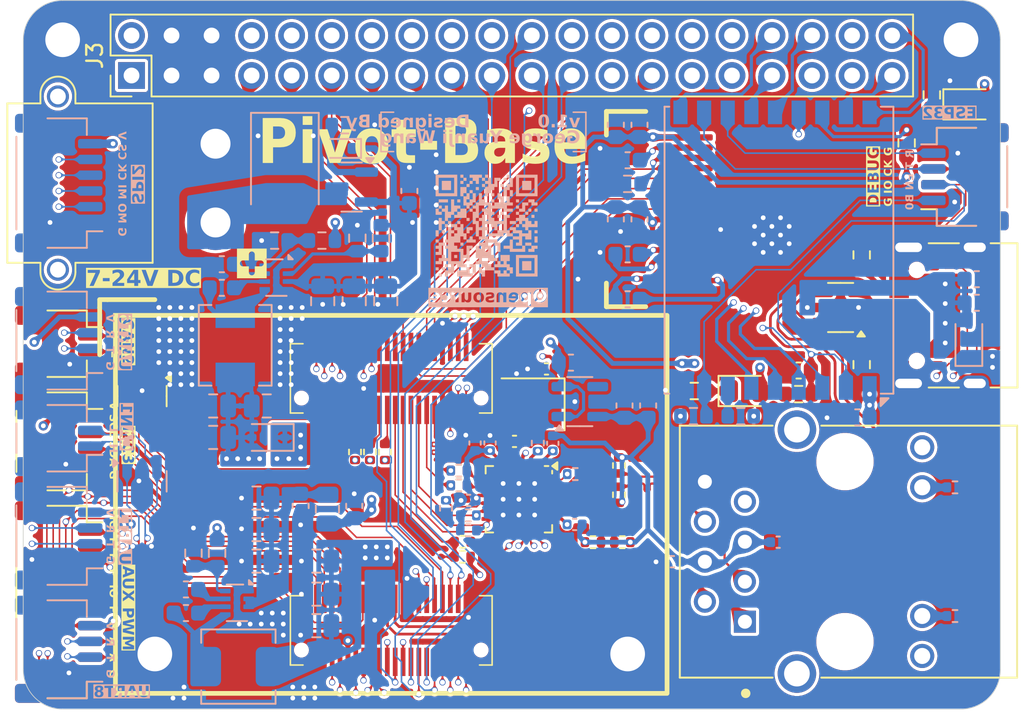
<source format=kicad_pcb>
(kicad_pcb (version 20240108) (generator "pcbnew") (generator_version "8.0")
  (layers (0 "F.Cu" signal) (1 "In1.Cu" power "GND1.Cu") (2 "In2.Cu" signal "SIG1.Cu") (3 "In3.Cu" signal "SIG2.Cu") (4 "In4.Cu" power "GND2.Cu") (31 "B.Cu" signal) (34 "B.Paste" user) (35 "F.Paste" user) (36 "B.SilkS" user "B.Silkscreen") (37 "F.SilkS" user "F.Silkscreen") (38 "B.Mask" user) (39 "F.Mask" user) (44 "Edge.Cuts" user))
  (net 0 "")
  (net 1 "GND")
  (net 2 "DVCC")
  (net 3 "AVCC")
  (net 4 "Net-(D5-A)")
  (net 5 "4V5")
  (net 7 "Net-(J2-CC1)")
  (net 9 "Net-(J2-CC2)")
  (net 10 "Net-(U1-VDD1A)")
  (net 11 "Net-(U1-VDD2A)")
  (net 12 "ETH_NRST")
  (net 13 "Net-(J5-Pad11)")
  (net 15 "Net-(J5-Pad10)")
  (net 16 "G_LED")
  (net 17 "VIN")
  (net 18 "Net-(U5-SS)")
  (net 19 "Y_LED")
  (net 20 "Net-(U1-RXD1{slash}MODE1)")
  (net 21 "Net-(U1-RXER{slash}PHYAD0)")
  (net 22 "Net-(U1-RXD0{slash}MODE0)")
  (net 23 "Net-(U1-~{INT}{slash}REFCLKO)")
  (net 24 "Net-(U1-RBIAS)")
  (net 25 "Net-(J7-Pad29)")
  (net 26 "Net-(J7-Pad30)")
  (net 27 "Net-(J7-Pad28)")
  (net 28 "/D+")
  (net 29 "/D-")
  (net 30 "/RXP")
  (net 31 "/TXP")
  (net 32 "/TXN")
  (net 33 "/RXN")
  (net 35 "USB_D+")
  (net 36 "USB_D-")
  (net 37 "SPI1_MISO")
  (net 38 "I2C4_SCL")
  (net 39 "SPI4_CLK")
  (net 40 "ETH_TX_EN")
  (net 41 "UART6_RX")
  (net 42 "ETH_RXD0")
  (net 43 "PA4_ADC2_INP18")
  (net 44 "UART1_RX")
  (net 45 "I2C4_SDA")
  (net 46 "ETH_MDC")
  (net 47 "ETH_TXD0")
  (net 48 "ETH_RXD1")
  (net 49 "CAN2+")
  (net 50 "SPI4_CS")
  (net 51 "CAN2-")
  (net 52 "PA0_ADC1_INP16")
  (net 53 "UART1_TX")
  (net 54 "PB1_ADC1_INP5")
  (net 55 "PB0_ADC2_INP9")
  (net 56 "ETH_CRS_DV")
  (net 57 "ETH_MDIO")
  (net 58 "UART6_TX")
  (net 59 "ETH_REF_CLK")
  (net 60 "SPI4_MISO")
  (net 61 "ETH_TXD1")
  (net 62 "PA3_ADC1_INP15")
  (net 63 "SPI4_MOSI")
  (net 64 "PD15_TIM4_CH4")
  (net 65 "PC15_GPIO")
  (net 66 "UART8_TX")
  (net 67 "PE6_TIM15_CH2")
  (net 68 "UART4_TX")
  (net 69 "PE5_TIM15_CH1")
  (net 70 "SPI2_CLK")
  (net 71 "PB7_TIM4_CH2")
  (net 72 "SWCLK")
  (net 73 "CAN1+")
  (net 74 "PC13_GPIO")
  (net 75 "PA15_TIM2_CH1")
  (net 76 "I2C3_SCL")
  (net 77 "PD14_TIM4_CH3")
  (net 78 "PE15_GPIO")
  (net 79 "PD11_GPIO")
  (net 80 "PE4_GPIO")
  (net 81 "UART4_RX")
  (net 82 "UART8_RX")
  (net 83 "I2C3_SDA")
  (net 84 "PC8_TIM3_CH3")
  (net 85 "SPI2_MOSI")
  (net 86 "SWDIO")
  (net 87 "PA10_TIM1_CH3")
  (net 88 "PB3_TIM2_CH2")
  (net 89 "SPI2_CS")
  (net 90 "CAN1-")
  (net 91 "SPI2_MISO")
  (net 92 "Net-(U5-BST)")
  (net 93 "Net-(U5-SW)")
  (net 94 "5V")
  (net 95 "Net-(U6-EN)")
  (net 96 "Net-(U6-SS)")
  (net 97 "Net-(U6-SW)")
  (net 98 "Net-(U6-BST)")
  (net 99 "Net-(D4-A2)")
  (net 100 "Net-(D6-A)")
  (net 101 "Net-(U1-XTAL1{slash}CLKIN)")
  (net 102 "IO1")
  (net 103 "IO0")
  (net 104 "IO5")
  (net 105 "Net-(U5-EN)")
  (net 106 "Net-(U5-FB)")
  (net 107 "Net-(U6-FB)")
  (net 109 "IO6")
  (net 110 "IO7")
  (net 111 "IO19")
  (net 112 "IO10")
  (net 113 "Net-(J1-C2N)")
  (net 114 "Net-(J1-C2P)")
  (net 115 "Net-(J1-C1P)")
  (net 116 "Net-(J1-C1N)")
  (net 117 "IO18")
  (net 118 "Net-(J1-VCOMH)")
  (net 119 "OLED_CS")
  (net 120 "Net-(J1-IREF)")
  (net 121 "OLED_DC")
  (net 122 "OLED_MOSI")
  (net 123 "OLED_SCK")
  (net 124 "OLED_RES")
  (net 125 "ESP_EN")
  (net 126 "ESP_BOOT")
  (net 127 "ESP_TXD")
  (net 128 "ESP_RXD")
  (net 129 "Net-(U2-IO8)")
  (net 130 "Net-(U2-IO2)")
  (net 131 "ESP_TX")
  (net 132 "ESP_RX")
  (net 133 "Net-(D1-K)")
  (net 134 "Net-(D2-K)")
  (footprint "Connector_JST:JST_SH_SM02B-SRSS-TB_1x02-1MP_P1.00mm_Horizontal" (layer "F.Cu") (at 152.25 121.8 -90)
    (property "Reference" "J8" (hide yes))
    (property "Value" "CAN2" (hide yes))
  )
  (footprint "Resistor_SMD:R_0603_1608Metric" (layer "F.Cu") (at 199.2 125 180)
    (property "Reference" "R1" (hide yes))
    (property "Value" "10k 0603" (hide yes))
  )
  (footprint "TestPoint:TestPoint_Pad_D0.4mm" (layer "F.Cu") (at 172.1 136.7 -90)
    (property "Reference" "TP4" (hide yes))
    (property "Value" "GND" (hide yes))
  )
  (footprint "Connector_JST:JST_SH_SM04B-SRSS-TB_1x04-1MP_P1.00mm_Horizontal" (layer "F.Cu") (at 152.25 128 -90)
    (property "Reference" "J12" (hide yes))
    (property "Value" "I2C3" (hide yes))
  )
  (footprint "Connector_JST:JST_SH_SM10B-SRSS-TB_1x10-1MP_P1.00mm_Horizontal" (layer "F.Cu") (at 152.245 138.2 -90)
    (property "Reference" "J17" (hide yes))
    (property "Value" "Aux_GPIO_PWM_ADC" (hide yes))
  )
  (footprint "Connector_JST:JST_SH_SM04B-SRSS-TB_1x04-1MP_P1.00mm_Horizontal" (layer "F.Cu") (at 209.75 111.2 90)
    (property "Reference" "J16" (hide yes))
    (property "Value" "DeBug" (hide yes))
  )
  (footprint "TestPoint:TestPoint_Pad_D0.4mm" (layer "F.Cu") (at 174 114.1)
    (property "Reference" "TP7" (hide yes))
    (property "Value" "VIN" (hide yes))
  )
  (footprint "Capacitor_SMD:C_0402_1005Metric" (layer "F.Cu") (at 183.2 123.4)
    (property "Reference" "C36" (hide yes))
    (property "Value" "100n 50V 0402")
  )
  (footprint "Resistor_SMD:R_0603_1608Metric" (layer "F.Cu") (at 206.05 109.05 90)
    (property "Reference" "R4" (hide yes))
    (property "Value" "10k 0603" (hide yes))
  )
  (footprint "Package_TO_SOT_SMD:SOT-23-6" (layer "F.Cu") (at 201.8625 119.5 180)
    (property "Reference" "U4" (hide yes))
    (property "Value" "USBLC6-2SC6" (hide yes))
  )
  (footprint "LED_SMD:LED_0805_2012Metric" (layer "F.Cu") (at 210.0625 106.6)
    (property "Reference" "D1" (hide yes))
    (property "Value" "White (0805)" (hide yes))
  )
  (footprint "TestPoint:TestPoint_Pad_D0.4mm" (layer "F.Cu") (at 173.6 110.1)
    (property "Reference" "TP8" (hide yes))
    (property "Value" "GND" (hide yes))
  )
  (footprint "Package_TO_SOT_SMD:SOT-23" (layer "F.Cu") (at 157.5375 125.125 -90)
    (property "Reference" "D8" (hide yes))
    (property "Value" "PESD2CANFD24" (hide yes))
  )
  (footprint "TestPoint:TestPoint_Pad_D0.4mm" (layer "F.Cu") (at 180.275 135.125)
    (property "Reference" "TP1" (hide yes))
    (property "Value" "nRST")
  )
  (footprint "Resistor_SMD:R_0603_1608Metric" (layer "F.Cu") (at 203.2 116.16 90)
    (property "Reference" "R11" (hide yes))
    (property "Value" "5.1k 0603" (hide yes))
  )
  (footprint "Resistor_SMD:R_0402_1005Metric" (layer "F.Cu") (at 171.05 128.675 -90)
    (property "Reference" "R36" (hide yes))
    (property "Value" "33 0402")
  )
  (footprint "Capacitor_SMD:C_0603_1608Metric" (layer "F.Cu") (at 199.2 123.5)
    (property "Reference" "C1" (hide yes))
    (property "Value" "1u 25V 0603" (hide yes))
  )
  (footprint "Resistor_SMD:R_0603_1608Metric" (layer "F.Cu") (at 203.2 123.128048 90)
    (property "Reference" "R10" (hide yes))
    (property "Value" "5.1k 0603" (hide yes))
  )
  (footprint "Capacitor_SMD:C_0402_1005Metric" (layer "F.Cu") (at 181.17 128 180)
    (property "Reference" "C42" (hide yes))
    (property "Value" "15p 50V C0G 0402")
  )
  (footprint "MountingHole:MountingHole_2.2mm_M2_DIN965_Pad" (layer "F.Cu") (at 209.5 102.5)
    (property "Reference" "H2" (hide yes))
    (property "Value" "M2" (hide yes))
  )
  (footprint "Resistor_SMD:R_0402_1005Metric" (layer "F.Cu") (at 187.8 131.39 -90)
    (property "Reference" "R30" (hide yes))
    (property "Value" "49.9 1% 0402")
  )
  (footprint "Pivot_Base:HANRUN_HR911105A" (layer "F.Cu") (at 202.14 135 -90)
    (property "Reference" "J5" (hide yes))
    (property "Value" "RJ45_Hanrun_HR911105A_Horizontal" (hide yes))
  )
  (footprint "Connector_USB:USB_C_Receptacle_G-Switch_GT-USB-7010ASV" (layer "F.Cu") (at 209.3 120 90)
    (property "Reference" "J2" (hide yes))
    (property "Value" "USB_C_Receptacle_USB2.0_16P" (hide yes))
  )
  (footprint "Resistor_SMD:R_0402_1005Metric" (layer "F.Cu") (at 188.01 134.4)
    (property "Reference" "R32" (hide yes))
    (property "Value" "49.9 1% 0402")
  )
  (footprint "Pivot_Base:0.77_OLED_12864_15P_P0.65" (layer "F.Cu") (at 192 113.25)
    (property "Reference" "J1" (hide yes))
    (property "Value" "0.77_OLED_12864_15P_P0.65" (hide yes))
  )
  (footprint "Resistor_SMD:R_0402_1005Metric" (layer "F.Cu") (at 172.95 128.675 90)
    (property "Reference" "R33" (hide yes))
    (property "Value" "33 0402")
  )
  (footprint "Connector_PinHeader_2.54mm:PinHeader_2x20_P2.54mm_Vertical" (layer "F.Cu") (at 181 103.5 90)
    (property "Reference" "J3")
    (property "Value" "~")
  )
  (footprint "Pivot_Base:Pivot-Core" (layer "F.Cu") (at 173.35 132)
    (property "Reference" "J7" (hide yes))
    (property "Value" "Pivot-Core Connector" (hide yes))
  )
  (footprint "TestPoint:TestPoint_Pad_D0.4mm" (layer "F.Cu") (at 176.5 135.325)
    (property "Reference" "TP2" (hide yes))
    (property "Value" "ETH_CLK")
  )
  (footprint "Resistor_SMD:R_0603_1608Metric" (layer "F.Cu") (at 192.575 124.8 180)
    (property "Reference" "R7" (hide yes))
    (property "Value" "10k 0603" (hide yes))
  )
  (footprint "Resistor_SMD:R_0402_1005Metric" (layer "F.Cu") (at 172 128.675 -90)
    (property "Reference" "R35" (hide yes))
    (property "Value" "33 0402")
  )
  (footprint "Resistor_SMD:R_0402_1005Metric" (layer "F.Cu") (at 187.8 129.53 90)
    (property "Reference" "R25" (hide yes))
    (property "Value" "49.9 1% 0402")
  )
  (footprint "Resistor_SMD:R_0603_1608Metric" (layer "F.Cu") (at 207.65 106 90)
    (property "Reference" "R6" (hide yes))
    (property "Value" "10k 0603" (hide yes))
  )
  (footprint "Resistor_SMD:R_0402_1005Metric" (layer "F.Cu") (at 177.64 130.795 180)
    (property "Reference" "R22" (hide yes))
    (property "Value" "33 0402")
  )
  (footprint "MountingHole:MountingHole_2.2mm_M2_DIN965_Pad" (layer "F.Cu") (at 152.5 102.5)
    (property "Reference" "H1" (hide yes))
    (property "Value" "M2" (hide yes))
  )
  (footprint "Resistor_SMD:R_0402_1005Metric" (layer "F.Cu") (at 177.64 129.855)
    (property "Reference" "R20" (hide yes))
    (property "Value" "33 0402")
  )
  (footprint "Resistor_SMD:R_0402_1005Metric" (layer "F.Cu") (at 186.15 134.4 180)
    (property "Reference" "R31" (hide yes))
    (property "Value" "49.9 1% 0402")
  )
  (footprint "Connector_AMASS:AMASS_XT30PW-M_1x02_P2.50mm_Horizontal" (layer "F.Cu") (at 162.2 109.1 90)
    (property "Reference" "J18" (hide yes))
    (property "Value" "XT30PW" (hide yes))
  )
  (footprint "Resistor_SMD:R_0402_1005Metric" (layer "F.Cu") (at 177.88 134.375 180)
    (property "Reference" "R23" (hide yes))
    (property "Value" "33 0402")
  )
  (footprint "TestPoint:TestPoint_Pad_D0.4mm" (layer "F.Cu") (at 166.45 125.775 180)
    (property "Reference" "TP6" (hide yes))
    (property "Value" "GND" (hide yes))
  )
  (footprint "Crystal:Crystal_SMD_3225-4Pin_3.2x2.5mm" (layer "F.Cu") (at 182.35 125.65 180)
    (property "Reference" "Y1" (hide yes))
    (property "Value" "YXC OT2JI-111-25M")
  )
  (footprint "TestPoint:TestPoint_Pad_D0.4mm" (layer "F.Cu") (at 168.6 127.9 180)
    (property "Reference" "TP5" (hide yes))
    (property "Value" "5V" (hide yes))
  )
  (footprint "TestPoint:TestPoint_Pad_D0.4mm" (layer "F.Cu") (at 170.95 135.05 -90)
    (property "Reference" "TP3" (hide yes))
    (property "Value" "DVCC" (hide yes))
  )
  (footprint "Package_DFN_QFN:VQFN-24-1EP_4x4mm_P0.5mm_EP2.5x2.5mm_ThermalVias" (layer "F.Cu") (at 181.45 131.675 -90)
    (property "Reference" "U1" (hide yes))
    (property "Value" "LAN8742A")
  )
  (footprint "LED_SMD:LED_0805_2012Metric" (layer "F.Cu") (at 195.8 124.8)
    (property "Reference" "D2" (hide yes))
    (property "Value" "White (0805)" (hide yes))
  )
  (footprint "Resistor_SMD:R_0402_1005Metric" (layer "F.Cu") (at 177.875 135.325)
    (property "Reference" "R27" (hide yes))
    (property "Value" "10k 0402")
  )
  (footprint "Capacitor_SMD:C_0805_2012Metric" (layer "B.Cu") (at 168.6 139.7 180)
    (property "Reference" "C23" (hide yes))
    (property "Value" "22u 10V 0805" (hide yes))
  )
  (footprint "Resistor_SMD:R_0402_1005Metric" (layer "B.Cu") (at 176.825 132.25 -90)
    (property "Reference" "R21" (hide yes))
    (property "Value" "10k 0402")
  )
  (footprint "Resistor_SMD:R_0402_1005Metric" (layer "B.Cu") (at 209.12 139.09 180)
    (property "Reference" "R18" (hide yes))
    (property "Value" "1k 0402")
  )
  (footprint "Capacitor_SMD:C_0603_1608Metric" (layer "B.Cu") (at 188.35 110.15 180)
    (property "Reference" "C39" (hide yes))
    (property "Value" "2.2u 50V 0603" (hide yes))
  )
  (footprint "Connector_JST:JST_SH_SM04B-SRSS-TB_1x04-1MP_P1.00mm_Horizontal" (layer "B.Cu") (at 209.75 111.2 -90)
    (property "Reference" "J4" (hide yes))
    (property "Value" "ESP32" (hide yes))
  )
  (footprint "Resistor_SMD:R_0603_1608Metric" (layer "B.Cu") (at 168.95 115.25)
    (property "Reference" "R12" (hide yes))
    (property "Value" "52.3k 0603" (hide yes))
  )
  (footprint "Resistor_SMD:R_0402_1005Metric" (layer "B.Cu") (at 182.65 128.11 -90)
    (property "Reference" "R26" (hide yes))
    (property "Value" "10k 0402")
  )
  (footprint "Resistor_SMD:R_0805_2012Metric" (layer "B.Cu") (at 169.3 132.3 90)
    (property "Reference" "FB1" (hide yes))
    (property "Value" "120mΩ 1kΩ@100MHz" (hide yes))
  )
  (footprint "Capacitor_SMD:C_0603_1608Metric" (layer "B.Cu") (at 160.325 138.9 180)
    (property "Reference" "C22" (hide yes))
    (property "Value" "100n 50V 0603" (hide yes))
  )
  (footprint "Resistor_SMD:R_0603_1608Metric" (layer "B.Cu") (at 171.2 115.1 -90)
    (property "Reference" "R9" (hide yes))
    (property "Value" "10k 0603" (hide yes))
  )
  (footprint "Connector_JST:JST_SH_SM04B-SRSS-TB_1x04-1MP_P1.00mm_Horizontal" (layer "B.Cu") (at 152.25 121.6 90)
    (property "Reference" "J13" (hide yes))
    (property "Value" "UART6" (hide yes))
  )
  (footprint "Capacitor_SMD:C_0402_1005Metric" (layer "B.Cu") (at 183.6 128.125 -90)
    (property "Reference" "C35" (hide yes))
    (property "Value" "100n 50V 0402")
  )
  (footprint "Resistor_SMD:R_0603_1608Metric" (layer "B.Cu") (at 165.95 115.25)
    (property "Reference" "R13" (hide yes))
    (property "Value" "10k 0603" (hide yes))
  )
  (footprint "Package_TO_SOT_SMD:SOT-583-8" (layer "B.Cu") (at 166.06 117.6 180)
    (property "Reference" "U5" (hide yes))
    (property "Value" "TPS62933" (hide yes))
  )
  (footprint "Diode_SMD:D_SOD-323" (layer "B.Cu") (at 165.55 127.75 180)
    (property "Reference" "D3" (hide yes))
    (property "Value" "1N5819WS" (hide yes))
  )
  (footprint "Capacitor_SMD:C_0402_1005Metric" (layer "B.Cu") (at 178.259 131.75)
    (property "Reference" "C3" (hide yes))
    (property "Value" "100n 50V 0402")
  )
  (footprint "Capacitor_SMD:C_0805_2012Metric" (layer "B.Cu") (at 169 119.1 -90)
    (property "Reference" "C10" (hide yes))
    (property "Value" "100n 50V 0805" (hide yes))
  )
  (footprint "Capacitor_SMD:C_0603_1608Metric" (layer "B.Cu") (at 171 132.1 90)
    (property "Reference" "C16" (hide yes))
    (property "Value" "2.2u 50V 0603" (hide yes))
  )
  (footprint "Capacitor_SMD:C_0402_1005Metric" (layer "B.Cu") (at 178.6675 128.105 -90)
    (property "Reference" "C30" (hide yes))
    (property "Value" "1u 25V 0402")
  )
  (footprint "Resistor_SMD:R_0603_1608Metric" (layer "B.Cu") (at 195.525 126.4)
    (property "Reference" "R2" (hide yes))
    (property "Value" "10k 0603" (hide yes))
  )
  (footprint "Diode_SMD:D_SOD-323" (layer "B.Cu") (at 210 121.6 90)
    (property "Reference" "D5" (hide yes))
    (property "Value" "1N5819WS" (hide yes))
  )
  (footprint "Capacitor_SMD:C_0603_1608Metric" (layer "B.Cu") (at 188.35 118.975)
    (property "Reference" "C4" (hide yes))
    (property "Value" "1u 25V 0603" (hide yes))
  )
  (footprint "Resistor_SMD:R_0402_1005Metric" (layer "B.Cu") (at 185.025 130.075 180)
    (property "Reference" "R28" (hide yes))
    (property "Value" "12.1k 1% 0402")
  )
  (footprint "Connector_JST:JST_SH_SM04B-SRSS-TB_1x04-1MP_P1.00mm_Horizontal" (layer "B.Cu") (at 152.25 141.2 90)
    (property "Reference" "J15" (hide yes))
    (property "Value" "UART8" (hide yes))
  )
  (footprint "Capacitor_SMD:C_0402_1005Metric" (layer "B.Cu") (at 184.9875 133.275 180)
    (property "Reference" "C31" (hide yes))
    (property "Value" "100n 50V 0402")
  )
  (footprint "Package_TO_SOT_SMD:SOT-23-5" (layer "B.Cu") (at 185.3125 125.475)
    (property "Reference" "U7" (hide yes))
    (property "Value" "TLV75533PDBV" (hide yes))
  )
  (footprint "Capacitor_SMD:C_0402_1005Metric" (layer "B.Cu") (at 191.19 135.64 180)
    (property "Reference" "C40" (hide yes))
    (property "Value" "100n 50V 0402")
  )
  (footprint "Package_TO_SOT_SMD:SOT-583-8" (layer "B.Cu") (at 163.56 138.25 180)
    (property "Reference" "U6" (hide yes))
    (property "Value" "TPS62933" (hide yes))
  )
  (footprint "Capacitor_SMD:C_0603_1608Metric" (layer "B.Cu") (at 187.6 107.9 -90)
    (property "Reference" "C37" (hide yes))
    (property "Value" "4.7u 25V 0603" (hide yes))
  )
  (footprint "Capacitor_SMD:C_0402_1005Metric" (layer "B.Cu") (at 197.9 134.4)
    (property "Reference" "C41" (hide yes))
    (property "Value" "100n 50V 0402")
  )
  (footprint "Resistor_SMD:R_0603_1608Metric" (layer "B.Cu") (at 162.3 135.1 90)
    (property "Reference" "R16" (hide yes))
    (property "Value" "31.6k 0603" (hide yes))
  )
  (footprint "Capacitor_SMD:C_0603_1608Metric" (layer "B.Cu") (at 202.925 126.475 180)
    (property "Reference" "C2" (hide yes))
    (property "Value" "100n 50V 0603" (hide yes))
  )
  (footprint "Resistor_SMD:R_0402_1005Metric" (layer "B.Cu") (at 178.239 132.7 180)
    (property "Reference" "R24" (hide yes))
    (property "Value" "10k 0402")
  )
  (footprint "Package_TO_SOT_SMD:SOT-23" (layer "B.Cu") (at 170.8375 111.85 180)
    (property "Reference" "Q2" (hide yes))
    (property "Value" "AP40P05" (hide yes))
  )
  (footprint "Capacitor_SMD:C_0805_2012Metric" (layer "B.Cu") (at 162.05 125.75 180)
    (property "Reference" "C14" (hide yes))
    (property "Value" "22u 10V 0805" (hide yes))
  )
  (footprint "Capacitor_SMD:C_0603_1608Metric" (layer "B.Cu") (at 174.5 112.1 -90)
    (property "Reference" "C29" (hide yes))
    (property "Value" "100n 50V 0603" (hide yes))
  )
  (footprint "Resistor_SMD:R_0402_1005Metric" (layer "B.Cu") (at 177.639 130.795)
    (property "Reference" "R29" (hide yes))
    (property "Value" "10k 0402")
  )
  (footprint "Capacitor_SMD:C_0603_1608Metric" (layer "B.Cu") (at 189.1 113.9 -90)
    (property "Reference" "C34" (hide yes))
    (property "Value" "100n 50V 0603" (hide yes))
  )
  (footprint "Diode_SMD:D_SOD-523" (layer "B.Cu") (at 170.175 109.4 180)
    (property "Reference" "D6" (hide yes))
    (property "Value" "BZX584C12" (hide yes))
  )
  (footprint "Capacitor_SMD:C_0603_1608Metric" (layer "B.Cu") (at 167.6 132.1 -90)
    (property "Reference" "C17" (hide yes))
    (property "Value" "2.2u 50V 0603" (hide yes))
  )
  (footprint "RF_Module:ESP32-C3-WROOM-02U" (layer "B.Cu") (at 197.7 115.86 90)
    (property "Reference" "U2" (hide yes))
    (property "Value" "ESP32-C3-WROOM-02U" (hide yes))
  )
  (footprint "Capacitor_SMD:C_0603_1608Metric" (layer "B.Cu") (at 210.5 117.7)
    (property "Reference" "C6" (hide yes))
    (property "Value" "1u 25V 0603" (hide yes))
  )
  (footprint "Resistor_SMD:R_0603_1608Metric" (layer "B.Cu") (at 160.8 135.1 -90)
    (property "Reference" "R17" (hide yes))
    (property "Value" "10k 0603" (hide yes))
  )
  (footprint "LOGO" (layer "B.Cu") (at 179.4 114.3 180)
    (property "Reference" "G***" (hide yes))
    (property "Value" "LOGO" (hide yes))
  )
  (footprint "Capacitor_SMD:C_0603_1608Metric" (layer "B.Cu") (at 162.6 118.25 180)
    (property "Reference" "C12" (hide yes))
    (property "Value" "100n 50V 0603" (hide yes))
  )
  (footprint "Resistor_SMD:R_0603_1608Metric" (layer "B.Cu") (at 192.525 126.4 180)
    (property "Reference" "R3" (hide yes))
    (property "Value" "10k 0603" (hide yes))
  )
  (footprint "Diode_SMD:D_SMB" (layer "B.Cu") (at 166.6 110.8 -90)
    (property "Reference" "D4" (hide yes))
    (property "Value" "SMBJ26CA" (hide yes))
  )
  (footprint "Capacitor_SMD:C_0603_1608Metric" (layer "B.Cu") (at 188.35 116.125 180)
    (property "Reference" "C32" (hide yes))
    (property "Value" "1u 25V 0603" (hide yes))
  )
  (footprint "Capacitor_SMD:C_0805_2012Metric" (layer "B.Cu") (at 171 119.1 -90)
    (property "Reference" "C9" (hide yes))
    (property "Value" "10u 50V 0805" (hide yes))
  )
  (footprint "Capacitor_SMD:C_0805_2012Metric" (layer "B.Cu") (at 165.45 125.75)
    (property "Reference" "C13" (hide yes))
    (property "Value" "22u 10V 0805" (hide yes))
  )
  (footprint "Capacitor_SMD:C_0603_1608Metric" (layer "B.Cu") (at 210.5 119.2)
    (property "Reference" "C7" (hide yes))
    (property "Value" "100n 50V 0603" (hide yes))
  )
  (footprint "Connector_JST:JST_SH_SM02B-SRSS-TB_1x02-1MP_P1.00mm_Horizontal" (layer "B.Cu") (at 152.25 127.8 90)
    (property "Reference" "J6" (hide yes))
    (property "Value" "CAN1" (hide yes))
  )
  (footprint "Capacitor_SMD:C_0805_2012Metric" (layer "B.Cu") (at 162.05 127.75 180)
    (property "Reference" "C15" (hide yes))
    (property "Value" "100n 50V 0805" (hide yes))
  )
  (footprint "Capacitor_SMD:C_0603_1608Metric" (layer "B.Cu") (at 160.325 137.4 180)
    (property "Reference" "C21" (hide yes))
    (property "Value" "33n 50V 0603" (hide yes))
  )
  (footprint "Connector_JST:JST_SH_SM06B-SRSS-TB_1x06-1MP_P1.00mm_Horizontal" (layer "B.Cu") (at 152.25 111.6 90)
    (property "Reference" "J11" (hide yes))
    (property "Value" "SPI2" (hide yes))
  )
  (footprint "Capacitor_SMD:C_0805_2012Metric" (layer "B.Cu") (at 164.8 133.6 180)
    (property "Reference" "C19" (hide yes))
    (property "Value" "10u 50V 0805" (hide yes))
  )
  (footprint "Capacitor_SMD:C_0805_2012Metric" (layer "B.Cu") (at 168.6 135.6 180)
    (property "Reference" "C25" (hide yes))
    (property "Value" "100n 50V 0805" (hide yes))
  )
  (footprint "Package_TO_SOT_SMD:SOT-23" (layer "B.Cu") (at 157.5375 130.5375 -90)
    (property "Reference" "D7" (hide yes))
    (property "Value" "PESD2CANFD24" (hide yes))
  )
  (footprint "Capacitor_SMD:C_0603_1608Metric" (layer "B.Cu") (at 189.65 125.725 90)
    (property "Reference" "C28" (hide yes))
    (property "Value" "100n 50V 0603" (hide yes))
  )
  (footprint "Capacitor_SMD:C_0603_1608Metric" (layer "B.Cu") (at 187.6 113.9 90)
    (property "Reference" "C33" (hide yes))
    (property "Value" "4.7u 25V 0603" (hide yes))
  )
  (footprint "Resistor_SMD:R_0402_1005Metric" (layer "B.Cu") (at 209.12 130.92 180)
    (property "Reference" "R5" (hide yes))
    (property "Value" "1k 0402")
  )
  (footprint "Resistor_SMD:R_0603_1608Metric" (layer "B.Cu") (at 188.35 111.65 180)
    (property "Reference" "R15" (hide yes))
    (property "Value" "560k 0603" (hide yes))
  )
  (footprint "Resistor_SMD:R_0603_1608Metric" (layer "B.Cu") (at 172.7 115.1 90)
    (property "Reference" "R8" (hide yes))
    (property "Value" "52.3k 0603" (hide yes))
  )
  (footprint "Capacitor_SMD:C_0402_1005Metric" (layer "B.Cu") (at 179.6175 128.105 -90)
    (property "Reference" "C5" (hide yes))
    (property "Value" "470p 50V 0402")
  )
  (footprint "Resistor_SMD:R_0402_1005Metric" (layer "B.Cu") (at 177.639293 129.854293)
    (property "Reference" "R19" (hide yes))
    (property "Value" "10k 0402")
  )
  (footprint "Capacitor_SMD:C_0603_1608Metric" (layer "B.Cu") (at 188.15 125.725 90)
    (property "Reference" "C27" (hide yes))
    (property "Value" "1u 25V 0603" (hide yes))
  )
  (footprint "Inductor_SMD:L_Chilisin_BMRA00040420" (layer "B.Cu") (at 163.45 121.9 -90)
    (property "Reference" "L1" (hide yes))
    (property "Value" "3.3uH (SL0420-3R3M)" (hide yes))
  )
  (footprint "Resistor_SMD:R_0402_1005Metric" (layer "B.Cu") (at 178.24 133.65 180)
    (property "Reference" "R34" (hide yes))
    (property "Value" "1.5k 0402")
  )
  (footprint "Capacitor_SMD:C_0805_2012Metric" (layer "B.Cu") (at 173 119.1 -90)
    (property "Reference" "C8" (hide yes))
    (property "Value" "10u 50V 0805" (hide yes))
  )
  (footprint "Connector_JST:JST_SH_SM04B-SRSS-TB_1x04-1MP_P1.00mm_Horizontal" (layer "B.Cu") (at 152.25 134 90)
    (property "Reference" "J14" (hide yes))
    (property "Value" "UART1" (hide yes))
  )
  (footprint "Resistor_SMD:R_0603_1608Metric" (layer "B.Cu") (at 170.4 107.925 180)
    (property "Reference" "R14" (hide yes))
    (property "Value" "100k 0603" (hide yes))
  )
  (footprint "Inductor_SMD:L_APV_APH0420" (layer "B.Cu") (at 163.65 142.3)
    (property "Reference" "L2" (hide yes))
    (property "Value" "2.2uH (APH0420T)" (hide yes))
  )
  (footprint "Capacitor_SMD:C_0603_1608Metric" (layer "B.Cu") (at 162.6 116.75 180)
    (property "Reference" "C11" (hide yes))
    (property "Value" "33n 50V 0603" (hide yes))
  )
  (footprint "Capacitor_SMD:C_0805_2012Metric" (layer "B.Cu") (at 168.6 137.7 180)
    (property "Reference" "C24" (hide yes))
    (property "Value" "22u 10V 0805" (hide yes))
  )
  (footprint "Capacitor_SMD:C_0603_1608Metric" (layer "B.Cu") (at 184.75 123)
    (property "Reference" "C26" (hide yes))
    (property "Value" "1u 25V 0603" (hide yes))
  )
  (footprint "Capacitor_SMD:C_0603_1608Metric" (layer "B.Cu") (at 189.1 107.9 90)
    (property "Reference" "C38" (hide yes))
    (property "Value" "100n 50V 0603" (hide yes))
  )
  (footprint "Capacitor_SMD:C_0805_2012Metric" (layer "B.Cu") (at 164.8 131.6 180)
    (property "Reference" "C18" (hide yes))
    (property "Value" "10u 50V 0805" (hide yes))
  )
  (footprint "Capacitor_SMD:C_0805_2012Metric" (layer "B.Cu") (at 164.8 135.6 180)
    (property "Reference" "C20" (hide yes))
    (property "Value" "100n 50V 0805" (hide yes))
  )
  (gr_line (start 185.7 107.1) (end 185.7 109.6) (stroke (width 0.1)) (layer "B.SilkS"))
  (gr_line (start 185.7 107.1) (end 184.9 107.1) (stroke (width 0.1)) (layer "B.SilkS"))
  (gr_line (start 184.9 109.6) (end 185.7 109.6) (stroke (width 0.1)) (layer "B.SilkS"))
  (gr_line (start 172.7 107.1) (end 172.7 109.6) (stroke (width 0.1)) (layer "B.SilkS"))
  (gr_line (start 173.5 109.6) (end 172.7 109.6) (stroke (width 0.1)) (layer "B.SilkS"))
  (gr_line (start 173.5 107.1) (end 172.7 107.1) (stroke (width 0.1)) (layer "B.SilkS"))
  (gr_line (start 209.5 100) (end 152.5 100) (stroke (width 0.05)) (layer "Edge.Cuts"))
  (gr_line (start 152.5 145) (end 209.5 145) (stroke (width 0.05)) (layer "Edge.Cuts"))
  (gr_line (start 212 142.5) (end 212 102.5) (stroke (width 0.05)) (layer "Edge.Cuts"))
  (gr_arc (start 212 142.5) (mid 211.267767 144.267767) (end 209.5 145) (stroke (width 0.05)) (layer "Edge.Cuts"))
  (gr_line (start 150 102.5) (end 150 142.5) (stroke (width 0.05)) (layer "Edge.Cuts"))
  (gr_arc (start 152.5 145) (mid 150.732233 144.267767) (end 150 142.5) (stroke (width 0.05)) (layer "Edge.Cuts"))
  (gr_arc (start 150 102.5) (mid 150.732233 100.732233) (end 152.5 100) (stroke (width 0.05)) (layer "Edge.Cuts"))
  (gr_arc (start 209.5 100) (mid 211.267767 100.732233) (end 212 102.5) (stroke (width 0.05)) (layer "Edge.Cuts"))
  (gr_text "UART6" (at 155.98756 123.5 270) (layer "B.SilkS" knockout) (effects (font (size 0.7 0.7) (thickness 0.125)) (justify left bottom mirror)))
  (gr_text "George Yuanji Wang" (at 185.35 109.2 -0) (layer "B.SilkS") (effects (font (size 0.8 0.8) (thickness 0.15) (bold yes)) (justify left bottom mirror)))
  (gr_text "UART1" (at 156 135.85 270) (layer "B.SilkS" knockout) (effects (font (size 0.7 0.7) (thickness 0.125)) (justify left bottom mirror)))
  (gr_text "G  T  R  V" (at 155.2 134.05 270) (layer "B.SilkS") (effects (font (size 0.5 0.5) (thickness 0.1)) (justify bottom mirror)))
  (gr_text "SPI2" (at 156.8 112.9 270) (layer "B.SilkS" knockout) (effects (font (size 0.7 0.7) (thickness 0.125)) (justify left bottom mirror)))
  (gr_text "G  T  R  V" (at 155.2 141.25 270) (layer "B.SilkS") (effects (font (size 0.5 0.5) (thickness 0.1)) (justify bottom mirror)))
  (gr_text "v1.0           Designed By" (at 185.35 108.2 -0) (layer "B.SilkS") (effects (font (size 0.8 0.8) (thickness 0.1) (bold yes)) (justify left bottom mirror)))
  (gr_text "G  T  R  V" (at 155.18756 121.7 270) (layer "B.SilkS") (effects (font (size 0.5 0.5) (thickness 0.1)) (justify bottom mirror)))
  (gr_text "ESP32" (at 210.5 107.6 0) (layer "B.SilkS" knockout) (effects (font (size 0.7 0.7) (thickness 0.125)) (justify left bottom mirror)))
  (gr_text "H   L" (at 155.38756 127.85 -90) (layer "B.SilkS") (effects (font (size 0.5 0.5) (thickness 0.1)) (justify bottom mirror)))
  (gr_text "CAN1" (at 156.07715 128.55 270) (layer "B.SilkS" knockout) (effects (font (size 0.7 0.7) (thickness 0.125)) (justify left bottom mirror)))
  (gr_text "G MO MI CK CS V" (at 155.95 111.65 270) (layer "B.SilkS") (effects (font (size 0.5 0.5) (thickness 0.1)) (justify bottom mirror)))
  (gr_text "UART8" (at 158.05 144.35 0) (layer "B.SilkS" knockout) (effects (font (size 0.7 0.7) (thickness 0.125)) (justify left bottom mirror)))
  (gr_text "Opensource" (at 179.5 119.3 -0) (layer "B.SilkS" knockout) (effects (font (size 0.8 0.8) (thickness 0.1)) (justify bottom mirror)))
  (gr_text "R T EN B0" (at 206.562442 111.4 90) (layer "B.SilkS") (effects (font (size 0.5 0.5) (thickness 0.1)) (justify bottom mirror)))
  (gr_text "7-24V DC" (at 154 118.3 0) (layer "F.SilkS" knockout) (effects (font (size 1 1) (thickness 0.125)) (justify left bottom)))
  (gr_text "G IO CK G" (at 205.2 111.2 90) (layer "F.SilkS") (effects (font (size 0.5 0.5) (thickness 0.1)) (justify bottom)))
  (gr_text "Pivot-Base" (at 175.4 110.8 0) (layer "F.SilkS") (effects (font (size 2.8 2.5) (thickness 0.2) (bold yes) (italic yes)) (justify bottom)))
  (gr_text "AUX PWM" (at 156.2 135.9 270) (layer "F.SilkS" knockout) (effects (font (size 0.7 0.7) (thickness 0.125)) (justify left bottom)))
  (gr_text "IO  P  P  P  IO  P  P  A  A  G" (at 155.4 137.9 270) (layer "F.SilkS") (effects (font (size 0.5 0.5) (thickness 0.1)) (justify bottom)))
  (gr_text "DEBUG" (at 204.4 113.1 90) (layer "F.SilkS" knockout) (effects (font (size 0.7 0.7) (thickness 0.125)) (justify left bottom)))
  (gr_text "V SCL SDA G" (at 155.4 127.95 270) (layer "F.SilkS") (effects (font (size 0.5 0.5) (thickness 0.1)) (justify bottom)))
  (gr_text "CAN2" (at 156.18959 120.2 270) (layer "F.SilkS" knockout) (effects (font (size 0.7 0.7) (thickness 0.125)) (justify left bottom)))
  (gr_text "I2C3" (at 156.2 127 270) (layer "F.SilkS" knockout) (effects (font (size 0.7 0.7) (thickness 0.125)) (justify left bottom)))
  (gr_text "H   L" (at 155.5 121.8 270) (layer "F.SilkS") (effects (font (size 0.5 0.5) (thickness 0.1)) (justify bottom)))
  (segment (start 182.72 123.4) (end 182 123.4) (width 0.2) (layer "F.Cu") (net 1))
  (segment (start 176.34 124.64) (end 171.6 124.64) (width 0.2) (layer "F.Cu") (net 1))
  (segment (start 176.6 124.9) (end 176.34 124.64) (width 0.2) (layer "F.Cu") (net 1))
  (segment (start 172.1 138) (end 172.1 136.7) (width 0.3) (layer "F.Cu") (net 1))
  (segment (start 152.75 129.5) (end 152.7 129.45) (width 0.3) (layer "F.Cu") (net 1))
  (segment (start 209 112.7) (end 207.75 112.7) (width 0.3) (layer "F.Cu") (net 1))
  (segment (start 157.5375 124.7825) (end 157.54 124.78) (width 0.3) (layer "F.Cu") (net 1))
  (segment (start 174.1 136.85) (end 174.2 136.75) (width 0.3) (layer "F.Cu") (net 1))
  (segment (start 178.1 138) (end 178.1 139.0265) (width 0.3) (layer "F.Cu") (net 1))
  (segment (start 172.3 139.35) (end 172.6 139.05) (width 0.3) (layer "F.Cu") (net 1))
  (segment (start 191.75 124.8) (end 190.8 124.8) (width 0.2) (layer "F.Cu") (net 1))
  (segment (start 207.75 109.7) (end 209.3 109.7) (width 0.3) (layer "F.Cu") (net 1))
  (segment (start 174.1 138) (end 174.1 136.85) (width 0.3) (layer "F.Cu") (net 1))
  (segment (start 174.2 136.75) (end 174.45 136.75) (width 0.3) (layer "F.Cu") (net 1))
  (segment (start 181.25 124.8) (end 181.25 123.75) (width 0.2) (layer "F.Cu") (net 1))
  (segment (start 172.3 139.35) (end 172.1 139.15) (width 0.3) (layer "F.Cu") (net 1))
  (segment (start 205.575 123.2) (end 203.953048 123.2) (width 0.4) (layer "F.Cu") (net 1))
  (segment (start 157.5375 126.0625) (end 157.5375 124.7825) (width 0.3) (layer "F.Cu") (net 1))
  (segment (start 190.8 124.8) (end 190.75 124.75) (width 0.2) (layer "F.Cu") (net 1))
  (segment (start 176.6 126) (end 176.6 124.9) (width 0.2) (layer "F.Cu") (net 1))
  (segment (start 154.245 142.7) (end 152.9 142.7) (width 0.3) (layer "F.Cu") (net 1))
  (segment (start 205.575 116.8) (end 204.665 116.8) (width 0.4) (layer "F.Cu") (net 1))
  (segment (start 204.665 116.8) (end 203.2 115.335) (width 0.4) (layer "F.Cu") (net 1))
  (segment (start 171.6 126) (end 171.6 124.64) (width 0.2) (layer "F.Cu") (net 1))
  (segment (start 170.6 142) (end 170.6 140.65) (width 0.2) (layer "F.Cu") (net 1))
  (segment (start 174.45 136.75) (end 174.6 136.9) (width 0.3) (layer "F.Cu") (net 1))
  (segment (start 209.1 112.8) (end 209 112.7) (width 0.3) (layer "F.Cu") (net 1))
  (segment (start 181.25 123.75) (end 181.3 123.7) (width 0.2) (layer "F.Cu") (net 1))
  (segment (start 154.25 129.5) (end 152.75 129.5) (width 0.3) (layer "F.Cu") (net 1))
  (segment (start 178.1 139.0265) (end 178.25 139.1765) (width 0.3) (layer "F.Cu") (net 1))
  (segment (start 172.6 139.05) (end 172.6 138) (width 0.3) (layer "F.Cu") (net 1))
  (segment (start 174.6 136.9) (end 174.6 138) (width 0.3) (layer "F.Cu") (net 1))
  (segment (start 192 114.55) (end 194.25 114.55) (width 0.4) (layer "F.Cu") (net 1))
  (segment (start 203.953048 123.2) (end 203.2 123.953048) (width 0.4) (layer "F.Cu") (net 1))
  (segment (start 172.1 139.15) (end 172.1 138) (width 0.3) (layer "F.Cu") (net 1))
  (via (at 158.6 120.9) (size 0.6) (drill 0.3) (layers "F.Cu" "B.Cu") (net 1))
  (via (at 167 123.7) (size 0.6) (drill 0.3) (layers "F.Cu" "B.Cu") (net 1))
  (via (at 167 120.2) (size 0.6) (drill 0.3) (layers "F.Cu" "B.Cu") (net 1))
  (via (at 159.5 144.3) (size 0.6) (drill 0.3) (layers "F.Cu" "B.Cu") (net 1))
  (via (at 179.6175 127.625) (size 0.4) (drill 0.3) (layers "F.Cu" "B.Cu") (net 1))
  (via (at 165.8 139.6) (size 0.6) (drill 0.3) (layers "F.Cu" "B.Cu") (net 1))
  (via (at 209.1 112.8) (size 0.6) (drill 0.3) (layers "F.Cu" "B.Cu") (net 1))
  (via (at 160.7 121.6) (size 0.6) (drill 0.3) (layers "F.Cu" "B.Cu") (net 1))
  (via (at 185 125.475) (size 0.6) (drill 0.3) (layers "F.Cu" "B.Cu") (net 1))
  (via (at 157.34 130.51) (size 0.4) (drill 0.3) (layers "F.Cu" "B.Cu") (net 1))
  (via (at 167 121.6) (size 0.6) (drill 0.3) (layers "F.Cu" "B.Cu") (net 1))
  (via (at 160 119.5) (size 0.6) (drill 0.3) (layers "F.Cu" "B.Cu") (net 1))
  (via (at 151.7 114.1) (size 0.6) (drill 0.3) (layers "F.Cu" "B.Cu") (net 1))
  (via (at 170.3 119.3) (size 0.6) (drill 0.3) (layers "F.Cu" "B.Cu") (net 1))
  (via (at 169 119.3) (size 0.6) (drill 0.3) (layers "F.Cu" "B.Cu") (net 1))
  (via (at 150.55 135.5) (size 0.6) (drill 0.3) (layers "F.Cu" "B.Cu") (net 1))
  (via (at 167 122.3) (size 0.6) (drill 0.3) (layers "F.Cu" "B.Cu") (net 1))
  (via (at 190.15 135.65) (size 0.4) (drill 0.3) (layers "F.Cu" "B.Cu") (net 1))
  (via (at 167.6 133.3) (size 0.6) (drill 0.3) (layers "F.Cu" "B.Cu") (net 1))
  (via (at 186.6 116) (size 0.6) (drill 0.3) (layers "F.Cu" "B.Cu") (net 1))
  (via (at 176.2 109.8) (size 0.6) (drill 0.3) (layers "F.Cu" "B.Cu") (net 1))
  (via (at 171.2 114.275) (size 0.6) (drill 0.3) (layers "F.Cu" "B.Cu") (net 1))
  (via (at 165.1 139.6) (size 0.6) (drill 0.3) (layers "F.Cu" "B.Cu") (net 1))
  (via (at 160.7 123) (size 0.6) (drill 0.3) (layers "F.Cu" "B.Cu") (net 1))
  (via (at 209.3 109.7) (size 0.6) (drill 0.3) (layers "F.Cu" "B.Cu") (net 1))
  (via (at 170.6 140.65) (size 0.6) (drill 0.3) (layers "F.Cu" "B.Cu") (net 1))
  (via (at 165.125 115.25) (size 0.6) (drill 0.3) (layers "F.Cu" "B.Cu") (net 1))
  (via (at 157.54 124.78) (size 0.6) (drill 0.3) (layers "F.Cu" "B.Cu") (net 1))
  (via (at 156.9375 134.664983) (size 0.4) (drill 0.3) (layers "F.Cu" "B.Cu") (net 1))
  (via (at 159.3 123) (size 0.6) (drill 0.3) (layers "F.Cu" "B.Cu") (net 1))
  (via (at 174.5 110.6) (size 0.6) (drill 0.3) (layers "F.Cu" "B.Cu") (net 1))
  (via (at 171 131.325) (size 0.6) (drill 0.3) (layers "F.Cu" "B.Cu") (net 1))
  (via (at 168.5 144.3) (size 0.6) (drill 0.3) (layers "F.Cu" "B.Cu") (net 1))
  (via (at 187.9 114.675) (size 0.6) (drill 0.3) (layers "F.Cu" "B.Cu") (net 1))
  (via (at 176.6 120.5) (size 0.6) (drill 0.3) (layers "F.Cu" "B.Cu") (net 1))
  (via (at 158.1375 134.659559) (size 0.4) (drill 0.3) (layers "F.Cu" "B.Cu") (net 1))
  (via (at 152.9 142.7) (size 0.6) (drill 0.3) (layers "F.Cu" "B.Cu") (net 1))
  (via (at 160.7 122.3) (size 0.6) (drill 0.3) (layers "F.Cu" "B.Cu") (net 1))
  (via (at 166.5 140.3) (size 0.6) (drill 0.3) (layers "F.Cu" "B.Cu") (net 1))
  (via (at 152.95 123.1) (size 0.6) (drill 0.3) (layers "F.Cu" "B.Cu") (net 1))
  (via (at 152.7 129.45) (size 0.6) (drill 0.3) (layers "F.Cu" "B.Cu") (net 1))
  (via (at 178.25 139.1765) (size 0.6) (drill 0.3) (layers "F.Cu" "B.Cu") (net 1))
  (via (at 159.3 119.5) (size 0.6) (drill 0.3) (layers "F.Cu" "B.Cu") (net 1))
  (via (at 176.2 111.9) (size 0.6) (drill 0.3) (layers "F.Cu" "B.Cu") (net 1))
  (via (at 167.1 144.3) (size 0.6) (drill 0.3) (layers "F.Cu" "B.Cu") (net 1))
  (via (at 160.7 124.4) (size 0.6) (drill 0.3) (layers "F.Cu" "B.Cu") (net 1))
  (via (at 160 123.7) (size 0.6) (drill 0.3) (layers "F.Cu" "B.Cu") (net 1))
  (via (at 160.7 120.2) (size 0.6) (drill 0.3) (layers "F.Cu" "B.Cu") (net 1))
  (via (at 166.3 120.9) (size 0.6) (drill 0.3) (layers "F.Cu" "B.Cu") (net 1))
  (via (at 167.7 119.5) (size 0.6) (drill 0.3) (layers "F.Cu" "B.Cu") (net 1))
  (via (at 167 124.4) (size 0.6) (drill 0.3) (layers "F.Cu" "B.Cu") (net 1))
  (via (at 167.1 143.6) (size 0.6) (drill 0.3) (layers "F.Cu" "B.Cu") (net 1))
  (via (at 174.35 136.7) (size 0.6) (drill 0.3) (layers "F.Cu" "B.Cu") (net 1))
  (via (at 168.5 143.6) (size 0.6) (drill 0.3) (layers "F.Cu" "B.Cu") (net 1))
  (via (at 160.2 144.3) (size 0.6) (drill 0.3) (layers "F.Cu" "B.Cu") (net 1))
  (via (at 158.6 119.5) (size 0.6) (drill 0.3) (layers "F.Cu" "B.Cu") (net 1))
  (via (at 166.3 123) (size 0.6) (drill 0.3) (layers "F.Cu" "B.Cu") (net 1))
  (via (at 181.3 123.7) (size 0.6) (drill 0.3) (layers "F.Cu" "B.Cu") (net 1))
  (via (at 172.5 119.3) (size 0.6) (drill 0.3) (layers "F.Cu" "B.Cu") (net 1))
  (via (at 168.4 108.6) (size 0.6) (drill 0.3) (layers "F.Cu" "B.Cu") (net 1))
  (via (at 203 119.5) (size 0.6) (drill 0.3) (layers "F.Cu" "B.Cu") (net 1))
  (via (at 160.7 119.5) (size 0.6) (drill 0.3) (layers "F.Cu" "B.Cu") (net 1))
  (via (at 167.8 144.3) (size 0.6) (drill 0.3) (layers "F.Cu" "B.Cu") (net 1))
  (via (at 160.7 123.7) (size 0.6) (drill 0.3) (layers "F.Cu" "B.Cu") (net 1))
  (via (at 160 120.9) (size 0.6) (drill 0.3) (layers "F.Cu" "B.Cu") (net 1))
  (via (at 163.7 139.6) (size 0.6) (drill 0.3) (layers "F.Cu" "B.Cu") (net 1))
  (via (at 163.85 133.55) (size 0.6) (drill 0.3) (layers "F.Cu" "B.Cu") (net 1))
  (via (at 159.3 120.9) (size 0.6) (drill 0.3) (layers "F.Cu" "B.Cu") (net 1))
  (via (at 171.6 124.64) (size 0.6) (drill 0.3) (layers "F.Cu" "B.Cu") (net 1))
  (via (at 160.7 120.9) (size 0.6) (drill 0.3) (layers "F.Cu" "B.Cu") (net 1))
  (via (at 166.3 121.6) (size 0.6) (drill 0.3) (layers "F.Cu" "B.Cu") (net 1))
  (via (at 172.3 107.9) (size 0.6) (drill 0.3) (layers "F.Cu" "B.Cu") (net 1))
  (via (at 160.8 133.5) (size 0.6) (drill 0.3) (layers "F.Cu" "B.Cu") (net 1))
  (via (at 163.85 131.6) (size 0.6) (drill 0.3) (layers "F.Cu" "B.Cu") (net 1))
  (via (at 166.3 123.7) (size 0.6) (drill 0.3) (layers "F.Cu" "B.Cu") (net 1))
  (via (at 166.3 124.4) (size 0.6) (drill 0.3) (layers "F.Cu" "B.Cu") (net 1))
  (via (at 166.3 119.5) (size 0.6) (drill 0.3) (layers "F.Cu" "B.Cu") (net 1))
  (via (at 159.3 124.4) (size 0.6) (drill 0.3) (layers "F.Cu" "B.Cu") (net 1))
  (via (at 167.7 120.2) (size 0.6) (drill 0.3) (layers "F.Cu" "B.Cu") (net 1))
  (via (at 176.2 113) (size 0.6) (drill 0.3) (layers "F.Cu" "B.Cu") (net 1))
  (via (at 194.25 114.55) (size 0.6) (drill 0.3) (layers "F.Cu" "B.Cu") (net 1))
  (via (at 163.85 135.6) (size 0.6) (drill 0.3) (layers "F.Cu" "B.Cu") (net 1))
  (via (at 164.9 108.6) (size 0.6) (drill 0.3) (layers "F.Cu" "B.Cu") (net 1))
  (via (at 167.65 137.7) (size 0.6) (drill 0.3) (layers "F.Cu" "B.Cu") (net 1))
  (via (at 160 123) (size 0.6) (drill 0.3) (layers "F.Cu" "B.Cu") (net 1))
  (via (at 159.3 121.6) (size 0.6) (drill 0.3) (layers "F.Cu" "B.Cu") (net 1))
  (via (at 166.5 138.9) (size 0.6) (drill 0.3) (layers "F.Cu" "B.Cu") (net 1))
  (via (at 166.3 120.2) (size 0.6) (drill 0.3) (layers "F.Cu" "B.Cu") (net 1))
  (via (at 201 126.5) (size 0.6) (drill 0.3) (layers "F.Cu" "B.Cu") (net 1))
  (via (at 158.6 120.2) (size 0.6) (drill 0.3) (layers "F.Cu" "B.Cu") (net 1))
  (via (at 160 124.4) (size 0.6) (drill 0.3) (layers "F.Cu" "B.Cu") (net 1))
  (via (at 167.6 140.3) (size 0.6) (drill 0.3) (layers "F.Cu" "B.Cu") (net 1))
  (via (at 172.3 139.35) (size 0.6) (drill 0.3) (layers "F.Cu" "B.Cu") (net 1))
  (via (at 165.8 138.9) (size 0.6) (drill 0.3) (layers "F.Cu" "B.Cu") (net 1))
  (via (at 167 123) (size 0.6) (drill 0.3) (layers "F.Cu" "B.Cu") (net 1))
  (via (at 178.08 127.605) (size 0.4) (drill 0.3) (layers "F.Cu" "B.Cu") (net 1))
  (via (at 166.5 139.6) (size 0.6) (drill 0.3) (layers "F.Cu" "B.Cu") (net 1))
  (via (at 158.6 123) (size 0.6) (drill 0.3) (layers "F.Cu" "B.Cu") (net 1))
  (via (at 160 122.3) (size 0.6) (drill 0.3) (layers "F.Cu" "B.Cu") (net 1))
  (via (at 166.3 122.3) (size 0.6) (drill 0.3) (layers "F.Cu" "B.Cu") (net 1))
  (via (at 159.3 120.2) (size 0.6) (drill 0.3) (layers "F.Cu" "B.Cu") (net 1))
  (via (at 158.6 121.6) (size 0.6) (drill 0.3) (layers "F.Cu" "B.Cu") (net 1))
  (via (at 167.65 135.6) (size 0.6) (drill 0.3) (layers "F.Cu" "B.Cu") (net 1))
  (via (at 159.3 123.7) (size 0.6) (drill 0.3) (layers "F.Cu" "B.Cu") (net 1))
  (via (at 208.8 105.1) (size 0.6) (drill 0.3) (layers "F.Cu" "B.Cu") (net 1))
  (via (at 167 119.5) (size 0.6) (drill 0.3) (layers "F.Cu" "B.Cu") (net 1))
  (via (at 159.3 122.3) (size 0.6) (drill 0.3) (layers "F.Cu" "B.Cu") (net 1))
  (via (at 186.6 109.392894) (size 0.6) (drill 0.3) (layers "F.Cu" "B.Cu") (net 1))
  (via (at 158.6 122.3) (size 0.6) (drill 0.3) (layers "F.Cu" "B.Cu") (net 1))
  (via (at 182 123.4) (size 0.6) (drill 0.3) (layers "F.Cu" "B.Cu") (net 1))
  (via (at 164.4 139.6) (size 0.6) (drill 0.3) (layers "F.Cu" "B.Cu") (net 1))
  (via (at 176.2 110.9) (size 0.6) (drill 0.3) (layers "F.Cu" "B.Cu") (net 1))
  (via (at 176.2 114.1) (size 0.6) (drill 0.3) (layers "F.Cu" "B.Cu") (net 1))
  (via (at 190.75 124.75) (size 0.6) (drill 0.3) (layers "F.Cu" "B.Cu") (net 1))
  (via (at 160 120.2) (size 0.6) (drill 0.3) (layers "F.Cu" "B.Cu") (net 1))
  (via (at 185.2 117.7) (size 0.6) (drill 0.3) (layers "F.Cu" "B.Cu") (net 1))
  (via (at 165.1 138.9) (size 0.6) (drill 0.3) (layers "F.Cu" "B.Cu") (net 1))
  (via (at 160.2 143.6) (size 0.6) (drill 0.3) (layers "F.Cu" "B.Cu") (net 1))
  (via (at 167 120.9) (size 0.6) (drill 0.3) (layers "F.Cu" "B.Cu") (net 1))
  (via (at 160 121.6) (size 0.6) (drill 0.3) (layers "F.Cu" "B.Cu") (net 1))
  (via (at 177.779 131.75) (size 0.4) (drill 0.3) (layers "F.Cu" "B.Cu") (net 1))
  (via (at 167.8 143.6) (size 0.6) (drill 0.3) (layers "F.Cu" "B.Cu") (net 1))
  (segment (start 189.1 107.125) (end 187.6 107.125) (width 0.2) (layer "B.Cu") (net 1))
  (segment (start 187.6 114.675) (end 187.9 114.675) (width 0.3) (layer "B.Cu") (net 1))
  (segment (start 171 120.05) (end 171 120) (width 0.3) (layer "B.Cu") (net 1))
  (segment (start 179.6175 127.625) (end 178.6675 127.625) (width 0.2) (layer "B.Cu") (net 1))
  (segment (start 176.825 132.704) (end 177.779 131.75) (width 0.2) (layer "B.Cu") (net 1))
  (segment (start 154.25 135.5) (end 150.55 135.5) (width 0.3) (layer "B.Cu") (net 1))
  (segment (start 202.15 126.475) (end 201.025 126.475) (width 0.4) (layer "B.Cu") (net 1))
  (segment (start 178.67 127.645) (end 178.65 127.625) (width 0.2) (layer "B.Cu") (net 1))
  (segment (start 187.575 110.15) (end 187.575 111.6) (width 0.3) (layer "B.Cu") (net 1))
  (segment (start 166.8 116.85) (end 166.31 116.85) (width 0.2) (layer "B.Cu") (net 1))
  (segment (start 190.16 135.64) (end 190.15 135.65) (width 0.3) (layer "B.Cu") (net 1))
  (segment (start 187.9 114.675) (end 189.1 114.675) (width 0.3) (layer "B.Cu") (net 1))
  (segment (start 169 120.05) (end 169 119.3) (width 0.3) (layer "B.Cu") (net 1))
  (segment (start 187.575 111.6) (end 187.525 111.65) (width 0.3) (layer "B.Cu") (net 1))
  (segment (start 167.6 132.875) (end 167.6 133.3) (width 0.3) (layer "B.Cu") (net 1))
  (segment (start 166.06 117.92065) (end 166.48935 118.35) (width 0.2) (layer "B.Cu") (net 1))
  (segment (start 171 120) (end 170.3 119.3) (width 0.3) (layer "B.Cu") (net 1))
  (segment (start 154.25 123.1) (end 152.95 123.1) (width 0.3) (layer "B.Cu") (net 1))
  (segment (start 173 119.8) (end 172.5 119.3) (width 0.3) (layer "B.Cu") (net 1))
  (segment (start 166.31 116.85) (end 166.06 117.1) (width 0.2) (layer "B.Cu") (net 1))
  (segment (start 154.25 114.1) (end 151.7 114.1) (width 0.5) (layer "B.Cu") (net 1))
  (segment (start 166.48935 118.35) (end 166.8 118.35) (width 0.2) (layer "B.Cu") (net 1))
  (segment (start 173 120.05) (end 173 119.8) (width 0.3) (layer "B.Cu") (net 1))
  (segment (start 160.8 134.275) (end 160.8 133.5) (width 0.3) (layer "B.Cu") (net 1))
  (segment (start 187.357106 110.15) (end 186.6 109.392894) (width 0.3) (layer "B.Cu") (net 1))
  (segment (start 185 125.475) (end 184.175 125.475) (width 0.4) (layer "B.Cu") (net 1))
  (segment (start 178.6675 127.625) (end 178.1 127.625) (width 0.2) (layer "B.Cu") (net 1))
  (segment (start 166.06 117.1) (end 166.06 117.92065) (width 0.2) (layer "B.Cu") (net 1))
  (segment (start 152.9 142.7) (end 154.25 142.7) (width 0.3) (layer "B.Cu") (net 1))
  (segment (start 201.025 126.475) (end 201 126.5) (width 0.4) (layer "B.Cu") (net 1))
  (segment (start 176.825 132.76) (end 176.825 132.704) (width 0.2) (layer "B.Cu") (net 1))
  (segment (start 187.575 110.15) (end 187.357106 110.15) (width 0.3) (layer "B.Cu") (net 1))
  (segment (start 190.71 135.64) (end 190.16 135.64) (width 0.3) (layer "B.Cu") (net 1))
  (segment (start 196.7375 123.3125) (end 196.75 123.3) (width 0.4) (layer "F.Cu") (net 2))
  (segment (start 206.05 109.875) (end 206.05 109.6) (width 0.3) (layer "F.Cu") (net 2))
  (segment (start 183.45 126.5) (end 183.45 124.8) (width 0.2) (layer "F.Cu") (net 2))
  (segment (start 206.05 109.875) (end 206.05 111.2) (width 0.3) (layer "F.Cu") (net 2))
  (segment (start 189.92613 114.09727) (end 189.92613 114.876129) (width 0.3) (layer "F.Cu") (net 2))
  (segment (start 189.92613 114.876129) (end 190.250001 115.2) (width 0.3) (layer "F.Cu") (net 2))
  (segment (start 196.7375 124.8) (end 196.7375 123.3125) (width 0.4) (layer "F.Cu") (net 2))
  (segment (start 178.385 135.325) (end 178.385 135.885) (width 0.3) (layer "F.Cu") (net 2))
  (segment (start 180.2 129.7375) (end 180.2 129.1675) (width 0.2) (layer "F.Cu") (net 2))
  (segment (start 190.1484 113.875) (end 191.975 113.875) (width 0.3) (layer "F.Cu") (net 2))
  (segment (start 180.2 129.1675) (end 179.6175 128.585) (width 0.2) (layer "F.Cu") (net 2))
  (segment (start 171.35 135.05) (end 171.7 135.4) (width 0.2) (layer "F.Cu") (net 2))
  (segment (start 183.4 122.6) (end 182.95 122.6) (width 0.2) (layer "F.Cu") (net 2))
  (segment (start 190.250001 115.2) (end 192 115.2) (width 0.3) (layer "F.Cu") (net 2))
  (segment (start 183.68 123.4) (end 183.68 124.57) (width 0.2) (layer "F.Cu") (net 2))
  (segment (start 178.75 131.6) (end 178.925 131.425) (width 0.2) (layer "F.Cu") (net 2))
  (segment (start 183.68 122.88) (end 183.4 122.6) (width 0.2) (layer "F.Cu") (net 2))
  (segment (start 196.9375 125) (end 196.7375 124.8) (width 0.4) (layer "F.Cu") (net 2))
  (segment (start 189.975 108.7) (end 192 108.7) (width 0.4) (layer "F.Cu") (net 2))
  (segment (start 183.68 124.57) (end 183.45 124.8) (width 0.2) (layer "F.Cu") (net 2))
  (segment (start 178.385 135.885) (end 178.98 136.48) (width 0.3) (layer "F.Cu") (net 2))
  (segment (start 170.95 135.05) (end 171.35 135.05) (width 0.2) (layer "F.Cu") (net 2))
  (segment (start 178.925 131.425) (end 179.5125 131.425) (width 0.2) (layer "F.Cu") (net 2))
  (segment (start 206.05 109.875) (end 206.025 109.85) (width 0.3) (layer "F.Cu") (net 2))
  (segment (start 189.92613 114.09727) (end 190.1484 113.875) (width 0.3) (layer "F.Cu") (net 2))
  (segment (start 190.2 108.675) (end 190.225 108.7) (width 0.2) (layer "F.Cu") (net 2))
  (segment (start 189.95 108.675) (end 189.975 108.7) (width 0.2) (layer "F.Cu") (net 2))
  (segment (start 183.68 123.4) (end 183.68 122.88) (width 0.2) (layer "F.Cu") (net 2))
  (segment (start 198.375 125) (end 196.9375 125) (width 0.4) (layer "F.Cu") (net 2))
  (segment (start 189.95 108.675) (end 190.2 108.675) (width 0.2) (layer "F.Cu") (net 2))
  (via (at 173.1 134.7) (size 0.6) (drill 0.3) (layers "F.Cu" "B.Cu") (net 2))
  (via (at 189.92613 114.09727) (size 0.6) (drill 0.3) (layers "F.Cu" "B.Cu") (net 2))
  (via (at 178.98 136.48) (size 0.4) (drill 0.3) (layers "F.Cu" "B.Cu") (net 2))
  (via (at 171.7 134.7) (size 0.6) (drill 0.3) (layers "F.Cu" "B.Cu") (net 2))
  (via (at 191.7 126.4) (size 0.6) (drill 0.3) (layers "F.Cu" "B.Cu") (net 2))
  (via (at 189.95 108.675) (size 0.6) (drill 0.3) (layers "F.Cu" "B.Cu") (net 2))
  (via (at 206.05 111.2) (size 0.6) (drill 0.3) (layers "F.Cu" "B.Cu") (net 2))
  (via (at 178.75 131.6) (size 0.4) (drill 0.3) (layers "F.Cu" "B.Cu") (net 2))
  (via (at 203.7 125.7) (size 0.6) (drill 0.3) (layers "F.Cu" "B.Cu") (net 2))
  (via (at 172.4 134.7) (size 0.6) (drill 0.3) (layers "F.Cu" "B.Cu") (net 2))
  (via (at 196.75 123.3) (size 0.6) (drill 0.3) (layers "F.Cu" "B.Cu") (net 2))
  (via (at 171.7 135.4) (size 0.6) (drill 0.3) (layers "F.Cu" "B.Cu") (net 2))
  (via (at 203.7 125) (size 0.6) (drill 0.3) (layers "F.Cu" "B.Cu") (net 2))
  (via (at 196.35 126.4) (size 0.6) (drill 0.3) (layers "F.Cu" "B.Cu") (net 2))
  (via (at 191.8 123.05) (size 0.6) (drill 0.3) (layers "F.Cu" "B.Cu") (net 2))
  (via (at 192.6 123.05) (size 0.6) (drill 0.3) (layers "F.Cu" "B.Cu") (net 2))
  (via (at 162.3 133.5) (size 0.6) (drill 0.3) (layers "F.Cu" "B.Cu") (net 2))
  (via (at 179.6175 128.585) (size 0.4) (drill 0.3) (layers "F.Cu" "B.Cu") (net 2))
  (via (at 182.95 122.6) (size 0.4) (drill 0.3) (layers "F.Cu" "B.Cu") (net 2))
  (via (at 172.4 135.4) (size 0.6) (drill 0.3) (layers "F.Cu" "B.Cu") (net 2))
  (via (at 173.1 135.4) (size 0.6) (drill 0.3) (layers "F.Cu" "B.Cu") (net 2))
  (segment (start 178.679 131.75) (end 177.729 132.7) (width 0.2) (layer "B.Cu") (net 2))
  (segment (start 187.4 123.05) (end 191.8 123.05) (width 0.3) (layer "B.Cu") (net 2))
  (segment (start 178.149 131.05) (end 178.849 131.75) (width 0.3) (layer "B.Cu") (net 2))
  (segment (start 194.1 111.55) (end 191.225 108.675) (width 0.3) (layer "B.Cu") (net 2))
  (segment (start 162.3 134.275) (end 162.3 133.5) (width 0.2) (layer "B.Cu") (net 2))
  (segment (start 177.839 133.649) (end 177.84 133.65) (width 0.3) (layer "B.Cu") (net 2))
  (segment (start 189.92613 113.95113) (end 189.1 113.125) (width 0.3) (layer "B.Cu") (net 2))
  (segment (start 203.7 126.475) (end 203.7 125.7) (width 0.4) (layer "B.Cu") (net 2))
  (segment (start 178.149293 129.854293) (end 178.149293 129.103207) (width 0.3) (layer "B.Cu") (net 2))
  (segment (start 203.7 125.7) (end 203.7 125) (width 0.4) (layer "B.Cu") (net 2))
  (segment (start 206.05 111.2) (end 205.7 111.55) (width 0.3) (layer "B.Cu") (net 2))
  (segment (start 187.6 113.125) (end 185.525 113.125) (width 0.3) (layer "B.Cu") (net 2))
  (segment (start 177.899 132.7) (end 177.839 132.7) (width 0.3) (layer "B.Cu") (net 2))
  (segment (start 205.7 111.55) (end 194.1 111.55) (width 0.3) (layer "B.Cu") (net 2))
  (segment (start 192.6 123.05) (end 191.8 123.05) (width 0.5) (layer "B.Cu") (net 2))
  (segment (start 178.149 130.795) (end 178.149 131.05) (width 0.3) (layer "B.Cu") (net 2))
  (segment (start 185.5 113.15) (end 185.185 113.465) (width 0.3) (layer "B.Cu") (net 2))
  (segment (start 185.525 113.125) (end 185.185 113.465) (width 0.3) (layer "B.Cu") (net 2))
  (segment (start 179.6175 128.585) (end 178.6675 128.585) (width 0.2) (layer "B.Cu") (net 2))
  (segment (start 191.225 108.675) (end 189.95 108.675) (width 0.3) (layer "B.Cu") (net 2))
  (segment (start 189.92613 114.09727) (end 189.92613 113.95113) (width 0.3) (layer "B.Cu") (net 2))
  (segment (start 187.6 113.125) (end 189.1 113.125) (width 0.3) (layer "B.Cu") (net 2))
  (segment (start 203.7 125) (end 203.7 124.61) (width 0.4) (layer "B.Cu") (net 2))
  (segment (start 185.185 113.465) (end 184.55 114.1) (width 0.3) (layer "B.Cu") (net 2))
  (segment (start 178.739 131.75) (end 178.679 131.75) (width 0.2) (layer "B.Cu") (net 2))
  (segment (start 187.6 108.675) (end 186.205 108.675) (width 0.3) (layer "B.Cu") (net 2))
  (segment (start 178.149293 129.854293) (end 178.149293 130.794707) (width 0.3) (layer "B.Cu") (net 2))
  (segment (start 177.839 132.7) (end 177.839 133.649) (width 0.3) (layer "B.Cu") (net 2))
  (segment (start 189.1 108.675) (end 187.6 108.675) (width 0.2) (layer "B.Cu") (net 2))
  (segment (start 178.149293 129.103207) (end 178.6675 128.585) (width 0.3) (layer "B.Cu") (net 2))
  (segment (start 184.55 120.2) (end 187.4 123.05) (width 0.3) (layer "B.Cu") (net 2))
  (segment (start 189.1 108.675) (end 189.95 108.675) (width 0.2) (layer "B.Cu") (net 2))
  (segment (start 178.149293 130.794707) (end 178.149 130.795) (width 0.3) (layer "B.Cu") (net 2))
  (segment (start 185.5 109.38) (end 185.5 113.15) (width 0.3) (layer "B.Cu") (net 2))
  (segment (start 184.55 114.1) (end 184.55 120.2) (width 0.3) (layer "B.Cu") (net 2))
  (segment (start 186.205 108.675) (end 185.5 109.38) (width 0.3) (layer "B.Cu") (net 2))
  (via (at 188.52 134.4) (size 0.4) (drill 0.3) (layers "F.Cu" "B.Cu") (net 3))
  (via (at 188 129.02) (size 0.4) (drill 0.3) (layers "F.Cu" "B.Cu") (net 3))
  (via (at 185.64 134.4) (size 0.4) (drill 0.3) (layers "F.Cu" "B.Cu") (net 3))
  (via (at 188 131.85) (size 0.4) (drill 0.3) (layers "F.Cu" "B.Cu") (net 3))
  (segment (start 189.63 130.13) (end 189.63 133.6) (width 0.3) (layer "B.Cu") (net 3))
  (segment (start 184.7 128.1) (end 184.245 127.645) (width 0.3) (layer "B.Cu") (net 3))
  (segment (start 188.5 134.38) (end 188.52 134.4) (width 0.3) (layer "B.Cu") (net 3))
  (segment (start 186.45 126.425) (end 188.075 126.425) (width 0.3) (layer "B.Cu") (net 3))
  (segment (start 185.3 134.06) (end 185.3 133.4425) (width 0.3) (layer "B.Cu") (net 3))
  (segment (start 185.3 133.4425) (end 185.4675 133.275) (width 0.3) (layer "B.Cu") (net 3))
  (segment (start 191.67 135.64) (end 193.25 135.64) (width 0.3) (layer "B.Cu") (net 3))
  (segment (start 188.15 126.5) (end 189.65 126.5) (width 0.3) (layer "B.Cu") (net 3))
  (segment (start 189.65 127.89) (end 189.65 126.5) (width 0.3) (layer "B.Cu") (net 3))
  (segment (start 188.52 129.02) (end 189.65 127.89) (width 0.3) (layer "B.Cu") (net 3))
  (segment (start 189.65 126.5) (end 189.7 126.5) (width 0.3) (layer "B.Cu") (net 3))
  (segment (start 188.075 126.425) (end 188.15 126.5) (width 0.3) (layer "B.Cu") (net 3))
  (segment (start 187.82 129.02) (end 186.9 128.1) (width 0.3) (layer "B.Cu") (net 3))
  (segment (start 186.9 128.1) (end 184.7 128.1) (width 0.3) (layer "B.Cu") (net 3))
  (segment (start 191.67 135.64) (end 189.63 133.6) (width 0.3) (layer "B.Cu") (net 3))
  (segment (start 185.64 134.4) (end 185.3 134.06) (width 0.3) (layer "B.Cu") (net 3))
  (segment (start 185.64 134.4) (end 188.52 134.4) (width 0.3) (layer "B.Cu") (net 3))
  (segment (start 188.83 134.4) (end 189.63 133.6) (width 0.3) (layer "B.Cu") (net 3))
  (segment (start 195.82 134.4) (end 195.79 134.37) (width 0.3) (layer "B.Cu") (net 3))
  (segment (start 197.42 134.4) (end 195.82 134.4) (width 0.3) (layer "B.Cu") (net 3))
  (segment (start 184.245 127.645) (end 183.6 127.645) (width 0.3) (layer "B.Cu") (net 3))
  (segment (start 188 129.02) (end 188.52 129.02) (width 0.3) (layer "B.Cu") (net 3))
  (segment (start 193.25 135.64) (end 194.52 135.64) (width 0.3) (layer "B.Cu") (net 3))
  (segment (start 194.52 135.64) (end 195.79 134.37) (width 0.3) (layer "B.Cu") (net 3))
  (segment (start 188.52 129.02) (end 189.63 130.13) (width 0.3) (layer "B.Cu") (net 3))
  (segment (start 188 129.02) (end 187.82 129.02) (width 0.3) (layer "B.Cu") (net 3))
  (segment (start 188 129.02) (end 188 131.85) (width 0.3) (layer "B.Cu") (net 3))
  (segment (start 188.52 134.4) (end 188.83 134.4) (width 0.3) (layer "B.Cu") (net 3))
  (segment (start 200.725 119.5) (end 199.75 119.5) (width 0.4) (layer "F.Cu") (net 4))
  (via (at 199.75 119.5) (size 0.6) (drill 0.3) (layers "F.Cu" "B.Cu") (net 4))
  (via (at 208.5 121.75) (size 0.6) (drill 0.3) (layers "F.Cu" "B.Cu") (net 4))
  (via (at 208.5 120.5) (size 0.6) (drill 0.3) (layers "F.Cu" "B.Cu") (net 4))
  (via (at 208.5 119.25) (size 0.6) (drill 0.3) (layers "F.Cu" "B.Cu") (net 4))
  (via (at 208.5 118) (size 0.6) (drill 0.3) (layers "F.Cu" "B.Cu") (net 4))
  (segment (start 210 120.55) (end 210 119.475) (width 0.3) (layer "B.Cu") (net 4))
  (segment (start 209.725 117.7) (end 209.725 119.2) (width 0.3) (layer "B.Cu") (net 4))
  (segment (start 211 106.6) (end 211 105.3) (width 0.5) (layer "F.Cu") (net 5))
  (via (at 211.5 123.3) (size 0.6) (drill 0.3) (layers "F.Cu" "B.Cu") (net 5))
  (via (at 211.5 122.6) (size 0.6) (drill 0.3) (layers "F.Cu" "B.Cu") (net 5))
  (via (at 172.1 132.35) (size 0.6) (drill 0.3) (layers "F.Cu" "B.Cu") (net 5))
  (via (at 167.6 128.35) (size 0.6) (drill 0.3) (layers "F.Cu" "B.Cu") (net 5))
  (via (at 166.85 129.1) (size 0.6) (drill 0.3) (layers "F.Cu" "B.Cu") (net 5))
  (via (at 211 105.3) (size 0.6) (drill 0.3) (layers "F.Cu" "B.Cu") (net 5))
  (via (at 172.1 131.7) (size 0.6) (drill 0.3) (layers "F.Cu" "B.Cu") (net 5))
  (via (at 167.6 127.6) (size 0.6) (drill 0.3) (layers "F.Cu" "B.Cu") (net 5))
  (via (at 166.1 129.1) (size 0.6) (drill 0.3) (layers "F.Cu" "B.Cu") (net 5))
  (via (at 167.6 129.1) (size 0.6) (drill 0.3) (layers "F.Cu" "B.Cu") (net 5))
  (via (at 183.45 121.7) (size 0.6) (drill 0.3) (layers "F.Cu" "B.Cu") (net 5))
  (segment (start 170.6625 133.2125) (end 171 132.875) (width 0.4) (layer "B.Cu") (net 5))
  (segment (start 184.175 124.525) (end 184.175 123.2) (width 0.2) (layer "B.Cu") (net 5))
  (segment (start 172.1 131.7) (end 172.1 132.35) (width 0.4) (layer "B.Cu") (net 5))
  (segment (start 183.975 123) (end 183.975 122.225) (width 0.3) (layer "B.Cu") (net 5))
  (segment (start 169.3 133.2125) (end 170.6625 133.2125) (width 0.4) (layer "B.Cu") (net 5))
  (segment (start 183.975 124.325) (end 184.175 124.525) (width 0.2) (layer "B.Cu") (net 5))
  (segment (start 172.1 132.35) (end 171.575 132.875) (width 0.4) (layer "B.Cu") (net 5))
  (segment (start 184.175 124.525) (end 185.175 124.525) (width 0.2) (layer "B.Cu") (net 5))
  (segment (start 185.125 126.425) (end 184.175 126.425) (width 0.2) (layer "B.Cu") (net 5))
  (segment (start 184.175 123.2) (end 183.975 123) (width 0.2) (layer "B.Cu") (net 5))
  (segment (start 183.975 122.225) (end 183.45 121.7) (width 0.3) (layer "B.Cu") (net 5))
  (segment (start 171.575 132.875) (end 171 132.875) (width 0.4) (layer "B.Cu") (net 5))
  (segment (start 185.55 126) (end 185.125 126.425) (width 0.2) (layer "B.Cu") (net 5))
  (segment (start 185.55 126) (end 185.55 124.9) (width 0.2) (layer "B.Cu") (net 5))
  (segment (start 185.55 124.9) (end 185.175 124.525) (width 0.2) (layer "B.Cu") (net 5))
  (segment (start 204.45 121.25) (end 205.575 121.25) (width 0.3) (layer "F.Cu") (net 7))
  (segment (start 203.2 122.303048) (end 203.396952 122.303048) (width 0.3) (layer "F.Cu") (net 7))
  (segment (start 203.396952 122.303048) (end 204.45 121.25) (width 0.3) (layer "F.Cu") (net 7))
  (segment (start 204.465 118.25) (end 203.2 116.985) (width 0.3) (layer "F.Cu") (net 9))
  (segment (start 205.575 118.25) (end 204.465 118.25) (width 0.3) (layer "F.Cu") (net 9))
  (segment (start 184.1575 132.925) (end 184.5075 133.275) (width 0.2) (layer "F.Cu") (net 10))
  (segment (start 183.3875 132.925) (end 184.1575 132.925) (width 0.2) (layer "F.Cu") (net 10))
  (via (at 184.5075 133.275) (size 0.4) (drill 0.3) (layers "F.Cu" "B.Cu") (net 10))
  (segment (start 182.7 129.505) (end 183.6 128.605) (width 0.2) (layer "F.Cu") (net 11))
  (segment (start 182.7 129.7375) (end 182.7 129.505) (width 0.2) (layer "F.Cu") (net 11))
  (via (at 183.6 128.605) (size 0.4) (drill 0.3) (layers "F.Cu" "B.Cu") (net 11))
  (segment (start 181.2 134.25) (end 180.825 134.625) (width 0.1) (layer "F.Cu") (net 12))
  (segment (start 180.275 135.125) (end 180.325 135.125) (width 0.1) (layer "F.Cu") (net 12))
  (segment (start 180.325 135.125) (end 180.825 134.625) (width 0.1) (layer "F.Cu") (net 12))
  (segment (start 177.1 127.525) (end 177.1 126) (width 0.1) (layer "F.Cu") (net 12))
  (segment (start 181.2 133.6125) (end 181.2 134.25) (width 0.1) (layer "F.Cu") (net 12))
  (via (at 177.1 127.525) (size 0.4) (drill 0.3) (layers "F.Cu" "B.Cu") (net 12))
  (via (at 180.825 134.625) (size 0.4) (drill 0.3) (layers "F.Cu" "B.Cu") (net 12))
  (segment (start 207.045 130.92) (end 207.04 130.915) (width 0.4) (layer "B.Cu") (net 13))
  (segment (start 208.61 130.92) (end 207.045 130.92) (width 0.4) (layer "B.Cu") (net 13))
  (segment (start 207.045 139.09) (end 207.04 139.085) (width 0.4) (layer "B.Cu") (net 15))
  (segment (start 208.61 139.09) (end 207.045 139.09) (width 0.4) (layer "B.Cu") (net 15))
  (segment (start 182.2 129.05) (end 182.2 129.7375) (width 0.2) (layer "F.Cu") (net 16))
  (segment (start 182.65 128.6) (end 182.2 129.05) (width 0.2) (layer "F.Cu") (net 16))
  (via (at 182.65 128.6) (size 0.4) (drill 0.3) (layers "F.Cu" "B.Cu") (net 16))
  (segment (start 174.7 114.1) (end 174 114.1) (width 0.1) (layer "F.Cu") (net 17))
  (via (at 174.7 114.1) (size 0.4) (drill 0.3) (layers "F.Cu" "B.Cu") (net 17))
  (segment (start 171.775 112.8) (end 173.2 112.8) (width 0.4) (layer "B.Cu") (net 17))
  (segment (start 173.5 110.6) (end 172.3 109.4) (width 0.4) (layer "B.Cu") (net 17))
  (segment (start 173.5 112.5) (end 173.5 110.6) (width 0.4) (layer "B.Cu") (net 17))
  (segment (start 173.2 112.8) (end 173.5 112.5) (width 0.4) (layer "B.Cu") (net 17))
  (segment (start 172.3 109.4) (end 170.875 109.4) (width 0.4) (layer "B.Cu") (net 17))
  (segment (start 165.32 117.35) (end 163.975 117.35) (width 0.2) (layer "B.Cu") (net 18))
  (segment (start 163.975 117.35) (end 163.375 116.75) (width 0.2) (layer "B.Cu") (net 18))
  (segment (start 181.881801 128.731801) (end 181.7 128.913602) (width 0.2) (layer "F.Cu") (net 19))
  (segment (start 181.7 128.913602) (end 181.7 129.7375) (width 0.2) (layer "F.Cu") (net 19))
  (via (at 181.881801 128.731801) (size 0.4) (drill 0.3) (layers "F.Cu" "B.Cu") (net 19))
  (segment (start 178.72 130.425) (end 178.15 129.855) (width 0.1) (layer "F.Cu") (net 20))
  (segment (start 179.5125 130.425) (end 178.72 130.425) (width 0.1) (layer "F.Cu") (net 20))
  (segment (start 178.765686 132.15) (end 177.235 132.15) (width 0.1) (layer "F.Cu") (net 21))
  (segment (start 177.235 132.15) (end 176.825 131.74) (width 0.1) (layer "F.Cu") (net 21))
  (segment (start 179.5125 131.925) (end 178.990686 131.925) (width 0.1) (layer "F.Cu") (net 21))
  (segment (start 178.990686 131.925) (end 178.765686 132.15) (width 0.1) (layer "F.Cu") (net 21))
  (via (at 176.825 131.74) (size 0.4) (drill 0.3) (layers "F.Cu" "B.Cu") (net 21))
  (segment (start 178.28 130.925) (end 178.15 130.795) (width 0.1) (layer "F.Cu") (net 22))
  (segment (start 179.5125 130.925) (end 178.28 130.925) (width 0.1) (layer "F.Cu") (net 22))
  (segment (start 180.7 133.6125) (end 180.7 134.049999) (width 0.1) (layer "F.Cu") (net 23))
  (segment (start 180.7 134.049999) (end 180.374999 134.375) (width 0.1) (layer "F.Cu") (net 23))
  (segment (start 180.374999 134.375) (end 178.39 134.375) (width 0.1) (layer "F.Cu") (net 23))
  (segment (start 184.165 130.425) (end 184.515 130.075) (width 0.1) (layer "F.Cu") (net 24))
  (segment (start 183.3875 130.425) (end 184.165 130.425) (width 0.1) (layer "F.Cu") (net 24))
  (via (at 184.515 130.075) (size 0.4) (drill 0.3) (layers "F.Cu" "B.Cu") (net 24))
  (segment (start 172.6 127.565) (end 172 128.165) (width 0.1) (layer "F.Cu") (net 25))
  (segment (start 172.6 126) (end 172.6 127.565) (width 0.1) (layer "F.Cu") (net 25))
  (segment (start 173.1 126.1) (end 173 126.2) (width 0.1) (layer "F.Cu") (net 26))
  (segment (start 173.1 128.015) (end 172.95 128.165) (width 0.1) (layer "F.Cu") (net 26))
  (segment (start 173.1 126) (end 173.1 126.1) (width 0.1) (layer "F.Cu") (net 26))
  (segment (start 173.1 126) (end 173.1 128.015) (width 0.1) (layer "F.Cu") (net 26))
  (segment (start 172.1 127.25) (end 171.875 127.475) (width 0.1) (layer "F.Cu") (net 27))
  (segment (start 171.875 127.475) (end 171.3 127.475) (width 0.1) (layer "F.Cu") (net 27))
  (segment (start 172.1 126) (end 172.1 127.25) (width 0.1) (layer "F.Cu") (net 27))
  (segment (start 171.3 127.475) (end 171.05 127.725) (width 0.1) (layer "F.Cu") (net 27))
  (segment (start 171.05 127.725) (end 171.05 128.165) (width 0.1) (layer "F.Cu") (net 27))
  (segment (start 206.6 119.45) (end 206.6 120.0685) (width 0.1735) (layer "F.Cu") (net 28))
  (segment (start 205.575 119.25) (end 206.4 119.25) (width 0.1735) (layer "F.Cu") (net 28))
  (segment (start 205.575 119.25) (end 204.644999 119.25) (width 0.1735) (layer "F.Cu") (net 28))
  (segment (start 206.4185 120.25) (end 205.575 120.25) (width 0.1735) (layer "F.Cu") (net 28))
  (segment (start 204.631749 119.26325) (end 204.07575 119.26325) (width 0.1735) (layer "F.Cu") (net 28))
  (segment (start 204.644999 119.25) (end 204.631749 119.26325) (width 0.1735) (layer "F.Cu") (net 28))
  (segment (start 206.4 119.25) (end 206.6 119.45) (width 0.1735) (layer "F.Cu") (net 28))
  (segment (start 203.3625 118.55) (end 203 118.55) (width 0.1735) (layer "F.Cu") (net 28))
  (segment (start 206.6 120.0685) (end 206.4185 120.25) (width 0.1735) (layer "F.Cu") (net 28))
  (segment (start 204.07575 119.26325) (end 203.3625 118.55) (width 0.1735) (layer "F.Cu") (net 28))
  (segment (start 204.725 119.8) (end 204.55 119.975) (width 0.1735) (layer "F.Cu") (net 29))
  (segment (start 205.575 119.75) (end 204.644999 119.75) (width 0.1735) (layer "F.Cu") (net 29))
  (segment (start 204.07575 119.73675) (end 203.3625 120.45) (width 0.1735) (layer "F.Cu") (net 29))
  (segment (start 204.55 119.975) (end 204.55 120.5685) (width 0.1735) (layer "F.Cu") (net 29))
  (segment (start 204.644999 119.75) (end 204.631749 119.73675) (width 0.1735) (layer "F.Cu") (net 29))
  (segment (start 203.3625 120.45) (end 203 120.45) (width 0.1735) (layer "F.Cu") (net 29))
  (segment (start 204.7315 120.75) (end 205.575 120.75) (width 0.1735) (layer "F.Cu") (net 29))
  (segment (start 204.631749 119.73675) (end 204.07575 119.73675) (width 0.1735) (layer "F.Cu") (net 29))
  (segment (start 204.55 120.5685) (end 204.7315 120.75) (width 0.1735) (layer "F.Cu") (net 29))
  (segment (start 184.074551 130.9558) (end 184.043751 130.925) (width 0.1384) (layer "F.Cu") (net 30))
  (segment (start 184.043751 130.925) (end 183.3875 130.925) (width 0.1384) (layer "F.Cu") (net 30))
  (segment (start 195.79 136.91) (end 194.5 135.62) (width 0.1384) (layer "F.Cu") (net 30))
  (segment (start 187.119199 130.2408) (end 185.049204 130.2408) (width 0.1384) (layer "F.Cu") (net 30))
  (segment (start 191.050796 130.2408) (end 188.480801 130.2408) (width 0.1384) (layer "F.Cu") (net 30))
  (segment (start 188.280001 130.04) (end 187.8 130.04) (width 0.1384) (layer "F.Cu") (net 30))
  (segment (start 193.9 131.9) (end 192.709996 131.9) (width 0.1384) (layer "F.Cu") (net 30))
  (segment (start 188.480801 130.2408) (end 188.280001 130.04) (width 0.1384) (layer "F.Cu") (net 30))
  (segment (start 194.5 132.5) (end 193.9 131.9) (width 0.1384) (layer "F.Cu") (net 30))
  (segment (start 184.334204 130.9558) (end 184.074551 130.9558) (width 0.1384) (layer "F.Cu") (net 30))
  (segment (start 187.319999 130.04) (end 187.119199 130.2408) (width 0.1384) (layer "F.Cu") (net 30))
  (segment (start 194.5 135.62) (end 194.5 132.5) (width 0.1384) (layer "F.Cu") (net 30))
  (segment (start 192.709996 131.9) (end 191.050796 130.2408) (width 0.1384) (layer "F.Cu") (net 30))
  (segment (start 187.8 130.04) (end 187.319999 130.04) (width 0.1384) (layer "F.Cu") (net 30))
  (segment (start 185.049204 130.2408) (end 184.334204 130.9558) (width 0.1384) (layer "F.Cu") (net 30))
  (segment (start 186.165796 131.9558) (end 184.074551 131.9558) (width 0.1384) (layer "F.Cu") (net 31))
  (segment (start 184.043751 131.925) (end 183.3875 131.925) (width 0.1384) (layer "F.Cu") (net 31))
  (segment (start 187.990796 136.6808) (end 187.2992 135.989204) (width 0.1384) (layer "F.Cu") (net 31))
  (segment (start 187.5 133.919999) (end 187.2992 133.719199) (width 0.1384) (layer "F.Cu") (net 31))
  (segment (start 187.2992 133.719199) (end 187.2992 133.089204) (width 0.1384) (layer "F.Cu") (net 31))
  (segment (start 187.5 134.880001) (end 187.5 134.4) (width 0.1384) (layer "F.Cu") (net 31))
  (segment (start 187.5 134.4) (end 187.5 133.919999) (width 0.1384) (layer "F.Cu") (net 31))
  (segment (start 193.2808 136.6808) (end 187.990796 136.6808) (width 0.1384) (layer "F.Cu") (net 31))
  (segment (start 195.79 139.45) (end 195.79 139.19) (width 0.1384) (layer "F.Cu") (net 31))
  (segment (start 195.79 139.19) (end 193.2808 136.6808) (width 0.1384) (layer "F.Cu") (net 31))
  (segment (start 187.2992 135.989204) (end 187.2992 135.080801) (width 0.1384) (layer "F.Cu") (net 31))
  (segment (start 184.074551 131.9558) (end 184.043751 131.925) (width 0.1384) (layer "F.Cu") (net 31))
  (segment (start 187.2992 133.089204) (end 186.165796 131.9558) (width 0.1384) (layer "F.Cu") (net 31))
  (segment (start 187.2992 135.080801) (end 187.5 134.880001) (width 0.1384) (layer "F.Cu") (net 31))
  (segment (start 192.156 137.2632) (end 192.156 137.4952) (width 0.1384) (layer "F.Cu") (net 32))
  (segment (start 186.66 134.880001) (end 186.66 134.4) (width 0.1384) (layer "F.Cu") (net 32))
  (segment (start 186.8608 133.270796) (end 185.984204 132.3942) (width 0.1384) (layer "F.Cu") (net 32))
  (segment (start 184.043751 132.425) (end 183.3875 132.425) (width 0.1384) (layer "F.Cu") (net 32))
  (segment (start 186.8608 133.719199) (end 186.8608 133.270796) (width 0.1384) (layer "F.Cu") (net 32))
  (segment (start 186.66 133.919999) (end 186.8608 133.719199) (width 0.1384) (layer "F.Cu") (net 32))
  (segment (start 193.25 138.18) (end 193.685 137.745) (width 0.1) (layer "F.Cu") (net 32))
  (segment (start 190.14 137.1192) (end 190.043997 137.1192) (width 0.1384) (layer "F.Cu") (net 32))
  (segment (start 186.66 134.4) (end 186.66 133.919999) (width 0.1384) (layer "F.Cu") (net 32))
  (segment (start 185.984204 132.3942) (end 184.074551 132.3942) (width 0.1384) (layer "F.Cu") (net 32))
  (segment (start 190.043997 137.1192) (end 187.809204 137.1192) (width 0.1384) (layer "F.Cu") (net 32))
  (segment (start 191.796 137.4952) (end 191.796 137.2632) (width 0.1384) (layer "F.Cu") (net 32))
  (segment (start 184.074551 132.3942) (end 184.043751 132.425) (width 0.1384) (layer "F.Cu") (net 32))
  (segment (start 186.8608 135.080801) (end 186.66 134.880001) (width 0.1384) (layer "F.Cu") (net 32))
  (segment (start 192.839208 137.1192) (end 192.3 137.1192) (width 0.1384) (layer "F.Cu") (net 32))
  (segment (start 191.076 137.4952) (end 191.076 137.2632) (width 0.1384) (layer "F.Cu") (net 32))
  (segment (start 186.8608 136.170796) (end 186.8608 135.080801) (width 0.1384) (layer "F.Cu") (net 32))
  (segment (start 190.716 137.2632) (end 190.716 137.4952) (width 0.1384) (layer "F.Cu") (net 32))
  (segment (start 187.809204 137.1192) (end 186.8608 136.170796) (width 0.1384) (layer "F.Cu") (net 32))
  (segment (start 193.25 137.529992) (end 192.839208 137.1192) (width 0.1384) (layer "F.Cu") (net 32))
  (segment (start 193.25 138.18) (end 193.25 137.529992) (width 0.1384) (layer "F.Cu") (net 32))
  (segment (start 190.212 137.1192) (end 190.14 137.1192) (width 0.1384) (layer "F.Cu") (net 32))
  (segment (start 192.012 137.6392) (end 191.94 137.6392) (width 0.1384) (layer "F.Cu") (net 32))
  (segment (start 191.292 137.6392) (end 191.22 137.6392) (width 0.1384) (layer "F.Cu") (net 32))
  (segment (start 190.932 137.1192) (end 190.86 137.1192) (width 0.1384) (layer "F.Cu") (net 32))
  (segment (start 191.652 137.1192) (end 191.58 137.1192) (width 0.1384) (layer "F.Cu") (net 32))
  (segment (start 190.572 137.6392) (end 190.5 137.6392) (width 0.1384) (layer "F.Cu") (net 32))
  (segment (start 190.356 137.4952) (end 190.356 137.2632) (width 0.1384) (layer "F.Cu") (net 32))
  (segment (start 191.436 137.2632) (end 191.436 137.4952) (width 0.1384) (layer "F.Cu") (net 32))
  (arc (start 192.3 137.1192) (mid 192.198177 137.161377) (end 192.156 137.2632) (width 0.1384) (layer "F.Cu") (net 32))
  (arc (start 190.86 137.1192) (mid 190.758177 137.161377) (end 190.716 137.2632) (width 0.1384) (layer "F.Cu") (net 32))
  (arc (start 191.436 137.4952) (mid 191.393823 137.597023) (end 191.292 137.6392) (width 0.1384) (layer "F.Cu") (net 32))
  (arc (start 192.156 137.4952) (mid 192.113823 137.597023) (end 192.012 137.6392) (width 0.1384) (layer "F.Cu") (net 32))
  (arc (start 191.22 137.6392) (mid 191.118177 137.597023) (end 191.076 137.4952) (width 0.1384) (layer "F.Cu") (net 32))
  (arc (start 191.796 137.2632) (mid 191.753823 137.161377) (end 191.652 137.1192) (width 0.1384) (layer "F.Cu") (net 32))
  (arc (start 190.356 137.2632) (mid 190.313823 137.161377) (end 190.212 137.1192) (width 0.1384) (layer "F.Cu") (net 32))
  (arc (start 191.58 137.1192) (mid 191.478177 137.161377) (end 191.436 137.2632) (width 0.1384) (layer "F.Cu") (net 32))
  (arc (start 190.5 137.6392) (mid 190.398177 137.597023) (end 190.356 137.4952) (width 0.1384) (layer "F.Cu") (net 32))
  (arc (start 191.94 137.6392) (mid 191.838177 137.597023) (end 191.796 137.4952) (width 0.1384) (layer "F.Cu") (net 32))
  (arc (start 190.716 137.4952) (mid 190.673823 137.597023) (end 190.572 137.6392) (width 0.1384) (layer "F.Cu") (net 32))
  (arc (start 191.076 137.2632) (mid 191.033823 137.161377) (end 190.932 137.1192) (width 0.1384) (layer "F.Cu") (net 32))
  (segment (start 190.56272 130.6792) (end 190.6304 130.6792) (width 0.1384) (layer "F.Cu") (net 33))
  (segment (start 191.673571 131.674994) (end 191.504374 131.84419) (width 0.1384) (layer "F.Cu") (net 33))
  (segment (start 189.75056 131.04384) (end 189.75056 130.81456) (width 0.1384) (layer "F.Cu") (net 33))
  (segment (start 184.074551 131.3942) (end 184.043751 131.425) (width 0.1384) (layer "F.Cu") (net 33))
  (segment (start 192.582851 132.392846) (end 192.630709 132.440705) (width 0.1384) (layer "F.Cu") (net 33))
  (segment (start 187.319999 130.88) (end 187.119199 130.6792) (width 0.1384) (layer "F.Cu") (net 33))
  (segment (start 190.08896 130.81456) (end 190.08896 131.04384) (width 0.1384) (layer "F.Cu") (net 33))
  (segment (start 193.25 133.059996) (end 193.25 133.1) (width 0.1384) (layer "F.Cu") (net 33))
  (segment (start 189.54752 131.1792) (end 189.6152 131.1792) (width 0.1384) (layer "F.Cu") (net 33))
  (segment (start 188.73536 130.81456) (end 188.73536 131.04384) (width 0.1384) (layer "F.Cu") (net 33))
  (segment (start 189.41216 130.81456) (end 189.41216 131.04384) (width 0.1384) (layer "F.Cu") (net 33))
  (segment (start 191.625713 131.435708) (end 191.673571 131.483567) (width 0.1384) (layer "F.Cu") (net 33))
  (segment (start 185.230796 130.6792) (end 184.515796 131.3942) (width 0.1384) (layer "F.Cu") (net 33))
  (segment (start 190.22432 131.1792) (end 190.292 131.1792) (width 0.1384) (layer "F.Cu") (net 33))
  (segment (start 191.195002 131.196425) (end 191.025805 131.365621) (width 0.1384) (layer "F.Cu") (net 33))
  (segment (start 187.119199 130.6792) (end 185.230796 130.6792) (width 0.1384) (layer "F.Cu") (net 33))
  (segment (start 192.104282 131.914277) (end 192.15214 131.962136) (width 0.1384) (layer "F.Cu") (net 33))
  (segment (start 188.87072 131.1792) (end 188.9384 131.1792) (width 0.1384) (layer "F.Cu") (net 33))
  (segment (start 191.025805 131.557049) (end 191.073661 131.604905) (width 0.1384) (layer "F.Cu") (net 33))
  (segment (start 189.07376 131.04384) (end 189.07376 130.81456) (width 0.1384) (layer "F.Cu") (net 33))
  (segment (start 187.8 130.88) (end 188.280001 130.88) (width 0.1384) (layer "F.Cu") (net 33))
  (segment (start 190.42736 131.04384) (end 190.42736 130.81456) (width 0.1384) (layer "F.Cu") (net 33))
  (segment (start 188.280001 130.88) (end 188.480801 130.6792) (width 0.1384) (layer "F.Cu") (net 33))
  (segment (start 192.15214 132.153563) (end 191.982943 132.322759) (width 0.1384) (layer "F.Cu") (net 33))
  (segment (start 191.504374 132.035618) (end 191.55223 132.083474) (width 0.1384) (layer "F.Cu") (net 33))
  (segment (start 190.869204 130.6792) (end 191.195002 131.004998) (width 0.1384) (layer "F.Cu") (net 33))
  (segment (start 184.515796 131.3942) (end 184.074551 131.3942) (width 0.1384) (layer "F.Cu") (net 33))
  (segment (start 192.222227 132.562043) (end 192.391423 132.392846) (width 0.1384) (layer "F.Cu") (net 33))
  (segment (start 190.6304 130.6792) (end 190.7 130.6792) (width 0.1384) (layer "F.Cu") (net 33))
  (segment (start 191.265089 131.604905) (end 191.434285 131.435708) (width 0.1384) (layer "F.Cu") (net 33))
  (segment (start 190.7 130.6792) (end 190.869204 130.6792) (width 0.1384) (layer "F.Cu") (net 33))
  (segment (start 189.20912 130.6792) (end 189.2768 130.6792) (width 0.1384) (layer "F.Cu") (net 33))
  (segment (start 191.982943 132.514187) (end 192.030799 132.562043) (width 0.1384) (layer "F.Cu") (net 33))
  (segment (start 187.8 130.88) (end 187.319999 130.88) (width 0.1384) (layer "F.Cu") (net 33))
  (segment (start 189.88592 130.6792) (end 189.9536 130.6792) (width 0.1384) (layer "F.Cu") (net 33))
  (segment (start 184.043751 131.425) (end 183.3875 131.425) (width 0.1384) (layer "F.Cu") (net 33))
  (segment (start 191.743658 132.083474) (end 191.912854 131.914277) (width 0.1384) (layer "F.Cu") (net 33))
  (segment (start 188.480801 130.6792) (end 188.6 130.6792) (width 0.1384) (layer "F.Cu") (net 33))
  (segment (start 192.630709 132.440705) (end 192.719293 132.529289) (width 0.1384) (layer "F.Cu") (net 33))
  (segment (start 192.719293 132.529289) (end 193.25 133.059996) (width 0.1384) (layer "F.Cu") (net 33))
  (arc (start 191.55223 132.083474) (mid 191.647944 132.12312) (end 191.743658 132.083474) (width 0.1384) (layer "F.Cu") (net 33))
  (arc (start 190.08896 131.04384) (mid 190.128606 131.139554) (end 190.22432 131.1792) (width 0.1384) (layer "F.Cu") (net 33))
  (arc (start 191.504374 131.84419) (mid 191.464728 131.939904) (end 191.504374 132.035618) (width 0.1384) (layer "F.Cu") (net 33))
  (arc (start 191.025805 131.365621) (mid 190.986159 131.461335) (end 191.025805 131.557049) (width 0.1384) (layer "F.Cu") (net 33))
  (arc (start 191.673571 131.483567) (mid 191.713216 131.579281) (end 191.673571 131.674994) (width 0.1384) (layer "F.Cu") (net 33))
  (arc (start 189.9536 130.6792) (mid 190.049314 130.718846) (end 190.08896 130.81456) (width 0.1384) (layer "F.Cu") (net 33))
  (arc (start 188.73536 131.04384) (mid 188.775006 131.139554) (end 188.87072 131.1792) (width 0.1384) (layer "F.Cu") (net 33))
  (arc (start 191.912854 131.914277) (mid 192.008568 131.874631) (end 192.104282 131.914277) (width 0.1384) (layer "F.Cu") (net 33))
  (arc (start 189.6152 131.1792) (mid 189.710914 131.139554) (end 189.75056 131.04384) (width 0.1384) (layer "F.Cu") (net 33))
  (arc (start 191.073661 131.604905) (mid 191.169375 131.644551) (end 191.265089 131.604905) (width 0.1384) (layer "F.Cu") (net 33))
  (arc (start 190.292 131.1792) (mid 190.387714 131.139554) (end 190.42736 131.04384) (width 0.1384) (layer "F.Cu") (net 33))
  (arc (start 189.2768 130.6792) (mid 189.372514 130.718846) (end 189.41216 130.81456) (width 0.1384) (layer "F.Cu") (net 33))
  (arc (start 189.41216 131.04384) (mid 189.451806 131.139554) (end 189.54752 131.1792) (width 0.1384) (layer "F.Cu") (net 33))
  (arc (start 192.030799 132.562043) (mid 192.126513 132.601689) (end 192.222227 132.562043) (width 0.1384) (layer "F.Cu") (net 33))
  (arc (start 188.6 130.6792) (mid 188.695714 130.718846) (end 188.73536 130.81456) (width 0.1384) (layer "F.Cu") (net 33))
  (arc (start 188.9384 131.1792) (mid 189.034114 131.139554) (end 189.07376 131.04384) (width 0.1384) (layer "F.Cu") (net 33))
  (arc (start 191.434285 131.435708) (mid 191.529999 131.396062) (end 191.625713 131.435708) (width 0.1384) (layer "F.Cu") (net 33))
  (arc (start 192.391423 132.392846) (mid 192.487137 132.3532) (end 192.582851 132.392846) (width 0.1384) (layer "F.Cu") (net 33))
  (arc (start 192.15214 131.962136) (mid 192.191785 132.05785) (end 192.15214 132.153563) (width 0.1384) (layer "F.Cu") (net 33))
  (arc (start 191.195002 131.004998) (mid 191.234647 131.100712) (end 191.195002 131.196425) (width 0.1384) (layer "F.Cu") (net 33))
  (arc (start 189.07376 130.81456) (mid 189.113406 130.718846) (end 189.20912 130.6792) (width 0.1384) (layer "F.Cu") (net 33))
  (arc (start 191.982943 132.322759) (mid 191.943297 132.418473) (end 191.982943 132.514187) (width 0.1384) (layer "F.Cu") (net 33))
  (arc (start 190.42736 130.81456) (mid 190.467006 130.718846) (end 190.56272 130.6792) (width 0.1384) (layer "F.Cu") (net 33))
  (arc (start 189.75056 130.81456) (mid 189.790206 130.718846) (end 189.88592 130.6792) (width 0.1384) (layer "F.Cu") (net 33))
  (segment (start 201.51325 123.055173) (end 201.51325 124.933852) (width 0.1735) (layer "F.Cu") (net 35))
  (segment (start 197.552736 121.182611) (end 198.210429 121.840304) (width 0.1735) (layer "F.Cu") (net 35))
  (segment (start 180.433852 139.76325) (end 173.848066 139.76325) (width 0.1735) (layer "F.Cu") (net 35))
  (segment (start 198.563982 121.98675) (end 200.444827 121.98675) (width 0.1735) (layer "F.Cu") (net 35))
  (segment (start 204.76325 129.01228) (end 204.76325 133.48772) (width 0.1735) (layer "F.Cu") (net 35))
  (segment (start 198.005487 119.409697) (end 197.552735 119.862449) (width 0.1735) (layer "F.Cu") (net 35))
  (segment (start 200.798381 122.133197) (end 201.366804 122.70162) (width 0.1735) (layer "F.Cu") (net 35))
  (segment (start 173.58675 139.363251) (end 173.6 139.350001) (width 0.1735) (layer "F.Cu") (net 35))
  (segment (start 197.406289 120.216002) (end 197.406289 120.829057) (width 0.1735) (layer "F.Cu") (net 35))
  (segment (start 173.58675 139.501934) (end 173.58675 139.363251) (width 0.1735) (layer "F.Cu") (net 35))
  (segment (start 199.731249 118.55) (end 199.017999 119.26325) (width 0.1735) (layer "F.Cu") (net 35))
  (segment (start 199.017999 119.26325) (end 198.359041 119.26325) (width 0.1735) (layer "F.Cu") (net 35))
  (segment (start 173.6 139.350001) (end 173.6 138) (width 0.1735) (layer "F.Cu") (net 35))
  (segment (start 184.555173 143.470357) (end 181.140959 140.056143) (width 0.1735) (layer "F.Cu") (net 35))
  (segment (start 194.48772 143.76325) (end 185.26228 143.76325) (width 0.1735) (layer "F.Cu") (net 35))
  (segment (start 201.806143 125.640959) (end 204.470357 128.305173) (width 0.1735) (layer "F.Cu") (net 35))
  (segment (start 173.848066 139.76325) (end 173.58675 139.501934) (width 0.1735) (layer "F.Cu") (net 35))
  (segment (start 204.470357 134.194827) (end 195.194827 143.470357) (width 0.1735) (layer "F.Cu") (net 35))
  (segment (start 200.725 118.55) (end 199.731249 118.55) (width 0.1735) (layer "F.Cu") (net 35))
  (arc (start 181.140959 140.056143) (mid 180.816536 139.83937) (end 180.433852 139.76325) (width 0.1735) (layer "F.Cu") (net 35))
  (arc (start 184.555173 143.470357) (mid 184.879596 143.68713) (end 185.26228 143.76325) (width 0.1735) (layer "F.Cu") (net 35))
  (arc (start 200.798381 122.133197) (mid 200.636169 122.02481) (end 200.444827 121.98675) (width 0.1735) (layer "F.Cu") (net 35))
  (arc (start 197.406289 120.216002) (mid 197.444349 120.024661) (end 197.552735 119.862449) (width 0.1735) (layer "F.Cu") (net 35))
  (arc (start 197.406289 120.829057) (mid 197.444349 121.020399) (end 197.552736 121.182611) (width 0.1735) (layer "F.Cu") (net 35))
  (arc (start 204.76325 129.01228) (mid 204.68713 128.629597) (end 204.470357 128.305173) (width 0.1735) (layer "F.Cu") (net 35))
  (arc (start 201.51325 123.055173) (mid 201.47519 122.863832) (end 201.366804 122.70162) (width 0.1735) (layer "F.Cu") (net 35))
  (arc (start 198.359041 119.26325) (mid 198.167699 119.30131) (end 198.005487 119.409697) (width 0.1735) (layer "F.Cu") (net 35))
  (arc (start 201.51325 124.933852) (mid 201.58937 125.316535) (end 201.806143 125.640959) (width 0.1735) (layer "F.Cu") (net 35))
  (arc (start 198.210429 121.840304) (mid 198.372641 121.94869) (end 198.563982 121.98675) (width 0.1735) (layer "F.Cu") (net 35))
  (arc (start 194.48772 143.76325) (mid 194.870403 143.68713) (end 195.194827 143.470357) (width 0.1735) (layer "F.Cu") (net 35))
  (arc (start 204.76325 133.48772) (mid 204.68713 133.870403) (end 204.470357 134.194827) (width 0.1735) (layer "F.Cu") (net 35))
  (segment (start 199.731249 120.45) (end 199.017999 119.73675) (width 0.1735) (layer "F.Cu") (net 36))
  (segment (start 200.994513 121.659697) (end 201.840304 122.505488) (width 0.1735) (layer "F.Cu") (net 36))
  (segment (start 173.1 139.350001) (end 173.1 138) (width 0.1735) (layer "F.Cu") (net 36))
  (segment (start 205.23675 128.816148) (end 205.23675 133.683852) (width 0.1735) (layer "F.Cu") (net 36))
  (segment (start 199.017999 119.73675) (end 198.555173 119.73675) (width 0.1735) (layer "F.Cu") (net 36))
  (segment (start 173.11325 139.698066) (end 173.11325 139.363251) (width 0.1735) (layer "F.Cu") (net 36))
  (segment (start 173.11325 139.363251) (end 173.1 139.350001) (width 0.1735) (layer "F.Cu") (net 36))
  (segment (start 173.651934 140.23675) (end 173.11325 139.698066) (width 0.1735) (layer "F.Cu") (net 36))
  (segment (start 198.026236 120.986479) (end 198.406561 121.366804) (width 0.1735) (layer "F.Cu") (net 36))
  (segment (start 202.279643 125.444827) (end 204.943857 128.109041) (width 0.1735) (layer "F.Cu") (net 36))
  (segment (start 201.98675 122.859041) (end 201.98675 124.73772) (width 0.1735) (layer "F.Cu") (net 36))
  (segment (start 180.23772 140.23675) (end 173.651934 140.23675) (width 0.1735) (layer "F.Cu") (net 36))
  (segment (start 198.201619 119.883197) (end 198.026235 120.058581) (width 0.1735) (layer "F.Cu") (net 36))
  (segment (start 184.359041 143.943857) (end 180.944827 140.529643) (width 0.1735) (layer "F.Cu") (net 36))
  (segment (start 194.683852 144.23675) (end 185.066148 144.23675) (width 0.1735) (layer "F.Cu") (net 36))
  (segment (start 197.879789 120.412134) (end 197.879789 120.632925) (width 0.1735) (layer "F.Cu") (net 36))
  (segment (start 204.943857 134.390959) (end 195.390959 143.943857) (width 0.1735) (layer "F.Cu") (net 36))
  (segment (start 198.760114 121.51325) (end 200.640959 121.51325) (width 0.1735) (layer "F.Cu") (net 36))
  (segment (start 200.725 120.45) (end 199.731249 120.45) (width 0.1735) (layer "F.Cu") (net 36))
  (arc (start 202.279643 125.444827) (mid 202.06287 125.120404) (end 201.98675 124.73772) (width 0.1735) (layer "F.Cu") (net 36))
  (arc (start 198.406561 121.366804) (mid 198.568773 121.47519) (end 198.760114 121.51325) (width 0.1735) (layer "F.Cu") (net 36))
  (arc (start 205.23675 128.816148) (mid 205.16063 128.433465) (end 204.943857 128.109041) (width 0.1735) (layer "F.Cu") (net 36))
  (arc (start 198.026235 120.058581) (mid 197.917849 120.220793) (end 197.879789 120.412134) (width 0.1735) (layer "F.Cu") (net 36))
  (arc (start 205.23675 133.683852) (mid 205.16063 134.066535) (end 204.943857 134.390959) (width 0.1735) (layer "F.Cu") (net 36))
  (arc (start 180.23772 140.23675) (mid 180.620403 140.31287) (end 180.944827 140.529643) (width 0.1735) (layer "F.Cu") (net 36))
  (arc (start 185.066148 144.23675) (mid 184.683465 144.16063) (end 184.359041 143.943857) (width 0.1735) (layer "F.Cu") (net 36))
  (arc (start 194.683852 144.23675) (mid 195.066535 144.16063) (end 195.390959 143.943857) (width 0.1735) (layer "F.Cu") (net 36))
  (arc (start 198.201619 119.883197) (mid 198.363831 119.77481) (end 198.555173 119.73675) (width 0.1735) (layer "F.Cu") (net 36))
  (arc (start 198.026236 120.986479) (mid 197.917849 120.824267) (end 197.879789 120.632925) (width 0.1735) (layer "F.Cu") (net 36))
  (arc (start 200.994513 121.659697) (mid 200.832301 121.55131) (end 200.640959 121.51325) (width 0.1735) (layer "F.Cu") (net 36))
  (arc (start 201.98675 122.859041) (mid 201.94869 122.6677) (end 201.840304 122.505488) (width 0.1735) (layer "F.Cu") (net 36))
  (segment (start 180.43 111.61) (end 184.96 107.08) (width 0.1) (layer "F.Cu") (net 37))
  (segment (start 175.6 122) (end 175.6 119.74) (width 0.1) (layer "F.Cu") (net 37))
  (segment (start 187.58 107.08) (end 189.89 104.77) (width 0.1) (layer "F.Cu") (net 37))
  (segment (start 180.43 114.91) (end 180.43 111.61) (width 0.1) (layer "F.Cu") (net 37))
  (segment (start 184.96 107.08) (end 187.58 107.08) (width 0.1) (layer "F.Cu") (net 37))
  (segment (start 175.6 119.74) (end 180.43 114.91) (width 0.1) (layer "F.Cu") (net 37))
  (segment (start 167.03 108.23) (end 167.03 104.77) (width 0.1) (layer "F.Cu") (net 38))
  (segment (start 172.3 113.5) (end 167.03 108.23) (width 0.1) (layer "F.Cu") (net 38))
  (segment (start 171.1 119.992893) (end 172.292893 118.8) (width 0.1) (layer "F.Cu") (net 38))
  (segment (start 172.3 118.8) (end 172.3 113.5) (width 0.1) (layer "F.Cu") (net 38))
  (segment (start 172.292893 118.8) (end 172.3 118.8) (width 0.1) (layer "F.Cu") (net 38))
  (segment (start 171.1 122) (end 171.1 119.992893) (width 0.1) (layer "F.Cu") (net 38))
  (segment (start 174.1 122) (end 174.1 120.5) (width 0.1) (layer "F.Cu") (net 39))
  (segment (start 177.19 105.24) (end 177.19 104.77) (width 0.1) (layer "F.Cu") (net 39))
  (segment (start 179.5 115.1) (end 179.5 107.55) (width 0.1) (layer "F.Cu") (net 39))
  (segment (start 174.1 120.5) (end 179.5 115.1) (width 0.1) (layer "F.Cu") (net 39))
  (segment (start 179.5 107.55) (end 177.19 105.24) (width 0.1) (layer "F.Cu") (net 39))
  (segment (start 181.425 134.625) (end 181.7 134.35) (width 0.1) (layer "F.Cu") (net 40))
  (segment (start 181.7 134.35) (end 181.7 133.6125) (width 0.1) (layer "F.Cu") (net 40))
  (via (at 181.425 134.625) (size 0.4) (drill 0.3) (layers "F.Cu" "B.Cu") (net 40))
  (via (at 172.95 129.185) (size 0.4) (drill 0.3) (layers "F.Cu" "B.Cu") (net 40))
  (segment (start 168.6 122) (end 168.6 123.4) (width 0.1) (layer "F.Cu") (net 41))
  (via (at 152.6 121.1) (size 0.4) (drill 0.3) (layers "F.Cu" "B.Cu") (net 41))
  (via (at 168.6 123.4) (size 0.4) (drill 0.3) (layers "F.Cu" "B.Cu") (net 41))
  (segment (start 154.25 121.1) (end 152.6 121.1) (width 0.1) (layer "B.Cu") (net 41))
  (segment (start 175.6 126) (end 175.6 129.65) (width 0.1) (layer "F.Cu") (net 42))
  (segment (start 176.745 130.795) (end 177.13 130.795) (width 0.1) (layer "F.Cu") (net 42))
  (segment (start 175.6 129.65) (end 176.745 130.795) (width 0.1) (layer "F.Cu") (net 42))
  (via (at 177.13 130.795) (size 0.4) (drill 0.3) (layers "F.Cu" "B.Cu") (net 42))
  (segment (start 151.550003 142.125003) (end 153.325 143.9) (width 0.1) (layer "F.Cu") (net 43))
  (segment (start 155.65 142.05) (end 155.3 141.7) (width 0.1) (layer "F.Cu") (net 43))
  (segment (start 153.325 143.9) (end 155.05 143.9) (width 0.1) (layer "F.Cu") (net 43))
  (segment (start 155.65 143.3) (end 155.65 142.05) (width 0.1) (layer "F.Cu") (net 43))
  (segment (start 151.550003 141.45) (end 151.550003 142.125003) (width 0.1) (layer "F.Cu") (net 43))
  (segment (start 155.05 143.9) (end 155.65 143.3) (width 0.1) (layer "F.Cu") (net 43))
  (segment (start 155.3 141.7) (end 154.245 141.7) (width 0.1) (layer "F.Cu") (net 43))
  (segment (start 177.6 126) (end 177.6 124.6) (width 0.1) (layer "F.Cu") (net 43))
  (via (at 177.6 124.6) (size 0.4) (drill 0.3) (layers "F.Cu" "B.Cu") (net 43))
  (via (at 151.550003 141.45) (size 0.4) (drill 0.3) (layers "F.Cu" "B.Cu") (net 43))
  (segment (start 169.6 122) (end 169.6 123.4) (width 0.1) (layer "F.Cu") (net 44))
  (via (at 169.6 123.4) (size 0.4) (drill 0.3) (layers "F.Cu" "B.Cu") (net 44))
  (via (at 150.55 133.5) (size 0.4) (drill 0.3) (layers "F.Cu" "B.Cu") (net 44))
  (segment (start 154.25 133.5) (end 150.55 133.5) (width 0.1) (layer "B.Cu") (net 44))
  (segment (start 164.49 106.44) (end 164.49 104.77) (width 0.1) (layer "F.Cu") (net 45))
  (segment (start 171.8 113.75) (end 164.49 106.44) (width 0.1) (layer "F.Cu") (net 45))
  (segment (start 170.6 119.8) (end 171.8 118.6) (width 0.1) (layer "F.Cu") (net 45))
  (segment (start 171.8 118.6) (end 171.8 113.75) (width 0.1) (layer "F.Cu") (net 45))
  (segment (start 170.6 122) (end 170.6 119.8) (width 0.1) (layer "F.Cu") (net 45))
  (segment (start 174.1 131.225) (end 174.1 126) (width 0.1) (layer "F.Cu") (net 46))
  (segment (start 180.2 133.6125) (end 180.075001 133.737499) (width 0.1) (layer "F.Cu") (net 46))
  (segment (start 176.612499 133.737499) (end 174.1 131.225) (width 0.1) (layer "F.Cu") (net 46))
  (segment (start 180.075001 133.737499) (end 176.612499 133.737499) (width 0.1) (layer "F.Cu") (net 46))
  (segment (start 180.2 133.6125) (end 179.9875 133.825) (width 0.1) (layer "F.Cu") (net 46))
  (segment (start 182.2 134.415687) (end 182.2 133.6125) (width 0.1) (layer "F.Cu") (net 47))
  (segment (start 182.417155 134.632842) (end 182.2 134.415687) (width 0.1) (layer "F.Cu") (net 47))
  (via (at 172 129.185) (size 0.4) (drill 0.3) (layers "F.Cu" "B.Cu") (net 47))
  (via (at 182.417155 134.632842) (size 0.4) (drill 0.3) (layers "F.Cu" "B.Cu") (net 47))
  (segment (start 175.93 128.23) (end 175.93 128.15) (width 0.1) (layer "F.Cu") (net 48))
  (segment (start 176.1 127.73) (end 176.1 127.65) (width 0.1) (layer "F.Cu") (net 48))
  (segment (start 176.185 128.315) (end 176.1 128.315) (width 0.1) (layer "F.Cu") (net 48))
  (segment (start 176.015 128.065) (end 176.1 128.065) (width 0.1) (layer "F.Cu") (net 48))
  (segment (start 176.27 127.98) (end 176.27 127.9) (width 0.1) (layer "F.Cu") (net 48))
  (segment (start 176.1 127.347824) (end 176.1 126) (width 0.1) (layer "F.Cu") (net 48))
  (segment (start 176.1 128.815) (end 176.015 128.815) (width 0.1) (layer "F.Cu") (net 48))
  (segment (start 176.1 129.2) (end 176.1 129.15) (width 0.1) (layer "F.Cu") (net 48))
  (segment (start 176.1 128.315) (end 176.015 128.315) (width 0.1) (layer "F.Cu") (net 48))
  (segment (start 176.1 127.65) (end 176.1 127.347824) (width 0.1) (layer "F.Cu") (net 48))
  (segment (start 176.1 128.065) (end 176.185 128.065) (width 0.1) (layer "F.Cu") (net 48))
  (segment (start 176.015 128.565) (end 176.1 128.565) (width 0.1) (layer "F.Cu") (net 48))
  (segment (start 177.13 129.855) (end 176.755 129.855) (width 0.1) (layer "F.Cu") (net 48))
  (segment (start 176.185 128.815) (end 176.1 128.815) (width 0.1) (layer "F.Cu") (net 48))
  (segment (start 176.1 128.565) (end 176.185 128.565) (width 0.1) (layer "F.Cu") (net 48))
  (segment (start 175.93 128.73) (end 175.93 128.65) (width 0.1) (layer "F.Cu") (net 48))
  (segment (start 176.755 129.855) (end 176.1 129.2) (width 0.1) (layer "F.Cu") (net 48))
  (segment (start 176.27 128.48) (end 176.27 128.4) (width 0.1) (layer "F.Cu") (net 48))
  (segment (start 176.27 128.98) (end 176.27 128.9) (width 0.1) (layer "F.Cu") (net 48))
  (via (at 177.13 129.855) (size 0.4) (drill 0.3) (layers "F.Cu" "B.Cu") (net 48))
  (arc (start 176.185 128.065) (mid 176.245104 128.040104) (end 176.27 127.98) (width 0.1) (layer "F.Cu") (net 48))
  (arc (start 176.185 127.815) (mid 176.124896 127.790104) (end 176.1 127.73) (width 0.1) (layer "F.Cu") (net 48))
  (arc (start 175.93 128.15) (mid 175.954896 128.089896) (end 176.015 128.065) (width 0.1) (layer "F.Cu") (net 48))
  (arc (start 175.93 128.65) (mid 175.954896 128.589896) (end 176.015 128.565) (width 0.1) (layer "F.Cu") (net 48))
  (arc (start 176.185 129.065) (mid 176.245104 129.040104) (end 176.27 128.98) (width 0.1) (layer "F.Cu") (net 48))
  (arc (start 176.185 128.565) (mid 176.245104 128.540104) (end 176.27 128.48) (width 0.1) (layer "F.Cu") (net 48))
  (arc (start 176.015 128.315) (mid 175.954896 128.290104) (end 175.93 128.23) (width 0.1) (layer "F.Cu") (net 48))
  (arc (start 176.27 128.4) (mid 176.245104 128.339896) (end 176.185 128.315) (width 0.1) (layer "F.Cu") (net 48))
  (arc (start 176.015 128.815) (mid 175.954896 128.790104) (end 175.93 128.73) (width 0.1) (layer "F.Cu") (net 48))
  (arc (start 176.1 129.15) (mid 176.124896 129.089896) (end 176.185 129.065) (width 0.1) (layer "F.Cu") (net 48))
  (arc (start 176.27 127.9) (mid 176.245104 127.839896) (end 176.185 127.815) (width 0.1) (layer "F.Cu") (net 48))
  (arc (start 176.27 128.9) (mid 176.245104 128.839896) (end 176.185 128.815) (width 0.1) (layer "F.Cu") (net 48))
  (segment (start 158.4875 124.1875) (end 158.4875 123.75) (width 0.1) (layer "F.Cu") (net 49))
  (segment (start 169.225 129.267156) (end 169.225 128.442156) (width 0.1) (layer "F.Cu") (net 49))
  (segment (start 157.7375 127.4) (end 157.7375 127.904656) (width 0.1) (layer "F.Cu") (net 49))
  (segment (start 157.032844 121.6) (end 155.712501 121.6) (width 0.1) (layer "F.Cu") (net 49))
  (segment (start 170.65 127.017156) (end 170.65 126.8) (width 0.1) (layer "F.Cu") (net 49))
  (segment (start 159.582844 129.75) (end 168.742156 129.75) (width 0.1) (layer "F.Cu") (net 49))
  (segment (start 157.7375 122.304656) (end 157.032844 121.6) (width 0.1) (layer "F.Cu") (net 49))
  (segment (start 158.4875 126.65) (end 157.7375 127.4) (width 0.1) (layer "F.Cu") (net 49))
  (segment (start 155.712501 121.6) (end 155.412501 121.3) (width 0.1) (layer "F.Cu") (net 49))
  (segment (start 155.412501 121.3) (end 154.25 121.3) (width 0.1) (layer "F.Cu") (net 49))
  (segment (start 157.7375 123) (end 157.7375 122.304656) (width 0.1) (layer "F.Cu") (net 49))
  (segment (start 158.4875 124.1875) (end 158.4875 126.65) (width 0.1) (layer "F.Cu") (net 49))
  (segment (start 170.6 126.75) (end 170.6 126) (width 0.1) (layer "F.Cu") (net 49))
  (segment (start 169.225 128.442156) (end 170.65 127.017156) (width 0.1) (layer "F.Cu") (net 49))
  (segment (start 168.742156 129.75) (end 169.225 129.267156) (width 0.1) (layer "F.Cu") (net 49))
  (segment (start 154.725 121.3) (end 154.25 121.3) (width 0.1) (layer "F.Cu") (net 49))
  (segment (start 158.4875 123.75) (end 157.7375 123) (width 0.1) (layer "F.Cu") (net 49))
  (segment (start 170.65 126.8) (end 170.6 126.75) (width 0.1) (layer "F.Cu") (net 49))
  (segment (start 157.7375 127.904656) (end 159.582844 129.75) (width 0.1) (layer "F.Cu") (net 49))
  (segment (start 169.57 107.466447) (end 169.57 104.77) (width 0.1) (layer "F.Cu") (net 50))
  (segment (start 173.3 119.3) (end 173.3 111.196447) (width 0.1) (layer "F.Cu") (net 50))
  (segment (start 172.6 122) (end 172.6 120) (width 0.1) (layer "F.Cu") (net 50))
  (segment (start 172.6 120) (end 173.3 119.3) (width 0.1) (layer "F.Cu") (net 50))
  (segment (start 173.3 111.196447) (end 169.57 107.466447) (width 0.1) (layer "F.Cu") (net 50))
  (segment (start 156.867156 122) (end 155.712501 122) (width 0.1) (layer "F.Cu") (net 51))
  (segment (start 157.3375 122.470344) (end 156.867156 122) (width 0.1) (layer "F.Cu") (net 51))
  (segment (start 157.3375 128.070344) (end 159.417156 130.15) (width 0.1) (layer "F.Cu") (net 51))
  (segment (start 159.417156 130.15) (end 168.907844 130.15) (width 0.1) (layer "F.Cu") (net 51))
  (segment (start 154.725 122.3) (end 154.25 122.3) (width 0.1) (layer "F.Cu") (net 51))
  (segment (start 157.3375 123) (end 157.3375 122.470344) (width 0.1) (layer "F.Cu") (net 51))
  (segment (start 169.625 128.607844) (end 171.05 127.182844) (width 0.1) (layer "F.Cu") (net 51))
  (segment (start 171.05 127.182844) (end 171.05 126.8) (width 0.1) (layer "F.Cu") (net 51))
  (segment (start 171.05 126.8) (end 171.1 126.75) (width 0.1) (layer "F.Cu") (net 51))
  (segment (start 156.5875 124.1875) (end 156.5875 126.65) (width 0.1) (layer "F.Cu") (net 51))
  (segment (start 155.412501 122.3) (end 154.25 122.3) (width 0.1) (layer "F.Cu") (net 51))
  (segment (start 156.5875 123.75) (end 157.3375 123) (width 0.1) (layer "F.Cu") (net 51))
  (segment (start 156.5875 124.1875) (end 156.5875 123.75) (width 0.1) (layer "F.Cu") (net 51))
  (segment (start 168.907844 130.15) (end 169.625 129.432844) (width 0.1) (layer "F.Cu") (net 51))
  (segment (start 171.1 126.75) (end 171.1 126) (width 0.1) (layer "F.Cu") (net 51))
  (segment (start 169.625 129.432844) (end 169.625 128.607844) (width 0.1) (layer "F.Cu") (net 51))
  (segment (start 155.712501 122) (end 155.412501 122.3) (width 0.1) (layer "F.Cu") (net 51))
  (segment (start 157.3375 127.4) (end 157.3375 128.070344) (width 0.1) (layer "F.Cu") (net 51))
  (segment (start 156.5875 126.65) (end 157.3375 127.4) (width 0.1) (layer "F.Cu") (net 51))
  (segment (start 178.1 122) (end 178.1 120.5) (width 0.1) (layer "F.Cu") (net 52))
  (segment (start 178.1 120.5) (end 178.55 120.05) (width 0.1) (layer "F.Cu") (net 52))
  (via (at 178.55 120.05) (size 0.4) (drill 0.3) (layers "F.Cu" "B.Cu") (net 52))
  (segment (start 170.1 122) (end 170.1 123.85) (width 0.1) (layer "F.Cu") (net 53))
  (via (at 170.1 123.85) (size 0.4) (drill 0.3) (layers "F.Cu" "B.Cu") (net 53))
  (via (at 150.55 134.5) (size 0.4) (drill 0.3) (layers "F.Cu" "B.Cu") (net 53))
  (segment (start 154.25 134.5) (end 150.55 134.5) (width 0.1) (layer "B.Cu") (net 53))
  (segment (start 177.1 120.334313) (end 177.392155 120.042158) (width 0.1) (layer "F.Cu") (net 54))
  (segment (start 177.1 122) (end 177.1 120.334313) (width 0.1) (layer "F.Cu") (net 54))
  (via (at 177.392155 120.042158) (size 0.4) (drill 0.3) (layers "F.Cu" "B.Cu") (net 54))
  (segment (start 177.6 122) (end 177.6 120.4) (width 0.1) (layer "F.Cu") (net 55))
  (segment (start 177.6 120.4) (end 177.95 120.05) (width 0.1) (layer "F.Cu") (net 55))
  (via (at 177.95 120.05) (size 0.4) (drill 0.3) (layers "F.Cu" "B.Cu") (net 55))
  (segment (start 176.95 132.7) (end 175.1 130.85) (width 0.1) (layer "F.Cu") (net 56))
  (segment (start 179.024 132.425) (end 179.5125 132.425) (width 0.1) (layer "F.Cu") (net 56))
  (segment (start 178.749 132.7) (end 176.95 132.7) (width 0.1) (layer "F.Cu") (net 56))
  (segment (start 175.1 130.85) (end 175.1 126) (width 0.1) (layer "F.Cu") (net 56))
  (segment (start 178.749 132.7) (end 179.024 132.425) (width 0.1) (layer "F.Cu") (net 56))
  (via (at 178.749 132.7) (size 0.4) (drill 0.3) (layers "F.Cu" "B.Cu") (net 56))
  (segment (start 174.6 131.05) (end 174.6 126) (width 0.1) (layer "F.Cu") (net 57))
  (segment (start 176.875 133.325) (end 174.6 131.05) (width 0.1) (layer "F.Cu") (net 57))
  (segment (start 179.5125 132.925) (end 179.5125 133.1875) (width 0.1) (layer "F.Cu") (net 57))
  (segment (start 179.375 133.325) (end 176.875 133.325) (width 0.1) (layer "F.Cu") (net 57))
  (segment (start 179.5125 133.1875) (end 179.375 133.325) (width 0.1) (layer "F.Cu") (net 57))
  (via (at 179.4 133.3) (size 0.4) (drill 0.3) (layers "F.Cu" "B.Cu") (net 57))
  (segment (start 178.86 133.65) (end 179.05 133.65) (width 0.15) (layer "B.Cu") (net 57))
  (segment (start 179.05 133.65) (end 179.4 133.3) (width 0.15) (layer "B.Cu") (net 57))
  (segment (start 169.1 122) (end 169.1 123.85) (width 0.1) (layer "F.Cu") (net 58))
  (via (at 169.1 123.85) (size 0.4) (drill 0.3) (layers "F.Cu" "B.Cu") (net 58))
  (via (at 152.6 122.1) (size 0.4) (drill 0.3) (layers "F.Cu" "B.Cu") (net 58))
  (segment (start 154.25 122.1) (end 152.6 122.1) (width 0.1) (layer "B.Cu") (net 58))
  (segment (start 177.37 134.375) (end 177.37 135.32) (width 0.1) (layer "F.Cu") (net 59))
  (segment (start 177.365 135.325) (end 176.5 135.325) (width 0.1) (layer "F.Cu") (net 59))
  (segment (start 177.37 134.375) (end 176.575 134.375) (width 0.1) (layer "F.Cu") (net 59))
  (segment (start 177.37 135.32) (end 177.365 135.325) (width 0.1) (layer "F.Cu") (net 59))
  (segment (start 173.6 131.4) (end 173.6 126) (width 0.1) (layer "F.Cu") (net 59))
  (segment (start 176.575 134.375) (end 173.6 131.4) (width 0.1) (layer "F.Cu") (net 59))
  (segment (start 176.9 117) (end 176.9 107.65) (width 0.1) (layer "F.Cu") (net 60))
  (segment (start 174.65 105.4) (end 174.65 104.77) (width 0.1) (layer "F.Cu") (net 60))
  (segment (start 173.6 120.3) (end 176.9 117) (width 0.1) (layer "F.Cu") (net 60))
  (segment (start 176.9 107.65) (end 174.65 105.4) (width 0.1) (layer "F.Cu") (net 60))
  (segment (start 173.6 122) (end 173.6 120.3) (width 0.1) (layer "F.Cu") (net 60))
  (segment (start 182.7 134.225) (end 182.7 133.6125) (width 0.1) (layer "F.Cu") (net 61))
  (segment (start 183.1 134.625) (end 182.7 134.225) (width 0.1) (layer "F.Cu") (net 61))
  (via (at 171.05 129.185) (size 0.4) (drill 0.3) (layers "F.Cu" "B.Cu") (net 61))
  (via (at 183.1 134.625) (size 0.4) (drill 0.3) (layers "F.Cu" "B.Cu") (net 61))
  (segment (start 154.245 140.7) (end 155.4 140.7) (width 0.1) (layer "F.Cu") (net 62))
  (segment (start 178.1 126) (end 178.1 124.650003) (width 0.1) (layer "F.Cu") (net 62))
  (segment (start 156 141.3) (end 156 143.65) (width 0.1) (layer "F.Cu") (net 62))
  (segment (start 155.4 140.7) (end 156 141.3) (width 0.1) (layer "F.Cu") (net 62))
  (segment (start 155.25 144.4) (end 153 144.4) (width 0.1) (layer "F.Cu") (net 62))
  (segment (start 153 144.4) (end 151 142.4) (width 0.1) (layer "F.Cu") (net 62))
  (segment (start 156 143.65) (end 155.25 144.4) (width 0.1) (layer "F.Cu") (net 62))
  (segment (start 151 142.4) (end 151 141.45) (width 0.1) (layer "F.Cu") (net 62))
  (segment (start 178.1 124.650003) (end 178.150003 124.6) (width 0.1) (layer "F.Cu") (net 62))
  (via (at 151 141.45) (size 0.4) (drill 0.3) (layers "F.Cu" "B.Cu") (net 62))
  (via (at 178.150003 124.6) (size 0.4) (drill 0.3) (layers "F.Cu" "B.Cu") (net 62))
  (segment (start 172.11 105.86) (end 172.11 104.77) (width 0.1) (layer "F.Cu") (net 63))
  (segment (start 175.4 117.85) (end 175.4 109.15) (width 0.1) (layer "F.Cu") (net 63))
  (segment (start 175.4 109.15) (end 172.11 105.86) (width 0.1) (layer "F.Cu") (net 63))
  (segment (start 173.1 122) (end 173.1 120.15) (width 0.1) (layer "F.Cu") (net 63))
  (segment (start 173.1 120.15) (end 175.4 117.85) (width 0.1) (layer "F.Cu") (net 63))
  (segment (start 153.2 136.7) (end 154.245 136.7) (width 0.1) (layer "F.Cu") (net 64))
  (segment (start 152.7 133.1) (end 152.7 136.2) (width 0.1) (layer "F.Cu") (net 64))
  (segment (start 160.15 134.95) (end 167.95 134.95) (width 0.1) (layer "F.Cu") (net 64))
  (segment (start 152.7 133.1) (end 153.4 132.4) (width 0.1) (layer "F.Cu") (net 64))
  (segment (start 153.4 132.4) (end 157.6 132.4) (width 0.1) (layer "F.Cu") (net 64))
  (segment (start 167.95 134.95) (end 169.1 136.1) (width 0.1) (layer "F.Cu") (net 64))
  (segment (start 157.6 132.4) (end 160.15 134.95) (width 0.1) (layer "F.Cu") (net 64))
  (segment (start 152.7 136.2) (end 153.2 136.7) (width 0.1) (layer "F.Cu") (net 64))
  (segment (start 169.1 136.1) (end 169.1 138) (width 0.1) (layer "F.Cu") (net 64))
  (via (at 152.7 133.1) (size 0.4) (drill 0.3) (layers "F.Cu" "B.Cu") (net 64))
  (segment (start 177.6 142) (end 177.6 143.3) (width 0.1) (layer "F.Cu") (net 65))
  (via (at 177.6 143.3) (size 0.4) (drill 0.3) (layers "F.Cu" "B.Cu") (net 65))
  (segment (start 169.6 142) (end 169.6 143.3) (width 0.1) (layer "F.Cu") (net 66))
  (via (at 152.8 141.65) (size 0.4) (drill 0.3) (layers "F.Cu" "B.Cu") (net 66))
  (via (at 169.6 143.3) (size 0.4) (drill 0.3) (layers "F.Cu" "B.Cu") (net 66))
  (segment (start 152.85 141.7) (end 152.8 141.65) (width 0.1) (layer "B.Cu") (net 66))
  (segment (start 154.25 141.7) (end 152.85 141.7) (width 0.1) (layer "B.Cu") (net 66))
  (segment (start 178.1 142) (end 178.1 143.8) (width 0.1) (layer "F.Cu") (net 67))
  (via (at 178.1 143.8) (size 0.4) (drill 0.3) (layers "F.Cu" "B.Cu") (net 67))
  (segment (start 177.1 138) (end 177.1 136.5) (width 0.1) (layer "F.Cu") (net 68))
  (via (at 177.1 136.5) (size 0.4) (drill 0.3) (layers "F.Cu" "B.Cu") (net 68))
  (segment (start 179 120.2) (end 179 115.4) (width 0.1) (layer "B.Cu") (net 68))
  (segment (start 174.225 133.125) (end 174.225 124.975) (width 0.1) (layer "B.Cu") (net 68))
  (segment (start 177.1 136.5) (end 177.1 136) (width 0.1) (layer "B.Cu") (net 68))
  (segment (start 179 115.4) (end 183 111.4) (width 0.1) (layer "B.Cu") (net 68))
  (segment (start 183 111.4) (end 183 105.5) (width 0.1) (layer "B.Cu") (net 68))
  (segment (start 183 105.5) (end 182.27 104.77) (width 0.1) (layer "B.Cu") (net 68))
  (segment (start 177.1 136) (end 174.225 133.125) (width 0.1) (layer "B.Cu") (net 68))
  (segment (start 174.225 124.975) (end 179 120.2) (width 0.1) (layer "B.Cu") (net 68))
  (segment (start 177.1 142) (end 177.1 143.8) (width 0.1) (layer "F.Cu") (net 69))
  (via (at 177.1 143.8) (size 0.4) (drill 0.3) (layers "F.Cu" "B.Cu") (net 69))
  (segment (start 171.1 143.95) (end 171.1 142) (width 0.1) (layer "F.Cu") (net 70))
  (via (at 171.1 143.95) (size 0.4) (drill 0.3) (layers "F.Cu" "B.Cu") (net 70))
  (via (at 152.25 111.1) (size 0.4) (drill 0.3) (layers "F.Cu" "B.Cu") (net 70))
  (segment (start 154.25 111.1) (end 152.25 111.1) (width 0.1) (layer "B.Cu") (net 70))
  (segment (start 174.6 142) (end 174.6 143.3) (width 0.1) (layer "F.Cu") (net 71))
  (via (at 182.1 107) (size 0.4) (drill 0.3) (layers "F.Cu" "B.Cu") (net 71))
  (via (at 174.6 143.3) (size 0.4) (drill 0.3) (layers "F.Cu" "B.Cu") (net 71))
  (segment (start 174.6 140.5) (end 176.5 138.6) (width 0.1) (layer "B.Cu") (net 71))
  (segment (start 173.8 122.4) (end 177.7 118.5) (width 0.1) (layer "B.Cu") (net 71))
  (segment (start 181.8 111.65) (end 181.8 107.3) (width 0.1) (layer "B.Cu") (net 71))
  (segment (start 173.8 133.3) (end 173.8 122.4) (width 0.1) (layer "B.Cu") (net 71))
  (segment (start 181.8 107.3) (end 182.1 107) (width 0.1) (layer "B.Cu") (net 71))
  (segment (start 176.5 136) (end 173.8 133.3) (width 0.1) (layer "B.Cu") (net 71))
  (segment (start 176.5 138.6) (end 176.5 136) (width 0.1) (layer "B.Cu") (net 71))
  (segment (start 174.6 143.3) (end 174.6 140.5) (width 0.1) (layer "B.Cu") (net 71))
  (segment (start 177.7 115.75) (end 181.8 111.65) (width 0.1) (layer "B.Cu") (net 71))
  (segment (start 177.7 118.5) (end 177.7 115.75) (width 0.1) (layer "B.Cu") (net 71))
  (segment (start 210 123.5) (end 210.5 123) (width 0.1) (layer "F.Cu") (net 72))
  (segment (start 210.4 113.3) (end 210.4 111.6) (width 0.1) (layer "F.Cu") (net 72))
  (segment (start 208.5 116.2) (end 208.5 115.2) (width 0.1) (layer "F.Cu") (net 72))
  (segment (start 210.4 111.6) (end 209.5 110.7) (width 0.1) (layer "F.Cu") (net 72))
  (segment (start 208.5 115.2) (end 210.4 113.3) (width 0.1) (layer "F.Cu") (net 72))
  (segment (start 209.5 110.7) (end 207.75 110.7) (width 0.1) (layer "F.Cu") (net 72))
  (segment (start 208.75 116.45) (end 208.5 116.2) (width 0.1) (layer "F.Cu") (net 72))
  (segment (start 209.35 123.5) (end 210 123.5) (width 0.1) (layer "F.Cu") (net 72))
  (segment (start 209 123.85) (end 209.35 123.5) (width 0.1) (layer "F.Cu") (net 72))
  (segment (start 210.5 117.15) (end 209.8 116.45) (width 0.1) (layer "F.Cu") (net 72))
  (segment (start 175.6 136.765686) (end 175.592157 136.757843) (width 0.1) (layer "F.Cu") (net 72))
  (segment (start 210.5 123) (end 210.5 117.15) (width 0.1) (layer "F.Cu") (net 72))
  (segment (start 175.6 138) (end 175.6 136.765686) (width 0.1) (layer "F.Cu") (net 72))
  (segment (start 209.8 116.45) (end 208.75 116.45) (width 0.1) (layer "F.Cu") (net 72))
  (via (at 175.592157 136.757843) (size 0.4) (drill 0.3) (layers "F.Cu" "B.Cu") (net 72))
  (via (at 209 123.85) (size 0.4) (drill 0.3) (layers "F.Cu" "B.Cu") (net 72))
  (segment (start 165.417156 137) (end 168.317156 139.9) (width 0.1) (layer "F.Cu") (net 73))
  (segment (start 157.3375 135.820344) (end 158.517156 137) (width 0.1) (layer "F.Cu") (net 73))
  (segment (start 158.517156 137) (end 165.417156 137) (width 0.1) (layer "F.Cu") (net 73))
  (segment (start 171.55 139.332844) (end 171.55 138.8) (width 0.1) (layer "F.Cu") (net 73))
  (segment (start 170.982844 139.9) (end 171.55 139.332844) (width 0.1) (layer "F.Cu") (net 73))
  (segment (start 171.6 138.75) (end 171.6 138) (width 0.1) (layer "F.Cu") (net 73))
  (segment (start 168.317156 139.9) (end 170.982844 139.9) (width 0.1) (layer "F.Cu") (net 73))
  (segment (start 157.1875 134.15) (end 157.3375 134.3) (width 0.1) (layer "F.Cu") (net 73))
  (segment (start 157.3375 134.3) (end 157.3375 135.820344) (width 0.1) (layer "F.Cu") (net 73))
  (segment (start 171.55 138.8) (end 171.6 138.75) (width 0.1) (layer "F.Cu") (net 73))
  (via (at 157.1875 134.15) (size 0.4) (drill 0.3) (layers "F.Cu" "B.Cu") (net 73))
  (segment (start 157.3375 128.85) (end 157.3375 128.420344) (width 0.1) (layer "B.Cu") (net 73))
  (segment (start 157.3375 128.420344) (end 156.942156 128.025) (width 0.1) (layer "B.Cu") (net 73))
  (segment (start 154.725 128.3) (end 154.25 128.3) (width 0.1) (layer "B.Cu") (net 73))
  (segment (start 156.5875 129.6) (end 157.3375 128.85) (width 0.1) (layer "B.Cu") (net 73))
  (segment (start 157.3375 134) (end 157.1875 134.15) (width 0.1) (layer "B.Cu") (net 73))
  (segment (start 156.942156 128.025) (end 155 128.025) (width 0.1) (layer "B.Cu") (net 73))
  (segment (start 156.5875 129.6) (end 156.5875 132.05) (width 0.1) (layer "B.Cu") (net 73))
  (segment (start 157.3375 132.8) (end 157.3375 134) (width 0.1) (layer "B.Cu") (net 73))
  (segment (start 155 128.025) (end 154.725 128.3) (width 0.1) (layer "B.Cu") (net 73))
  (segment (start 156.5875 132.05) (end 157.3375 132.8) (width 0.1) (layer "B.Cu") (net 73))
  (segment (start 176.6 142) (end 176.6 143.3) (width 0.1) (layer "F.Cu") (net 74))
  (via (at 176.6 143.3) (size 0.4) (drill 0.3) (layers "F.Cu" "B.Cu") (net 74))
  (segment (start 173.1 142) (end 173.1 140.75) (width 0.1) (layer "F.Cu") (net 75))
  (segment (start 156.25 134.7) (end 156.3 134.65) (width 0.1) (layer "F.Cu") (net 75))
  (segment (start 154.245 134.7) (end 156.25 134.7) (width 0.1) (layer "F.Cu") (net 75))
  (via (at 173.1 140.75) (size 0.4) (drill 0.3) (layers "F.Cu" "B.Cu") (net 75))
  (via (at 156.3 134.65) (size 0.4) (drill 0.3) (layers "F.Cu" "B.Cu") (net 75))
  (segment (start 169.85 132.8) (end 171.15 134.1) (width 0.1) (layer "F.Cu") (net 76))
  (segment (start 171.15 134.1) (end 173.5 134.1) (width 0.1) (layer "F.Cu") (net 76))
  (segment (start 156.13 128.5) (end 160.43 132.8) (width 0.1) (layer "F.Cu") (net 76))
  (segment (start 154.25 128.5) (end 156.13 128.5) (width 0.1) (layer "F.Cu") (net 76))
  (segment (start 176.1 136.7) (end 176.1 138) (width 0.1) (layer "F.Cu") (net 76))
  (segment (start 160.43 132.8) (end 169.85 132.8) (width 0.1) (layer "F.Cu") (net 76))
  (segment (start 173.5 134.1) (end 176.1 136.7) (width 0.1) (layer "F.Cu") (net 76))
  (segment (start 153.1 135.45) (end 153.35 135.7) (width 0.1) (layer "F.Cu") (net 77))
  (segment (start 168.05 136.1) (end 160.85 136.1) (width 0.1) (layer "F.Cu") (net 77))
  (segment (start 156.480393 132.9) (end 153.5 132.9) (width 0.1) (layer "F.Cu") (net 77))
  (segment (start 160.85 136.1) (end 157.5 132.75) (width 0.1) (layer "F.Cu") (net 77))
  (segment (start 154.245 135.7) (end 155.2 135.7) (width 0.1) (layer "F.Cu") (net 77))
  (segment (start 153.35 135.7) (end 154.245 135.7) (width 0.1) (layer "F.Cu") (net 77))
  (segment (start 168.6 138) (end 168.6 136.65) (width 0.1) (layer "F.Cu") (net 77))
  (segment (start 155.2 135.7) (end 155.5 136) (width 0.1) (layer "F.Cu") (net 77))
  (segment (start 153.1 133.3) (end 153.1 135.45) (width 0.1) (layer "F.Cu") (net 77))
  (segment (start 168.6 136.65) (end 168.05 136.1) (width 0.1) (layer "F.Cu") (net 77))
  (segment (start 156.630393 132.75) (end 156.480393 132.9) (width 0.1) (layer "F.Cu") (net 77))
  (segment (start 153.5 132.9) (end 153.1 133.3) (width 0.1) (layer "F.Cu") (net 77))
  (segment (start 157.5 132.75) (end 156.630393 132.75) (width 0.1) (layer "F.Cu") (net 77))
  (via (at 155.5 136) (size 0.4) (drill 0.3) (layers "F.Cu" "B.Cu") (net 77))
  (segment (start 154.395 133.85) (end 156.3 133.85) (width 0.1) (layer "F.Cu") (net 78))
  (segment (start 154.245 133.7) (end 154.395 133.85) (width 0.1) (layer "F.Cu") (net 78))
  (segment (start 174.1 142) (end 174.1 140.75) (width 0.1) (layer "F.Cu") (net 78))
  (via (at 174.1 140.75) (size 0.4) (drill 0.3) (layers "F.Cu" "B.Cu") (net 78))
  (via (at 156.3 133.85) (size 0.4) (drill 0.3) (layers "F.Cu" "B.Cu") (net 78))
  (segment (start 153.15 137.7) (end 154.245 137.7) (width 0.1) (layer "F.Cu") (net 79))
  (segment (start 157.55 131.9) (end 160.3 134.65) (width 0.1) (layer "F.Cu") (net 79))
  (segment (start 153.3 131.9) (end 152.3 132.9) (width 0.1) (layer "F.Cu") (net 79))
  (segment (start 160.3 134.65) (end 168.2 134.65) (width 0.1) (layer "F.Cu") (net 79))
  (segment (start 155.1 131.9) (end 157.55 131.9) (width 0.1) (layer "F.Cu") (net 79))
  (segment (start 155.1 131.9) (end 153.3 131.9) (width 0.1) (layer "F.Cu") (net 79))
  (segment (start 169.6 136.05) (end 169.6 138) (width 0.1) (layer "F.Cu") (net 79))
  (segment (start 168.2 134.65) (end 169.6 136.05) (width 0.1) (layer "F.Cu") (net 79))
  (segment (start 152.3 132.9) (end 152.3 136.85) (width 0.1) (layer "F.Cu") (net 79))
  (segment (start 152.3 136.85) (end 153.15 137.7) (width 0.1) (layer "F.Cu") (net 79))
  (via (at 155.1 131.9) (size 0.4) (drill 0.3) (layers "F.Cu" "B.Cu") (net 79))
  (segment (start 175.1 142) (end 175.1 144.05) (width 0.1) (layer "F.Cu") (net 80))
  (via (at 175.1 144.05) (size 0.4) (drill 0.3) (layers "F.Cu" "B.Cu") (net 80))
  (segment (start 173.3 133.3) (end 173.3 129.400686) (width 0.1) (layer "B.Cu") (net 80))
  (segment (start 174.784314 144.05) (end 174 143.265686) (width 0.1) (layer "B.Cu") (net 80))
  (segment (start 173.6 141.6) (end 173.6 140.35) (width 0.1) (layer "B.Cu") (net 80))
  (segment (start 173.3 129.400686) (end 173.35 129.350686) (width 0.1) (layer "B.Cu") (net 80))
  (segment (start 173.3 122.3) (end 176.9 118.7) (width 0.1) (layer "B.Cu") (net 80))
  (segment (start 173.6 140.35) (end 176 137.95) (width 0.1) (layer "B.Cu") (net 80))
  (segment (start 174 142) (end 173.6 141.6) (width 0.1) (layer "B.Cu") (net 80))
  (segment (start 180.9 103.6) (end 182.27 102.23) (width 0.1) (layer "B.Cu") (net 80))
  (segment (start 175.1 144.05) (end 174.784314 144.05) (width 0.1) (layer "B.Cu") (net 80))
  (segment (start 174 143.265686) (end 174 142) (width 0.1) (layer "B.Cu") (net 80))
  (segment (start 173.3 128.969314) (end 173.3 122.3) (width 0.1) (layer "B.Cu") (net 80))
  (segment (start 176 137.95) (end 176 136) (width 0.1) (layer "B.Cu") (net 80))
  (segment (start 180.9 111.6) (end 180.9 103.6) (width 0.1) (layer "B.Cu") (net 80))
  (segment (start 176.9 118.7) (end 176.9 115.6) (width 0.1) (layer "B.Cu") (net 80))
  (segment (start 176.9 115.6) (end 180.9 111.6) (width 0.1) (layer "B.Cu") (net 80))
  (segment (start 176 136) (end 173.3 133.3) (width 0.1) (layer "B.Cu") (net 80))
  (segment (start 173.35 129.350686) (end 173.35 129.019314) (width 0.1) (layer "B.Cu") (net 80))
  (segment (start 173.35 129.019314) (end 173.3 128.969314) (width 0.1) (layer "B.Cu") (net 80))
  (segment (start 177.6 136.7) (end 177.8 136.5) (width 0.1) (layer "F.Cu") (net 81))
  (segment (start 177.6 138) (end 177.6 136.7) (width 0.1) (layer "F.Cu") (net 81))
  (via (at 177.8 136.5) (size 0.4) (drill 0.3) (layers "F.Cu" "B.Cu") (net 81))
  (segment (start 179.9 119.6) (end 179.9 115.45) (width 0.1) (layer "B.Cu") (net 81))
  (segment (start 177.8 136.1) (end 174.6 132.9) (width 0.1) (layer "B.Cu") (net 81))
  (segment (start 179.9 115.45) (end 184.15 111.2) (width 0.1) (layer "B.Cu") (net 81))
  (segment (start 177.8 136.5) (end 177.8 136.1) (width 0.1) (layer "B.Cu") (net 81))
  (segment (start 179.9 120.1) (end 179.9 119.6) (width 0.1) (layer "B.Cu") (net 81))
  (segment (start 184.15 105.43) (end 184.81 104.77) (width 0.1) (layer "B.Cu") (net 81))
  (segment (start 184.15 111.2) (end 184.15 105.43) (width 0.1) (layer "B.Cu") (net 81))
  (segment (start 174.6 125.4) (end 179.9 120.1) (width 0.1) (layer "B.Cu") (net 81))
  (segment (start 174.6 132.9) (end 174.6 125.4) (width 0.1) (layer "B.Cu") (net 81))
  (segment (start 170.1 142) (end 170.1 143.8) (width 0.1) (layer "F.Cu") (net 82))
  (via (at 152.8 140.7) (size 0.4) (drill 0.3) (layers "F.Cu" "B.Cu") (net 82))
  (via (at 170.1 143.8) (size 0.4) (drill 0.3) (layers "F.Cu" "B.Cu") (net 82))
  (segment (start 154.25 140.7) (end 152.8 140.7) (width 0.1) (layer "B.Cu") (net 82))
  (segment (start 155.65 127.5) (end 160.3 132.15) (width 0.1) (layer "F.Cu") (net 83))
  (segment (start 160.3 132.15) (end 170.25 132.15) (width 0.1) (layer "F.Cu") (net 83))
  (segment (start 173.7 133.4) (end 176.6 136.3) (width 0.1) (layer "F.Cu") (net 83))
  (segment (start 171.5 133.4) (end 173.7 133.4) (width 0.1) (layer "F.Cu") (net 83))
  (segment (start 170.25 132.15) (end 171.5 133.4) (width 0.1) (layer "F.Cu") (net 83))
  (segment (start 176.6 136.3) (end 176.6 138) (width 0.1) (layer "F.Cu") (net 83))
  (segment (start 154.25 127.5) (end 155.65 127.5) (width 0.1) (layer "F.Cu") (net 83))
  (segment (start 154.1 131.5) (end 157.6 131.5) (width 0.1) (layer "F.Cu") (net 84))
  (segment (start 151.9 132.7) (end 151.9 137.65) (width 0.1) (layer "F.Cu") (net 84))
  (segment (start 160.45 134.35) (end 168.4 134.35) (width 0.1) (layer "F.Cu") (net 84))
  (segment (start 154.1 131.5) (end 153.1 131.5) (width 0.1) (layer "F.Cu") (net 84))
  (segment (start 153.1 131.5) (end 151.9 132.7) (width 0.1) (layer "F.Cu") (net 84))
  (segment (start 151.9 137.65) (end 152.95 138.7) (width 0.1) (layer "F.Cu") (net 84))
  (segment (start 152.95 138.7) (end 154.245 138.7) (width 0.1) (layer "F.Cu") (net 84))
  (segment (start 170.1 136.05) (end 170.1 138) (width 0.1) (layer "F.Cu") (net 84))
  (segment (start 168.4 134.35) (end 170.1 136.05) (width 0.1) (layer "F.Cu") (net 84))
  (segment (start 157.6 131.5) (end 160.45 134.35) (width 0.1) (layer "F.Cu") (net 84))
  (via (at 154.1 131.5) (size 0.4) (drill 0.3) (layers "F.Cu" "B.Cu") (net 84))
  (segment (start 171.85 143.8) (end 172.1 143.55) (width 0.1) (layer "F.Cu") (net 85))
  (segment (start 172.1 143.55) (end 172.1 142) (width 0.1) (layer "F.Cu") (net 85))
  (via (at 171.85 143.8) (size 0.4) (drill 0.3) (layers "F.Cu" "B.Cu") (net 85))
  (via (at 152.25 113.1) (size 0.4) (drill 0.3) (layers "F.Cu" "B.Cu") (net 85))
  (segment (start 154.25 113.1) (end 152.25 113.1) (width 0.1) (layer "B.Cu") (net 85))
  (segment (start 209.6 117) (end 208.5 117) (width 0.1) (layer "F.Cu") (net 86))
  (segment (start 209.5 111.7) (end 207.75 111.7) (width 0.1) (layer "F.Cu") (net 86))
  (segment (start 209.8 112) (end 209.5 111.7) (width 0.1) (layer "F.Cu") (net 86))
  (segment (start 209.8 113) (end 209.8 112) (width 0.1) (layer "F.Cu") (net 86))
  (segment (start 209.9 117.3) (end 209.6 117) (width 0.1) (layer "F.Cu") (net 86))
  (segment (start 207.9 114.9) (end 209.8 113) (width 0.1) (layer "F.Cu") (net 86))
  (segment (start 207.9 116.4) (end 207.9 114.9) (width 0.1) (layer "F.Cu") (net 86))
  (segment (start 208.5 117) (end 207.9 116.4) (width 0.1) (layer "F.Cu") (net 86))
  (segment (start 207.95 123.85) (end 208.75 123.05) (width 0.1) (layer "F.Cu") (net 86))
  (segment (start 209.6 123.05) (end 209.9 122.75) (width 0.1) (layer "F.Cu") (net 86))
  (segment (start 175.1 138) (end 175.1 136.45) (width 0.1) (layer "F.Cu") (net 86))
  (segment (start 175.1 136.45) (end 174.9 136.25) (width 0.1) (layer "F.Cu") (net 86))
  (segment (start 208.75 123.05) (end 209.6 123.05) (width 0.1) (layer "F.Cu") (net 86))
  (segment (start 209.9 122.75) (end 209.9 117.3) (width 0.1) (layer "F.Cu") (net 86))
  (via (at 207.95 123.85) (size 0.4) (drill 0.3) (layers "F.Cu" "B.Cu") (net 86))
  (via (at 174.9 136.25) (size 0.4) (drill 0.3) (layers "F.Cu" "B.Cu") (net 86))
  (segment (start 157.65 131.1) (end 152.9 131.1) (width 0.1) (layer "F.Cu") (net 87))
  (segment (start 152.7 139.7) (end 154.245 139.7) (width 0.1) (layer "F.Cu") (net 87))
  (segment (start 152.9 131.1) (end 151.5 132.5) (width 0.1) (layer "F.Cu") (net 87))
  (segment (start 151.5 138.5) (end 152.7 139.7) (width 0.1) (layer "F.Cu") (net 87))
  (segment (start 151.5 132.5) (end 151.5 138.5) (width 0.1) (layer "F.Cu") (net 87))
  (segment (start 170.6 135.95) (end 168.7 134.05) (width 0.1) (layer "F.Cu") (net 87))
  (segment (start 168.7 134.05) (end 160.6 134.05) (width 0.1) (layer "F.Cu") (net 87))
  (segment (start 160.6 134.05) (end 157.65 131.1) (width 0.1) (layer "F.Cu") (net 87))
  (segment (start 170.6 138) (end 170.6 135.95) (width 0.1) (layer "F.Cu") (net 87))
  (via (at 152.9 131.1) (size 0.4) (drill 0.3) (layers "F.Cu" "B.Cu") (net 87))
  (segment (start 173.6 142) (end 173.6 143.3) (width 0.1) (layer "F.Cu") (net 88))
  (via (at 173.6 143.3) (size 0.4) (drill 0.3) (layers "F.Cu" "B.Cu") (net 88))
  (segment (start 172.7 127.7) (end 172.7 122.3) (width 0.1) (layer "B.Cu") (net 88))
  (segment (start 172.45 127.95) (end 172.7 127.7) (width 0.1) (layer "B.Cu") (net 88))
  (segment (start 179.73 111.87) (end 179.73 104.77) (width 0.1) (layer "B.Cu") (net 88))
  (segment (start 176.1 118.9) (end 176.1 115.5) (width 0.1) (layer "B.Cu") (net 88))
  (segment (start 173.85 134.45) (end 173.05 133.65) (width 0.1) (layer "B.Cu") (net 88))
  (segment (start 172.7 140.3) (end 173.85 139.15) (width 0.1) (layer "B.Cu") (net 88))
  (segment (start 173.05 130.55) (end 172.45 129.95) (width 0.1) (layer "B.Cu") (net 88))
  (segment (start 173.85 139.15) (end 173.85 134.45) (width 0.1) (layer "B.Cu") (net 88))
  (segment (start 173.05 133.65) (end 173.05 130.55) (width 0.1) (layer "B.Cu") (net 88))
  (segment (start 172.7 142.4) (end 172.7 140.3) (width 0.1) (layer "B.Cu") (net 88))
  (segment (start 172.45 129.95) (end 172.45 127.95) (width 0.1) (layer "B.Cu") (net 88))
  (segment (start 172.7 122.3) (end 176.1 118.9) (width 0.1) (layer "B.Cu") (net 88))
  (segment (start 173.6 143.3) (end 172.7 142.4) (width 0.1) (layer "B.Cu") (net 88))
  (segment (start 176.1 115.5) (end 179.73 111.87) (width 0.1) (layer "B.Cu") (net 88))
  (segment (start 172.9 143.95) (end 172.6 143.65) (width 0.1) (layer "F.Cu") (net 89))
  (segment (start 172.6 143.65) (end 172.6 142) (width 0.1) (layer "F.Cu") (net 89))
  (via (at 152.25 110.1) (size 0.4) (drill 0.3) (layers "F.Cu" "B.Cu") (net 89))
  (via (at 172.9 143.95) (size 0.4) (drill 0.3) (layers "F.Cu" "B.Cu") (net 89))
  (segment (start 154.25 110.1) (end 152.25 110.1) (width 0.1) (layer "B.Cu") (net 89))
  (segment (start 158.682844 136.6) (end 165.582844 136.6) (width 0.1) (layer "F.Cu") (net 90))
  (segment (start 171.15 139.167156) (end 171.15 138.8) (width 0.1) (layer "F.Cu") (net 90))
  (segment (start 165.582844 136.6) (end 168.482844 139.5) (width 0.1) (layer "F.Cu") (net 90))
  (segment (start 157.8875 134.15) (end 157.7375 134.3) (width 0.1) (layer "F.Cu") (net 90))
  (segment (start 157.7375 135.654656) (end 158.682844 136.6) (width 0.1) (layer "F.Cu") (net 90))
  (segment (start 170.817156 139.5) (end 171.15 139.167156) (width 0.1) (layer "F.Cu") (net 90))
  (segment (start 171.15 138.8) (end 171.1 138.75) (width 0.1) (layer "F.Cu") (net 90))
  (segment (start 157.7375 134.3) (end 157.7375 135.654656) (width 0.1) (layer "F.Cu") (net 90))
  (segment (start 168.482844 139.5) (end 170.817156 139.5) (width 0.1) (layer "F.Cu") (net 90))
  (segment (start 171.1 138.75) (end 171.1 138) (width 0.1) (layer "F.Cu") (net 90))
  (via (at 157.8875 134.15) (size 0.4) (drill 0.3) (layers "F.Cu" "B.Cu") (net 90))
  (segment (start 157.7375 132.8) (end 157.7375 134) (width 0.1) (layer "B.Cu") (net 90))
  (segment (start 158.4875 132.05) (end 157.7375 132.8) (width 0.1) (layer "B.Cu") (net 90))
  (segment (start 154.725 127.3) (end 154.25 127.3) (width 0.1) (layer "B.Cu") (net 90))
  (segment (start 157.057844 127.575) (end 155 127.575) (width 0.1) (layer "B.Cu") (net 90))
  (segment (start 158.4875 129.6) (end 158.4875 132.05) (width 0.1) (layer "B.Cu") (net 90))
  (segment (start 158.4875 129.6) (end 157.7375 128.85) (width 0.1) (layer "B.Cu") (net 90))
  (segment (start 157.7375 134) (end 157.8875 134.15) (width 0.1) (layer "B.Cu") (net 90))
  (segment (start 155 127.575) (end 154.725 127.3) (width 0.1) (layer "B.Cu") (net 90))
  (segment (start 157.7375 128.254656) (end 157.057844 127.575) (width 0.1) (layer "B.Cu") (net 90))
  (segment (start 157.7375 128.85) (end 157.7375 128.254656) (width 0.1) (layer "B.Cu") (net 90))
  (segment (start 171.587797 143.177498) (end 171.6 143.165295) (width 0.1) (layer "F.Cu") (net 91))
  (segment (start 171.6 143.165295) (end 171.6 142) (width 0.1) (layer "F.Cu") (net 91))
  (via (at 171.587797 143.177498) (size 0.4) (drill 0.3) (layers "F.Cu" "B.Cu") (net 91))
  (via (at 152.25 112.1) (size 0.4) (drill 0.3) (layers "F.Cu" "B.Cu") (net 91))
  (segment (start 154.25 112.1) (end 152.25 112.1) (width 0.1) (layer "B.Cu") (net 91))
  (segment (start 165.32 117.85) (end 163.775 117.85) (width 0.2) (layer "B.Cu") (net 92))
  (segment (start 163.775 117.85) (end 163.375 118.25) (width 0.2) (layer "B.Cu") (net 92))
  (segment (start 163.45 120.05) (end 162.4 120.05) (width 0.3) (layer "B.Cu") (net 93))
  (segment (start 162.4 120.05) (end 161.825 119.475) (width 0.3) (layer "B.Cu") (net 93))
  (segment (start 161.825 119.475) (end 161.825 118.25) (width 0.3) (layer "B.Cu") (net 93))
  (segment (start 151.782836 126.5) (end 154.25 126.5) (width 0.3) (layer "F.Cu") (net 94))
  (segment (start 151.273368 127.009468) (end 151.782836 126.5) (width 0.3) (layer "F.Cu") (net 94))
  (via (at 163.6 129.1) (size 0.6) (drill 0.3) (layers "F.Cu" "B.Cu") (net 94))
  (via (at 155.7 139.4) (size 0.6) (drill 0.3) (layers "F.Cu" "B.Cu") (net 94))
  (via (at 151.273368 127.009468) (size 0.6) (drill 0.3) (layers "F.Cu" "B.Cu") (net 94))
  (via (at 164.3 129.1) (size 0.6) (drill 0.3) (layers "F.Cu" "B.Cu") (net 94))
  (via (at 155.7 109.1) (size 0.6) (drill 0.3) (layers "F.Cu" "B.Cu") (net 94))
  (via (at 150.7 121.7) (size 0.6) (drill 0.3) (layers "F.Cu" "B.Cu") (net 94))
  (via (at 165 129.1) (size 0.6) (drill 0.3) (layers "F.Cu" "B.Cu") (net 94))
  (via (at 156.8375 133.25) (size 0.6) (drill 0.3) (layers "F.Cu" "B.Cu") (net 94))
  (via (at 169.8 114.1) (size 0.6) (drill 0.3) (layers "F.Cu" "B.Cu") (net 94))
  (via (at 162.9 129.1) (size 0.6) (drill 0.3) (layers "F.Cu" "B.Cu") (net 94))
  (segment (start 154.25 109.1) (end 155.7 109.1) (width 0.5) (layer "B.Cu") (net 94))
  (segment (start 155.4 139.7) (end 155.7 139.4) (width 0.3) (layer "B.Cu") (net 94))
  (segment (start 169.8 114.1) (end 169.8 115.225) (width 0.2) (layer "B.Cu") (net 94))
  (segment (start 154.25 139.7) (end 155.4 139.7) (width 0.3) (layer "B.Cu") (net 94))
  (segment (start 156.0875 132.5) (end 156.8375 133.25) (width 0.3) (layer "B.Cu") (net 94))
  (segment (start 154.25 120.1) (end 152.3 120.1) (width 0.3) (layer "B.Cu") (net 94))
  (segment (start 154.25 132.5) (end 156.0875 132.5) (width 0.3) (layer "B.Cu") (net 94))
  (segment (start 152.3 120.1) (end 150.7 121.7) (width 0.3) (layer "B.Cu") (net 94))
  (segment (start 169.8 115.225) (end 169.775 115.25) (width 0.2) (layer "B.Cu") (net 94))
  (segment (start 169.3 131.3875) (end 167.6625 131.3875) (width 0.4) (layer "B.Cu") (net 95))
  (segment (start 167.6625 131.3875) (end 167.6 131.325) (width 0.4) (layer "B.Cu") (net 95))
  (segment (start 161.7 138) (end 161.1 137.4) (width 0.3) (layer "B.Cu") (net 96))
  (segment (start 162.82 138) (end 161.7 138) (width 0.3) (layer "B.Cu") (net 96))
  (segment (start 160.9 140.25) (end 160.9 141.4) (width 0.3) (layer "B.Cu") (net 97))
  (segment (start 160.9 141.4) (end 161.8 142.3) (width 0.3) (layer "B.Cu") (net 97))
  (segment (start 159.55 138.9) (end 160.9 140.25) (width 0.3) (layer "B.Cu") (net 97))
  (segment (start 161.5 138.5) (end 161.1 138.9) (width 0.3) (layer "B.Cu") (net 98))
  (segment (start 162.82 138.5) (end 161.5 138.5) (width 0.3) (layer "B.Cu") (net 98))
  (segment (start 169.475 110.475) (end 169.9 110.9) (width 0.4) (layer "B.Cu") (net 100))
  (segment (start 169.475 109.4) (end 169.475 110.475) (width 0.4) (layer "B.Cu") (net 100))
  (segment (start 169.9 110.9) (end 171.775 110.9) (width 0.4) (layer "B.Cu") (net 100))
  (segment (start 169.475 109.4) (end 169.475 108.025) (width 0.4) (layer "B.Cu") (net 100))
  (segment (start 169.475 108.025) (end 169.575 107.925) (width 0.4) (layer "B.Cu") (net 100))
  (segment (start 180.69 128.03) (end 180.7 128.04) (width 0.1) (layer "F.Cu") (net 101))
  (segment (start 180.69 128) (end 180.69 127.06) (width 0.1) (layer "F.Cu") (net 101))
  (segment (start 181 126.5) (end 181.14 126.64) (width 0.1) (layer "F.Cu") (net 101))
  (segment (start 180.7 128.04) (end 180.7 129.7375) (width 0.1) (layer "F.Cu") (net 101))
  (segment (start 180.69 128) (end 180.69 128.03) (width 0.1) (layer "F.Cu") (net 101))
  (segment (start 180.7 128.01) (end 180.69 128) (width 0.1) (layer "F.Cu") (net 101))
  (segment (start 180.69 127.06) (end 181.25 126.5) (width 0.1) (layer "F.Cu") (net 101))
  (segment (start 202.55 106) (end 202.2 106.35) (width 0.2) (layer "B.Cu") (net 102))
  (segment (start 205.13 104.77) (end 203.9 106) (width 0.2) (layer "B.Cu") (net 102))
  (segment (start 203.9 106) (end 202.55 106) (width 0.2) (layer "B.Cu") (net 102))
  (segment (start 202.2 106.35) (end 202.2 107.11) (width 0.2) (layer "B.Cu") (net 102))
  (segment (start 206.24 107.11) (end 207.1 106.25) (width 0.2) (layer "B.Cu") (net 103))
  (segment (start 207.1 103.15) (end 206.18 102.23) (width 0.2) (layer "B.Cu") (net 103))
  (segment (start 203.7 107.11) (end 206.24 107.11) (width 0.2) (layer "B.Cu") (net 103))
  (segment (start 206.18 102.23) (end 205.13 102.23) (width 0.2) (layer "B.Cu") (net 103))
  (segment (start 207.1 106.25) (end 207.1 103.15) (width 0.2) (layer "B.Cu") (net 103))
  (via (at 196.5 119.7) (size 0.4) (drill 0.3) (layers "F.Cu" "B.Cu") (net 104))
  (segment (start 199.2 123.3) (end 198 122.1) (width 0.2) (layer "B.Cu") (net 104))
  (segment (start 198 122.1) (end 196.4 122.1) (width 0.2) (layer "B.Cu") (net 104))
  (segment (start 195.5 120.7) (end 196.5 119.7) (width 0.2) (layer "B.Cu") (net 104))
  (segment (start 196.4 122.1) (end 195.5 121.2) (width 0.2) (layer "B.Cu") (net 104))
  (segment (start 199.2 124.61) (end 199.2 123.3) (width 0.2) (layer "B.Cu") (net 104))
  (segment (start 195.5 121.2) (end 195.5 120.7) (width 0.2) (layer "B.Cu") (net 104))
  (segment (start 167.11065 117.35) (end 168.36065 116.1) (width 0.2) (layer "B.Cu") (net 105))
  (segment (start 171.025 116.1) (end 171.2 115.925) (width 0.2) (layer "B.Cu") (net 105))
  (segment (start 166.8 117.35) (end 167.11065 117.35) (width 0.2) (layer "B.Cu") (net 105))
  (segment (start 168.36065 116.1) (end 171.025 116.1) (width 0.2) (layer "B.Cu") (net 105))
  (segment (start 172.7 115.925) (end 171.2 115.925) (width 0.2) (layer "B.Cu") (net 105))
  (segment (start 165.65 116.85) (end 166.775 115.725) (width 0.2) (layer "B.Cu") (net 106))
  (segment (start 166.775 115.725) (end 166.775 115.25) (width 0.2) (layer "B.Cu") (net 106))
  (segment (start 165.32 116.85) (end 165.65 116.85) (width 0.2) (layer "B.Cu") (net 106))
  (segment (start 168.125 115.25) (end 166.775 115.25) (width 0.3) (layer "B.Cu") (net 106))
  (segment (start 162.4 137.5) (end 162.3 137.4) (width 0.15) (layer "B.Cu") (net 107))
  (segment (start 162.3 135.925) (end 160.8 135.925) (width 0.4) (layer "B.Cu") (net 107))
  (segment (start 162.82 137.5) (end 162.4 137.5) (width 0.15) (layer "B.Cu") (net 107))
  (segment (start 162.3 137.4) (end 162.3 135.925) (width 0.15) (layer "B.Cu") (net 107))
  (via (at 195.7 119.55) (size 0.4) (drill 0.3) (layers "F.Cu" "B.Cu") (net 109))
  (segment (start 194.75 121.6) (end 194.75 120.5) (width 0.2) (layer "B.Cu") (net 109))
  (segment (start 196.977818 122.75) (end 195.9 122.75) (width 0.2) (layer "B.Cu") (net 109))
  (segment (start 195.9 122.75) (end 194.75 121.6) (width 0.2) (layer "B.Cu") (net 109))
  (segment (start 197.7 123.472182) (end 196.977818 122.75) (width 0.2) (layer "B.Cu") (net 109))
  (segment (start 197.7 124.61) (end 197.7 123.472182) (width 0.2) (layer "B.Cu") (net 109))
  (segment (start 194.75 120.5) (end 195.7 119.55) (width 0.2) (layer "B.Cu") (net 109))
  (via (at 195.075 119.175) (size 0.4) (drill 0.3) (layers "F.Cu" "B.Cu") (net 110))
  (segment (start 194 121.65) (end 194 120.25) (width 0.2) (layer "B.Cu") (net 110))
  (segment (start 196.2 123.85) (end 194 121.65) (width 0.2) (layer "B.Cu") (net 110))
  (segment (start 196.2 124.61) (end 196.2 123.85) (width 0.2) (layer "B.Cu") (net 110))
  (segment (start 194 120.25) (end 195.075 119.175) (width 0.2) (layer "B.Cu") (net 110))
  (segment (start 197.7 107.11) (end 197.7 106.81) (width 0.2) (layer "B.Cu") (net 111))
  (segment (start 198.8 103.48) (end 200.05 102.23) (width 0.2) (layer "B.Cu") (net 111))
  (segment (start 198.8 105.71) (end 198.8 103.48) (width 0.2) (layer "B.Cu") (net 111))
  (segment (start 197.7 106.81) (end 198.8 105.71) (width 0.2) (layer "B.Cu") (net 111))
  (segment (start 191.7 107.11) (end 191.7 106.3) (width 0.2) (layer "B.Cu") (net 112))
  (segment (start 196.2 103.54) (end 197.51 102.23) (width 0.2) (layer "B.Cu") (net 112))
  (segment (start 191.7 106.3) (end 192.05 105.95) (width 0.2) (layer "B.Cu") (net 112))
  (segment (start 196.2 105.35) (end 196.2 103.54) (width 0.2) (layer "B.Cu") (net 112))
  (segment (start 192.05 105.95) (end 195.6 105.95) (width 0.2) (layer "B.Cu") (net 112))
  (segment (start 195.6 105.95) (end 196.2 105.35) (width 0.2) (layer "B.Cu") (net 112))
  (segment (start 190.331544 117.15) (end 192 117.15) (width 0.3) (layer "F.Cu") (net 113))
  (segment (start 188.925 117.675) (end 189.806544 117.675) (width 0.3) (layer "F.Cu") (net 113))
  (segment (start 189.806544 117.675) (end 190.331544 117.15) (width 0.3) (layer "F.Cu") (net 113))
  (via (at 188.925 117.675) (size 0.4) (drill 0.3) (layers "F.Cu" "B.Cu") (net 113))
  (segment (start 187.575 118.125) (end 187.575 118.975) (width 0.3) (layer "B.Cu") (net 113))
  (segment (start 188.025 117.675) (end 187.575 118.125) (width 0.3) (layer "B.Cu") (net 113))
  (segment (start 188.925 117.675) (end 188.025 117.675) (width 0.3) (layer "B.Cu") (net 113))
  (segment (start 194.05 117.75) (end 194 117.8) (width 0.3) (layer "F.Cu") (net 114))
  (segment (start 194 117.8) (end 192 117.8) (width 0.3) (layer "F.Cu") (net 114))
  (via (at 194.05 117.75) (size 0.4) (drill 0.3) (layers "F.Cu" "B.Cu") (net 114))
  (segment (start 194.05 117.75) (end 194.375 118.075) (width 0.3) (layer "B.Cu") (net 114))
  (segment (start 194.375 118.7) (end 194.1 118.975) (width 0.3) (layer "B.Cu") (net 114))
  (segment (start 194.1 118.975) (end 189.125 118.975) (width 0.3) (layer "B.Cu") (net 114))
  (segment (start 194.375 118.075) (end 194.375 118.7) (width 0.3) (layer "B.Cu") (net 114))
  (segment (start 190.1 116.5) (end 192 116.5) (width 0.3) (layer "F.Cu") (net 115))
  (segment (start 189.85 116.925) (end 189.85 116.75) (width 0.3) (layer "F.Cu") (net 115))
  (segment (start 189.85 116.75) (end 190.1 116.5) (width 0.3) (layer "F.Cu") (net 115))
  (via (at 189.85 116.925) (size 0.4) (drill 0.3) (layers "F.Cu" "B.Cu") (net 115))
  (segment (start 187.575 116.775) (end 187.85 117.05) (width 0.3) (layer "B.Cu") (net 115))
  (segment (start 187.575 116.125) (end 187.575 116.775) (width 0.3) (layer "B.Cu") (net 115))
  (segment (start 187.85 117.05) (end 189.725 117.05) (width 0.3) (layer "B.Cu") (net 115))
  (segment (start 189.725 117.05) (end 189.85 116.925) (width 0.3) (layer "B.Cu") (net 115))
  (segment (start 189.975 115.85) (end 192 115.85) (width 0.3) (layer "F.Cu") (net 116))
  (via (at 189.975 115.85) (size 0.4) (drill 0.3) (layers "F.Cu" "B.Cu") (net 116))
  (segment (start 189.125 116.125) (end 189.7 116.125) (width 0.3) (layer "B.Cu") (net 116))
  (segment (start 189.7 116.125) (end 189.975 115.85) (width 0.3) (layer "B.Cu") (net 116))
  (segment (start 196.2 107.11) (end 196.2 106.3) (width 0.2) (layer "B.Cu") (net 117))
  (segment (start 197.51 104.99) (end 197.51 104.77) (width 0.2) (layer "B.Cu") (net 117))
  (segment (start 196.2 106.3) (end 197.51 104.99) (width 0.2) (layer "B.Cu") (net 117))
  (segment (start 189.925 109.575) (end 190.15 109.35) (width 0.2) (layer "F.Cu") (net 118))
  (segment (start 190.15 109.35) (end 192 109.35) (width 0.2) (layer "F.Cu") (net 118))
  (via (at 189.925 109.575) (size 0.4) (drill 0.3) (layers "F.Cu" "B.Cu") (net 118))
  (segment (start 189.925 109.575) (end 189.35 110.15) (width 0.2) (layer "B.Cu") (net 118))
  (segment (start 189.35 110.15) (end 189.125 110.15) (width 0.2) (layer "B.Cu") (net 118))
  (segment (start 179.45 123.85) (end 183.85 119.45) (width 0.1) (layer "F.Cu") (net 119))
  (segment (start 187.6 113.25) (end 192 113.25) (width 0.1) (layer "F.Cu") (net 119))
  (segment (start 174.6 123.2) (end 175.25 123.85) (width 0.1) (layer "F.Cu") (net 119))
  (segment (start 183.85 117) (end 187.6 113.25) (width 0.1) (layer "F.Cu") (net 119))
  (segment (start 183.85 119.45) (end 183.85 117) (width 0.1) (layer "F.Cu") (net 119))
  (segment (start 175.25 123.85) (end 179.45 123.85) (width 0.1) (layer "F.Cu") (net 119))
  (segment (start 174.6 122) (end 174.6 123.2) (width 0.1) (layer "F.Cu") (net 119))
  (segment (start 190.279389 110) (end 192 110) (width 0.2) (layer "F.Cu") (net 120))
  (segment (start 189.968674 110.310715) (end 190.279389 110) (width 0.2) (layer "F.Cu") (net 120))
  (via (at 189.968674 110.310715) (size 0.4) (drill 0.3) (layers "F.Cu" "B.Cu") (net 120))
  (segment (start 189.968674 110.856326) (end 189.175 111.65) (width 0.2) (layer "B.Cu") (net 120))
  (segment (start 189.968674 110.310715) (end 189.968674 110.856326) (width 0.2) (layer "B.Cu") (net 120))
  (segment (start 181.8 118.75) (end 181.8 116.75) (width 0.1) (layer "F.Cu") (net 121))
  (segment (start 176.1 142) (end 176.1 143.8) (width 0.1) (layer "F.Cu") (net 121))
  (segment (start 181.8 116.75) (end 186.6 111.95) (width 0.1) (layer "F.Cu") (net 121))
  (segment (start 186.6 111.95) (end 192 111.95) (width 0.1) (layer "F.Cu") (net 121))
  (via (at 176.1 143.8) (size 0.4) (drill 0.3) (layers "F.Cu" "B.Cu") (net 121))
  (via (at 181.8 118.75) (size 0.4) (drill 0.3) (layers "F.Cu" "B.Cu") (net 121))
  (segment (start 174.95 132.6) (end 174.95 125.75) (width 0.1) (layer "B.Cu") (net 121))
  (segment (start 175.05 140.6) (end 178.55 137.1) (width 0.1) (layer "B.Cu") (net 121))
  (segment (start 175.05 143.4) (end 175.05 140.6) (width 0.1) (layer "B.Cu") (net 121))
  (segment (start 178.55 136.2) (end 174.95 132.6) (width 0.1) (layer "B.Cu") (net 121))
  (segment (start 178.55 137.1) (end 178.55 136.49) (width 0.1) (layer "B.Cu") (net 121))
  (segment (start 174.95 125.75) (end 181.8 118.9) (width 0.1) (layer "B.Cu") (net 121))
  (segment (start 178.55 136.49) (end 178.55 136.2) (width 0.1) (layer "B.Cu") (net 121))
  (segment (start 175.45 143.8) (end 175.05 143.4) (width 0.1) (layer "B.Cu") (net 121))
  (segment (start 176.1 143.8) (end 175.45 143.8) (width 0.1) (layer "B.Cu") (net 121))
  (segment (start 181.8 118.9) (end 181.8 118.75) (width 0.1) (layer "B.Cu") (net 121))
  (segment (start 176.1 122) (end 176.1 120) (width 0.1) (layer "F.Cu") (net 122))
  (segment (start 191.939285 110.710715) (end 192 110.65) (width 0.1) (layer "F.Cu") (net 122))
  (segment (start 185.389285 110.710715) (end 191.939285 110.710715) (width 0.1) (layer "F.Cu") (net 122))
  (segment (start 176.1 120) (end 185.389285 110.710715) (width 0.1) (layer "F.Cu") (net 122))
  (segment (start 178.15 123.4) (end 180.65 120.9) (width 0.1) (layer "F.Cu") (net 123))
  (segment (start 175.35 123.4) (end 178.15 123.4) (width 0.1) (layer "F.Cu") (net 123))
  (segment (start 175.1 122) (end 175.1 123.15) (width 0.1) (layer "F.Cu") (net 123))
  (segment (start 180.65 116.55) (end 185.9 111.3) (width 0.1) (layer "F.Cu") (net 123))
  (segment (start 180.65 120.9) (end 180.65 116.55) (width 0.1) (layer "F.Cu") (net 123))
  (segment (start 175.1 123.15) (end 175.35 123.4) (width 0.1) (layer "F.Cu") (net 123))
  (segment (start 185.9 111.3) (end 192 111.3) (width 0.1) (layer "F.Cu") (net 123))
  (segment (start 175.6 142) (end 175.6 143.3) (width 0.1) (layer "F.Cu") (net 124))
  (segment (start 182.8 116.9) (end 187.1 112.6) (width 0.1) (layer "F.Cu") (net 124))
  (segment (start 182.8 118.75) (end 182.8 116.9) (width 0.1) (layer "F.Cu") (net 124))
  (segment (start 187.1 112.6) (end 192 112.6) (width 0.1) (layer "F.Cu") (net 124))
  (via (at 182.8 118.75) (size 0.4) (drill 0.3) (layers "F.Cu" "B.Cu") (net 124))
  (via (at 175.6 143.3) (size 0.4) (drill 0.3) (layers "F.Cu" "B.Cu") (net 124))
  (segment (start 175.875 132.625) (end 175.875 125.675) (width 0.1) (layer "B.Cu") (net 124))
  (segment (start 175.6 143.3) (end 175.6 141.119393) (width 0.1) (layer "B.Cu") (net 124))
  (segment (start 179.66 136.41) (end 175.875 132.625) (width 0.1) (layer "B.Cu") (net 124))
  (segment (start 179.66 137.059393) (end 179.66 136.41) (width 0.1) (layer "B.Cu") (net 124))
  (segment (start 175.6 141.119393) (end 179.66 137.059393) (width 0.1) (layer "B.Cu") (net 124))
  (segment (start 175.875 125.675) (end 182.8 118.75) (width 0.1) (layer "B.Cu") (net 124))
  (segment (start 199.975 124.95) (end 200.025 125) (width 0.2) (layer "F.Cu") (net 125))
  (segment (start 199.975 123.5) (end 199.975 122.4985) (width 0.2) (layer "F.Cu") (net 125))
  (segment (start 199.975 123.5) (end 199.975 124.95) (width 0.2) (layer "F.Cu") (net 125))
  (segment (start 199.975 122.4985) (end 200 122.4735) (width 0.2) (layer "F.Cu") (net 125))
  (via (at 200 122.4735) (size 0.4) (drill 0.3) (layers "F.Cu" "B.Cu") (net 125))
  (segment (start 200 122.4735) (end 197.9 120.3735) (width 0.1) (layer "B.Cu") (net 125))
  (segment (start 209.7 112.3125) (end 209.0875 111.7) (width 0.1) (layer "B.Cu") (net 125))
  (segment (start 197.9 120.3735) (end 197.9 118.6375) (width 0.1) (layer "B.Cu") (net 125))
  (segment (start 202.5375 114) (end 209.058369 114) (width 0.1) (layer "B.Cu") (net 125))
  (segment (start 209.058369 114) (end 209.7 113.358369) (width 0.1) (layer "B.Cu") (net 125))
  (segment (start 209.7 113.358369) (end 209.7 112.3125) (width 0.1) (layer "B.Cu") (net 125))
  (segment (start 200 122.4735) (end 201.4735 122.4735) (width 0.1) (layer "B.Cu") (net 125))
  (segment (start 202.2 123.2) (end 202.2 124.61) (width 0.1) (layer "B.Cu") (net 125))
  (segment (start 201.4735 122.4735) (end 202.2 123.2) (width 0.1) (layer "B.Cu") (net 125))
  (segment (start 209.0875 111.7) (end 207.75 111.7) (width 0.1) (layer "B.Cu") (net 125))
  (segment (start 197.9 118.6375) (end 202.5375 114) (width 0.1) (layer "B.Cu") (net 125))
  (segment (start 207.75 112.7) (end 203.1 112.7) (width 0.1) (layer "B.Cu") (net 126))
  (segment (start 203.1 112.7) (end 198.7 117.1) (width 0.1) (layer "B.Cu") (net 126))
  (segment (start 193.2 120.4) (end 193.2 124.61) (width 0.1) (layer "B.Cu") (net 126))
  (segment (start 193.2 124.61) (end 193.2 126.25) (width 0.2) (layer "B.Cu") (net 126))
  (segment (start 193.2 126.25) (end 193.35 126.4) (width 0.2) (layer "B.Cu") (net 126))
  (segment (start 198.7 117.1) (end 196.5 117.1) (width 0.1) (layer "B.Cu") (net 126))
  (segment (start 196.5 117.1) (end 193.2 120.4) (width 0.1) (layer "B.Cu") (net 126))
  (segment (start 207.75 109.7) (end 195.8 109.7) (width 0.1) (layer "B.Cu") (net 127))
  (segment (start 195.8 109.7) (end 194.7 108.6) (width 0.1) (layer "B.Cu") (net 127))
  (segment (start 194.7 108.6) (end 194.7 107.11) (width 0.1) (layer "B.Cu") (net 127))
  (segment (start 195.175 110.7) (end 193.2 108.725) (width 0.1) (layer "B.Cu") (net 128))
  (segment (start 193.2 108.725) (end 193.2 107.11) (width 0.1) (layer "B.Cu") (net 128))
  (segment (start 207.75 110.7) (end 195.175 110.7) (width 0.1) (layer "B.Cu") (net 128))
  (segment (start 194.7 126.4) (end 194.7 124.61) (width 0.2) (layer "B.Cu") (net 129))
  (via (at 206.05 108.225) (size 0.4) (drill 0.3) (layers "F.Cu" "B.Cu") (net 130))
  (segment (start 201.4 108.65) (end 200.7 107.95) (width 0.2) (layer "B.Cu") (net 130))
  (segment (start 206.05 108.225) (end 205.625 108.65) (width 0.2) (layer "B.Cu") (net 130))
  (segment (start 200.7 107.95) (end 200.7 107.11) (width 0.2) (layer "B.Cu") (net 130))
  (segment (start 205.625 108.65) (end 201.4 108.65) (width 0.2) (layer "B.Cu") (net 130))
  (segment (start 171.6 122) (end 171.6 123.85) (width 0.1) (layer "F.Cu") (net 131))
  (via (at 171.6 123.85) (size 0.4) (drill 0.3) (layers "F.Cu" "B.Cu") (net 131))
  (via (at 196.919539 120.8) (size 0.4) (drill 0.3) (layers "F.Cu" "B.Cu") (net 131))
  (segment (start 197.55 120.8) (end 200.7 123.95) (width 0.1) (layer "B.Cu") (net 131))
  (segment (start 200.7 123.95) (end 200.7 124.61) (width 0.1) (layer "B.Cu") (net 131))
  (segment (start 196.919539 120.8) (end 197.55 120.8) (width 0.1) (layer "B.Cu") (net 131))
  (segment (start 172.1 122) (end 172.1 123.4) (width 0.1) (layer "F.Cu") (net 132))
  (via (at 199.2 108.5) (size 0.4) (drill 0.3) (layers "F.Cu" "B.Cu") (net 132))
  (via (at 172.1 123.4) (size 0.4) (drill 0.3) (layers "F.Cu" "B.Cu") (net 132))
  (segment (start 199.2 107.11) (end 199.2 108.5) (width 0.1) (layer "B.Cu") (net 132))
  (segment (start 207.625 106.8) (end 208.925 106.8) (width 0.4) (layer "F.Cu") (net 133))
  (segment (start 208.925 106.8) (end 209.125 106.6) (width 0.4) (layer "F.Cu") (net 133))
  (segment (start 194.8625 124.8) (end 193.4 124.8) (width 0.2) (layer "F.Cu") (net 134))
  (zone (net 4) (net_name "Net-(D5-A)") (layer "F.Cu") (priority 8) (connect_pads yes (clearance 0.1)) (min_thickness 0.25) (fill yes (thermal_gap 0.1) (thermal_bridge_width 0.3))
    (polygon (pts (xy 204.95 117.35) (xy 209.45 117.35) (xy 209.45 122.7) (xy 204.95 122.7) (xy 204.95 122.1) (xy 207.15 122.1) (xy 207.75 121.5) (xy 207.75 118.5) (xy 207.15 117.9) (xy 204.95 117.9)))
  )
  (zone (net 0) (net_name "") (layer "F.Cu") (name "eth") (connect_pads yes (clearance 0)) (min_thickness 0.25)
    (keepout (tracks allowed) (vias allowed) (pads allowed) (copperpour not_allowed) (footprints allowed))
    (fill (thermal_gap 0.1) (thermal_bridge_width 0.3))
    (polygon (pts (xy 183.75 130.15) (xy 183.75 133.2) (xy 185.9 133.2) (xy 185.9 140.6) (xy 197 140.6) (xy 197 129.3) (xy 185.9 129.3)))
  )
  (zone (net 5) (net_name "4V5") (layer "F.Cu") (priority 11) (connect_pads yes (clearance 0.1)) (min_thickness 0.25) (fill yes (thermal_gap 0.1) (thermal_bridge_width 0.3))
    (polygon (pts (xy 168.4 125.1) (xy 168.4 126.85) (xy 165.7 126.85) (xy 165.7 129.5) (xy 168.6 129.5) (xy 168.6 128.45) (xy 169.7 127.35) (xy 169.7 125.1)))
  )
  (zone (net 1) (net_name "GND") (layers "F.Cu" "In1.Cu" "In2.Cu" "In3.Cu" "In4.Cu" "B.Cu") (connect_pads yes (clearance 0.2)) (min_thickness 0.25) (fill yes (thermal_gap 0.15) (thermal_bridge_width 0.3))
    (polygon (pts (xy 150 100) (xy 212 100) (xy 212 145) (xy 150 145)))
  )
  (zone (net 5) (net_name "4V5") (layer "B.Cu") (priority 7) (connect_pads yes (clearance 0.1)) (min_thickness 0.25) (fill yes (thermal_gap 0.15) (thermal_bridge_width 0.3))
    (polygon (pts (xy 165.7 126.8) (xy 165.7 129.6) (xy 168 129.6) (xy 168 126.8)))
  )
  (zone (net 93) (net_name "Net-(U5-SW)") (layer "B.Cu") (priority 2) (connect_pads yes (clearance 0.1)) (min_thickness 0.25) (fill yes (thermal_gap 0.1) (thermal_bridge_width 0.3))
    (polygon (pts (xy 165 118.225) (xy 165.65 118.225) (xy 165.65 118.475) (xy 164.675 119.475) (xy 164.675 120.625) (xy 162.225 120.625) (xy 162.225 119.35) (xy 165 118.6)))
  )
  (zone (net 5) (net_name "4V5") (layer "B.Cu") (priority 15) (connect_pads yes (clearance 0.1)) (min_thickness 0.25) (fill yes (thermal_gap 0.1) (thermal_bridge_width 0.3))
    (polygon (pts (xy 208.8 122.9) (xy 209.5 122.2) (xy 212 122.2) (xy 212 124.4) (xy 208.8 124.4)))
  )
  (zone (net 97) (net_name "Net-(U6-SW)") (layer "B.Cu") (priority 5) (connect_pads yes (clearance 0.1)) (min_thickness 0.25) (fill yes (thermal_gap 0.1) (thermal_bridge_width 0.3))
    (polygon (pts (xy 162.5 138.9) (xy 163.15 138.9) (xy 163.15 139.1) (xy 161.45 140.3) (xy 161.45 143.55) (xy 160.6 143.55) (xy 160.6 140.2)))
  )
  (zone (net 4) (net_name "Net-(D5-A)") (layer "B.Cu") (priority 9) (connect_pads yes (clearance 0.1)) (min_thickness 0.25) (fill yes (thermal_gap 0.15) (thermal_bridge_width 0.3))
    (polygon (pts (xy 207.75 119.75) (xy 206.75 118.75) (xy 200.25 118.75) (xy 200.25 120) (xy 199.25 120) (xy 199.25 117.75) (xy 206.75 117.75) (xy 207.75 117.25) (xy 210.25 117.25) (xy 210.25 120.75) (xy 209.25 120.75) (xy 209.25 122) (xy 208.5 122.75) (xy 207.75 122.75)))
  )
  (zone (net 99) (net_name "Net-(D4-A2)") (layer "B.Cu") (priority 1) (connect_pads yes (clearance 0.5)) (min_thickness 0.25) (fill yes (thermal_gap 0.2) (thermal_bridge_width 0.3))
    (polygon (pts (xy 167.8 111.6) (xy 168.6 112) (xy 170.6 112) (xy 170.6 113) (xy 168.6 113) (xy 168 114.2) (xy 164 114.2) (xy 164 115.8) (xy 160.4 115.8) (xy 160.4 112.4) (xy 165.4 111.6)))
  )
  (zone (net 2) (net_name "DVCC") (layer "B.Cu") (priority 6) (connect_pads yes (clearance 0.1)) (min_thickness 0.25) (fill yes (thermal_gap 0.15) (thermal_bridge_width 0.3))
    (polygon (pts (xy 168.6 140.65) (xy 166.1 141.1) (xy 165.55 141.1) (xy 165.55 143.5) (xy 166.15 143.5) (xy 171.45 141.15) (xy 171.45 135.95) (xy 173.45 135.95) (xy 173.45 134.25) (xy 168.6 134.25)))
  )
  (zone (net 0) (net_name "") (layer "B.Cu") (connect_pads yes (clearance 0)) (min_thickness 0.25)
    (keepout (tracks allowed) (vias allowed) (pads allowed) (copperpour not_allowed) (footprints allowed))
    (fill (thermal_gap 0.1) (thermal_bridge_width 0.3))
    (polygon (pts (xy 165.75 140.2) (xy 165.75 144.4) (xy 161.6 144.4) (xy 161.6 140.2)))
  )
  (zone (net 94) (net_name "5V") (layer "B.Cu") (priority 4) (connect_pads yes (clearance 0.1)) (min_thickness 0.25) (fill yes (thermal_gap 0.15) (thermal_bridge_width 0.3))
    (polygon (pts (xy 162.5 129.6) (xy 165.4 129.6) (xy 165.4 128.6) (xy 164.9 128.2) (xy 164.9 125.2) (xy 164.6 124.8) (xy 164.6 123.2) (xy 162.3 123.2) (xy 162.3 124.8) (xy 162.5 125.2)))
  )
  (zone (net 17) (net_name "VIN") (layer "B.Cu") (connect_pads (clearance 0.1)) (min_thickness 0.25) (fill yes (thermal_gap 0.15) (thermal_bridge_width 0.3))
    (polygon (pts (xy 173.263896 112.392127) (xy 173.3 113.9) (xy 172.4 113.9) (xy 172.4 114.6) (xy 173.4 114.6) (xy 173.6 114.8) (xy 173.6 116.4) (xy 173.4 116.6) (xy 168.4 116.7) (xy 167.4 117.7) (xy 166.6 117.7) (xy 166.6 118) (xy 167.1 118) (xy 168.3 118.6) (xy 173.7 118.5) (xy 175 117.4) (xy 175 113.6) (xy 173.9 112.4)))
  )
  (zone (net 95) (net_name "Net-(U6-EN)") (layer "B.Cu") (priority 3) (connect_pads yes (clearance 0.1)) (min_thickness 0.25) (fill yes (thermal_gap 0.15) (thermal_bridge_width 0.3))
    (polygon (pts (xy 167.9 130.9) (xy 164.8 130.9) (xy 164.8 137.9) (xy 164.1 137.9) (xy 164.1 138.6) (xy 164.6 138.6) (xy 166.85 137.6) (xy 166.85 132.8) (xy 167.2 131.7) (xy 167.9 131.7)))
  )
  (zone (net 0) (net_name "") (layer "B.Cu") (connect_pads yes (clearance 0)) (min_thickness 0.25)
    (keepout (tracks allowed) (vias allowed) (pads allowed) (copperpour not_allowed) (footprints allowed))
    (fill (thermal_gap 0.1) (thermal_bridge_width 0.3))
    (polygon (pts (xy 161.2 119.8) (xy 165.8 119.8) (xy 165.8 124.2) (xy 161.2 124.2)))
  )
)
</source>
